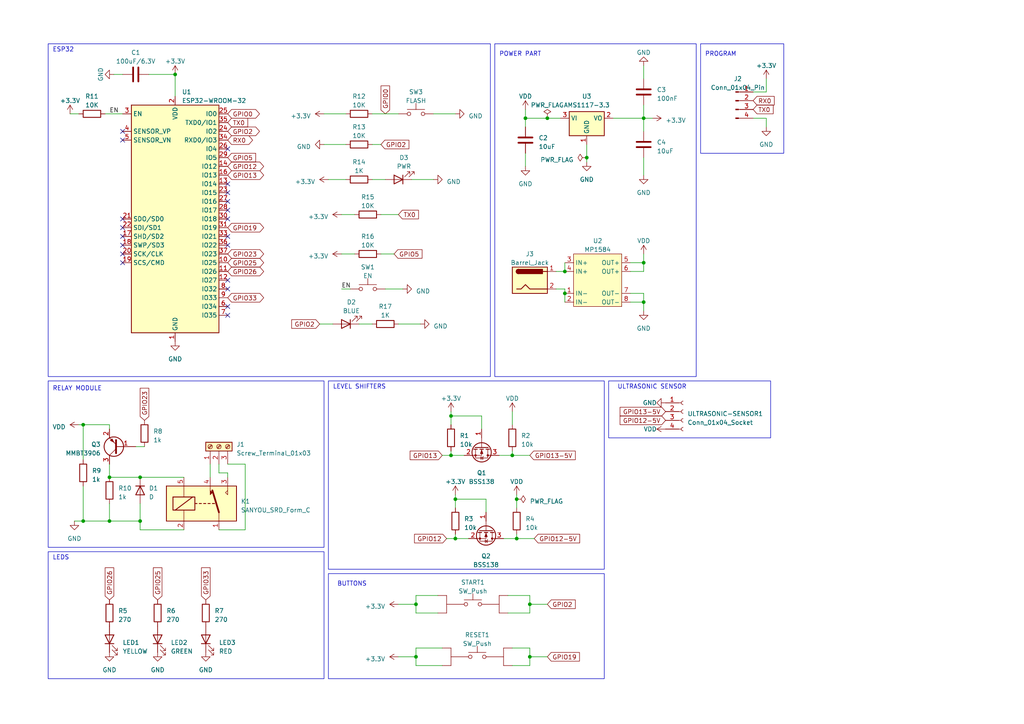
<source format=kicad_sch>
(kicad_sch (version 20230121) (generator eeschema)

  (uuid a7bc0285-62e4-4eee-a4a4-109b456cc260)

  (paper "A4")

  (lib_symbols
    (symbol "Connector:Barrel_Jack" (pin_names (offset 1.016)) (in_bom yes) (on_board yes)
      (property "Reference" "J" (at 0 5.334 0)
        (effects (font (size 1.27 1.27)))
      )
      (property "Value" "Barrel_Jack" (at 0 -5.08 0)
        (effects (font (size 1.27 1.27)))
      )
      (property "Footprint" "" (at 1.27 -1.016 0)
        (effects (font (size 1.27 1.27)) hide)
      )
      (property "Datasheet" "~" (at 1.27 -1.016 0)
        (effects (font (size 1.27 1.27)) hide)
      )
      (property "ki_keywords" "DC power barrel jack connector" (at 0 0 0)
        (effects (font (size 1.27 1.27)) hide)
      )
      (property "ki_description" "DC Barrel Jack" (at 0 0 0)
        (effects (font (size 1.27 1.27)) hide)
      )
      (property "ki_fp_filters" "BarrelJack*" (at 0 0 0)
        (effects (font (size 1.27 1.27)) hide)
      )
      (symbol "Barrel_Jack_0_1"
        (rectangle (start -5.08 3.81) (end 5.08 -3.81)
          (stroke (width 0.254) (type default))
          (fill (type background))
        )
        (arc (start -3.302 3.175) (mid -3.9343 2.54) (end -3.302 1.905)
          (stroke (width 0.254) (type default))
          (fill (type none))
        )
        (arc (start -3.302 3.175) (mid -3.9343 2.54) (end -3.302 1.905)
          (stroke (width 0.254) (type default))
          (fill (type outline))
        )
        (polyline
          (pts
            (xy 5.08 2.54)
            (xy 3.81 2.54)
          )
          (stroke (width 0.254) (type default))
          (fill (type none))
        )
        (polyline
          (pts
            (xy -3.81 -2.54)
            (xy -2.54 -2.54)
            (xy -1.27 -1.27)
            (xy 0 -2.54)
            (xy 2.54 -2.54)
            (xy 5.08 -2.54)
          )
          (stroke (width 0.254) (type default))
          (fill (type none))
        )
        (rectangle (start 3.683 3.175) (end -3.302 1.905)
          (stroke (width 0.254) (type default))
          (fill (type outline))
        )
      )
      (symbol "Barrel_Jack_1_1"
        (pin passive line (at 7.62 2.54 180) (length 2.54)
          (name "~" (effects (font (size 1.27 1.27))))
          (number "1" (effects (font (size 1.27 1.27))))
        )
        (pin passive line (at 7.62 -2.54 180) (length 2.54)
          (name "~" (effects (font (size 1.27 1.27))))
          (number "2" (effects (font (size 1.27 1.27))))
        )
      )
    )
    (symbol "Connector:Conn_01x04_Pin" (pin_names (offset 1.016) hide) (in_bom yes) (on_board yes)
      (property "Reference" "J" (at 0 5.08 0)
        (effects (font (size 1.27 1.27)))
      )
      (property "Value" "Conn_01x04_Pin" (at 0 -7.62 0)
        (effects (font (size 1.27 1.27)))
      )
      (property "Footprint" "" (at 0 0 0)
        (effects (font (size 1.27 1.27)) hide)
      )
      (property "Datasheet" "~" (at 0 0 0)
        (effects (font (size 1.27 1.27)) hide)
      )
      (property "ki_locked" "" (at 0 0 0)
        (effects (font (size 1.27 1.27)))
      )
      (property "ki_keywords" "connector" (at 0 0 0)
        (effects (font (size 1.27 1.27)) hide)
      )
      (property "ki_description" "Generic connector, single row, 01x04, script generated" (at 0 0 0)
        (effects (font (size 1.27 1.27)) hide)
      )
      (property "ki_fp_filters" "Connector*:*_1x??_*" (at 0 0 0)
        (effects (font (size 1.27 1.27)) hide)
      )
      (symbol "Conn_01x04_Pin_1_1"
        (polyline
          (pts
            (xy 1.27 -5.08)
            (xy 0.8636 -5.08)
          )
          (stroke (width 0.1524) (type default))
          (fill (type none))
        )
        (polyline
          (pts
            (xy 1.27 -2.54)
            (xy 0.8636 -2.54)
          )
          (stroke (width 0.1524) (type default))
          (fill (type none))
        )
        (polyline
          (pts
            (xy 1.27 0)
            (xy 0.8636 0)
          )
          (stroke (width 0.1524) (type default))
          (fill (type none))
        )
        (polyline
          (pts
            (xy 1.27 2.54)
            (xy 0.8636 2.54)
          )
          (stroke (width 0.1524) (type default))
          (fill (type none))
        )
        (rectangle (start 0.8636 -4.953) (end 0 -5.207)
          (stroke (width 0.1524) (type default))
          (fill (type outline))
        )
        (rectangle (start 0.8636 -2.413) (end 0 -2.667)
          (stroke (width 0.1524) (type default))
          (fill (type outline))
        )
        (rectangle (start 0.8636 0.127) (end 0 -0.127)
          (stroke (width 0.1524) (type default))
          (fill (type outline))
        )
        (rectangle (start 0.8636 2.667) (end 0 2.413)
          (stroke (width 0.1524) (type default))
          (fill (type outline))
        )
        (pin passive line (at 5.08 2.54 180) (length 3.81)
          (name "Pin_1" (effects (font (size 1.27 1.27))))
          (number "1" (effects (font (size 1.27 1.27))))
        )
        (pin passive line (at 5.08 0 180) (length 3.81)
          (name "Pin_2" (effects (font (size 1.27 1.27))))
          (number "2" (effects (font (size 1.27 1.27))))
        )
        (pin passive line (at 5.08 -2.54 180) (length 3.81)
          (name "Pin_3" (effects (font (size 1.27 1.27))))
          (number "3" (effects (font (size 1.27 1.27))))
        )
        (pin passive line (at 5.08 -5.08 180) (length 3.81)
          (name "Pin_4" (effects (font (size 1.27 1.27))))
          (number "4" (effects (font (size 1.27 1.27))))
        )
      )
    )
    (symbol "Connector:Conn_01x04_Socket" (pin_names (offset 1.016) hide) (in_bom yes) (on_board yes)
      (property "Reference" "J" (at 0 5.08 0)
        (effects (font (size 1.27 1.27)))
      )
      (property "Value" "Conn_01x04_Socket" (at 0 -7.62 0)
        (effects (font (size 1.27 1.27)))
      )
      (property "Footprint" "" (at 0 0 0)
        (effects (font (size 1.27 1.27)) hide)
      )
      (property "Datasheet" "~" (at 0 0 0)
        (effects (font (size 1.27 1.27)) hide)
      )
      (property "ki_locked" "" (at 0 0 0)
        (effects (font (size 1.27 1.27)))
      )
      (property "ki_keywords" "connector" (at 0 0 0)
        (effects (font (size 1.27 1.27)) hide)
      )
      (property "ki_description" "Generic connector, single row, 01x04, script generated" (at 0 0 0)
        (effects (font (size 1.27 1.27)) hide)
      )
      (property "ki_fp_filters" "Connector*:*_1x??_*" (at 0 0 0)
        (effects (font (size 1.27 1.27)) hide)
      )
      (symbol "Conn_01x04_Socket_1_1"
        (arc (start 0 -4.572) (mid -0.5058 -5.08) (end 0 -5.588)
          (stroke (width 0.1524) (type default))
          (fill (type none))
        )
        (arc (start 0 -2.032) (mid -0.5058 -2.54) (end 0 -3.048)
          (stroke (width 0.1524) (type default))
          (fill (type none))
        )
        (polyline
          (pts
            (xy -1.27 -5.08)
            (xy -0.508 -5.08)
          )
          (stroke (width 0.1524) (type default))
          (fill (type none))
        )
        (polyline
          (pts
            (xy -1.27 -2.54)
            (xy -0.508 -2.54)
          )
          (stroke (width 0.1524) (type default))
          (fill (type none))
        )
        (polyline
          (pts
            (xy -1.27 0)
            (xy -0.508 0)
          )
          (stroke (width 0.1524) (type default))
          (fill (type none))
        )
        (polyline
          (pts
            (xy -1.27 2.54)
            (xy -0.508 2.54)
          )
          (stroke (width 0.1524) (type default))
          (fill (type none))
        )
        (arc (start 0 0.508) (mid -0.5058 0) (end 0 -0.508)
          (stroke (width 0.1524) (type default))
          (fill (type none))
        )
        (arc (start 0 3.048) (mid -0.5058 2.54) (end 0 2.032)
          (stroke (width 0.1524) (type default))
          (fill (type none))
        )
        (pin passive line (at -5.08 2.54 0) (length 3.81)
          (name "Pin_1" (effects (font (size 1.27 1.27))))
          (number "1" (effects (font (size 1.27 1.27))))
        )
        (pin passive line (at -5.08 0 0) (length 3.81)
          (name "Pin_2" (effects (font (size 1.27 1.27))))
          (number "2" (effects (font (size 1.27 1.27))))
        )
        (pin passive line (at -5.08 -2.54 0) (length 3.81)
          (name "Pin_3" (effects (font (size 1.27 1.27))))
          (number "3" (effects (font (size 1.27 1.27))))
        )
        (pin passive line (at -5.08 -5.08 0) (length 3.81)
          (name "Pin_4" (effects (font (size 1.27 1.27))))
          (number "4" (effects (font (size 1.27 1.27))))
        )
      )
    )
    (symbol "Connector:Screw_Terminal_01x03" (pin_names (offset 1.016) hide) (in_bom yes) (on_board yes)
      (property "Reference" "J" (at 0 5.08 0)
        (effects (font (size 1.27 1.27)))
      )
      (property "Value" "Screw_Terminal_01x03" (at 0 -5.08 0)
        (effects (font (size 1.27 1.27)))
      )
      (property "Footprint" "" (at 0 0 0)
        (effects (font (size 1.27 1.27)) hide)
      )
      (property "Datasheet" "~" (at 0 0 0)
        (effects (font (size 1.27 1.27)) hide)
      )
      (property "ki_keywords" "screw terminal" (at 0 0 0)
        (effects (font (size 1.27 1.27)) hide)
      )
      (property "ki_description" "Generic screw terminal, single row, 01x03, script generated (kicad-library-utils/schlib/autogen/connector/)" (at 0 0 0)
        (effects (font (size 1.27 1.27)) hide)
      )
      (property "ki_fp_filters" "TerminalBlock*:*" (at 0 0 0)
        (effects (font (size 1.27 1.27)) hide)
      )
      (symbol "Screw_Terminal_01x03_1_1"
        (rectangle (start -1.27 3.81) (end 1.27 -3.81)
          (stroke (width 0.254) (type default))
          (fill (type background))
        )
        (circle (center 0 -2.54) (radius 0.635)
          (stroke (width 0.1524) (type default))
          (fill (type none))
        )
        (polyline
          (pts
            (xy -0.5334 -2.2098)
            (xy 0.3302 -3.048)
          )
          (stroke (width 0.1524) (type default))
          (fill (type none))
        )
        (polyline
          (pts
            (xy -0.5334 0.3302)
            (xy 0.3302 -0.508)
          )
          (stroke (width 0.1524) (type default))
          (fill (type none))
        )
        (polyline
          (pts
            (xy -0.5334 2.8702)
            (xy 0.3302 2.032)
          )
          (stroke (width 0.1524) (type default))
          (fill (type none))
        )
        (polyline
          (pts
            (xy -0.3556 -2.032)
            (xy 0.508 -2.8702)
          )
          (stroke (width 0.1524) (type default))
          (fill (type none))
        )
        (polyline
          (pts
            (xy -0.3556 0.508)
            (xy 0.508 -0.3302)
          )
          (stroke (width 0.1524) (type default))
          (fill (type none))
        )
        (polyline
          (pts
            (xy -0.3556 3.048)
            (xy 0.508 2.2098)
          )
          (stroke (width 0.1524) (type default))
          (fill (type none))
        )
        (circle (center 0 0) (radius 0.635)
          (stroke (width 0.1524) (type default))
          (fill (type none))
        )
        (circle (center 0 2.54) (radius 0.635)
          (stroke (width 0.1524) (type default))
          (fill (type none))
        )
        (pin passive line (at -5.08 2.54 0) (length 3.81)
          (name "Pin_1" (effects (font (size 1.27 1.27))))
          (number "1" (effects (font (size 1.27 1.27))))
        )
        (pin passive line (at -5.08 0 0) (length 3.81)
          (name "Pin_2" (effects (font (size 1.27 1.27))))
          (number "2" (effects (font (size 1.27 1.27))))
        )
        (pin passive line (at -5.08 -2.54 0) (length 3.81)
          (name "Pin_3" (effects (font (size 1.27 1.27))))
          (number "3" (effects (font (size 1.27 1.27))))
        )
      )
    )
    (symbol "Device:C" (pin_numbers hide) (pin_names (offset 0.254)) (in_bom yes) (on_board yes)
      (property "Reference" "C" (at 0.635 2.54 0)
        (effects (font (size 1.27 1.27)) (justify left))
      )
      (property "Value" "C" (at 0.635 -2.54 0)
        (effects (font (size 1.27 1.27)) (justify left))
      )
      (property "Footprint" "" (at 0.9652 -3.81 0)
        (effects (font (size 1.27 1.27)) hide)
      )
      (property "Datasheet" "~" (at 0 0 0)
        (effects (font (size 1.27 1.27)) hide)
      )
      (property "ki_keywords" "cap capacitor" (at 0 0 0)
        (effects (font (size 1.27 1.27)) hide)
      )
      (property "ki_description" "Unpolarized capacitor" (at 0 0 0)
        (effects (font (size 1.27 1.27)) hide)
      )
      (property "ki_fp_filters" "C_*" (at 0 0 0)
        (effects (font (size 1.27 1.27)) hide)
      )
      (symbol "C_0_1"
        (polyline
          (pts
            (xy -2.032 -0.762)
            (xy 2.032 -0.762)
          )
          (stroke (width 0.508) (type default))
          (fill (type none))
        )
        (polyline
          (pts
            (xy -2.032 0.762)
            (xy 2.032 0.762)
          )
          (stroke (width 0.508) (type default))
          (fill (type none))
        )
      )
      (symbol "C_1_1"
        (pin passive line (at 0 3.81 270) (length 2.794)
          (name "~" (effects (font (size 1.27 1.27))))
          (number "1" (effects (font (size 1.27 1.27))))
        )
        (pin passive line (at 0 -3.81 90) (length 2.794)
          (name "~" (effects (font (size 1.27 1.27))))
          (number "2" (effects (font (size 1.27 1.27))))
        )
      )
    )
    (symbol "Device:D" (pin_numbers hide) (pin_names (offset 1.016) hide) (in_bom yes) (on_board yes)
      (property "Reference" "D" (at 0 2.54 0)
        (effects (font (size 1.27 1.27)))
      )
      (property "Value" "D" (at 0 -2.54 0)
        (effects (font (size 1.27 1.27)))
      )
      (property "Footprint" "" (at 0 0 0)
        (effects (font (size 1.27 1.27)) hide)
      )
      (property "Datasheet" "~" (at 0 0 0)
        (effects (font (size 1.27 1.27)) hide)
      )
      (property "Sim.Device" "D" (at 0 0 0)
        (effects (font (size 1.27 1.27)) hide)
      )
      (property "Sim.Pins" "1=K 2=A" (at 0 0 0)
        (effects (font (size 1.27 1.27)) hide)
      )
      (property "ki_keywords" "diode" (at 0 0 0)
        (effects (font (size 1.27 1.27)) hide)
      )
      (property "ki_description" "Diode" (at 0 0 0)
        (effects (font (size 1.27 1.27)) hide)
      )
      (property "ki_fp_filters" "TO-???* *_Diode_* *SingleDiode* D_*" (at 0 0 0)
        (effects (font (size 1.27 1.27)) hide)
      )
      (symbol "D_0_1"
        (polyline
          (pts
            (xy -1.27 1.27)
            (xy -1.27 -1.27)
          )
          (stroke (width 0.254) (type default))
          (fill (type none))
        )
        (polyline
          (pts
            (xy 1.27 0)
            (xy -1.27 0)
          )
          (stroke (width 0) (type default))
          (fill (type none))
        )
        (polyline
          (pts
            (xy 1.27 1.27)
            (xy 1.27 -1.27)
            (xy -1.27 0)
            (xy 1.27 1.27)
          )
          (stroke (width 0.254) (type default))
          (fill (type none))
        )
      )
      (symbol "D_1_1"
        (pin passive line (at -3.81 0 0) (length 2.54)
          (name "K" (effects (font (size 1.27 1.27))))
          (number "1" (effects (font (size 1.27 1.27))))
        )
        (pin passive line (at 3.81 0 180) (length 2.54)
          (name "A" (effects (font (size 1.27 1.27))))
          (number "2" (effects (font (size 1.27 1.27))))
        )
      )
    )
    (symbol "Device:LED" (pin_numbers hide) (pin_names (offset 1.016) hide) (in_bom yes) (on_board yes)
      (property "Reference" "D" (at 0 2.54 0)
        (effects (font (size 1.27 1.27)))
      )
      (property "Value" "LED" (at 0 -2.54 0)
        (effects (font (size 1.27 1.27)))
      )
      (property "Footprint" "" (at 0 0 0)
        (effects (font (size 1.27 1.27)) hide)
      )
      (property "Datasheet" "~" (at 0 0 0)
        (effects (font (size 1.27 1.27)) hide)
      )
      (property "ki_keywords" "LED diode" (at 0 0 0)
        (effects (font (size 1.27 1.27)) hide)
      )
      (property "ki_description" "Light emitting diode" (at 0 0 0)
        (effects (font (size 1.27 1.27)) hide)
      )
      (property "ki_fp_filters" "LED* LED_SMD:* LED_THT:*" (at 0 0 0)
        (effects (font (size 1.27 1.27)) hide)
      )
      (symbol "LED_0_1"
        (polyline
          (pts
            (xy -1.27 -1.27)
            (xy -1.27 1.27)
          )
          (stroke (width 0.254) (type default))
          (fill (type none))
        )
        (polyline
          (pts
            (xy -1.27 0)
            (xy 1.27 0)
          )
          (stroke (width 0) (type default))
          (fill (type none))
        )
        (polyline
          (pts
            (xy 1.27 -1.27)
            (xy 1.27 1.27)
            (xy -1.27 0)
            (xy 1.27 -1.27)
          )
          (stroke (width 0.254) (type default))
          (fill (type none))
        )
        (polyline
          (pts
            (xy -3.048 -0.762)
            (xy -4.572 -2.286)
            (xy -3.81 -2.286)
            (xy -4.572 -2.286)
            (xy -4.572 -1.524)
          )
          (stroke (width 0) (type default))
          (fill (type none))
        )
        (polyline
          (pts
            (xy -1.778 -0.762)
            (xy -3.302 -2.286)
            (xy -2.54 -2.286)
            (xy -3.302 -2.286)
            (xy -3.302 -1.524)
          )
          (stroke (width 0) (type default))
          (fill (type none))
        )
      )
      (symbol "LED_1_1"
        (pin passive line (at -3.81 0 0) (length 2.54)
          (name "K" (effects (font (size 1.27 1.27))))
          (number "1" (effects (font (size 1.27 1.27))))
        )
        (pin passive line (at 3.81 0 180) (length 2.54)
          (name "A" (effects (font (size 1.27 1.27))))
          (number "2" (effects (font (size 1.27 1.27))))
        )
      )
    )
    (symbol "Device:R" (pin_numbers hide) (pin_names (offset 0)) (in_bom yes) (on_board yes)
      (property "Reference" "R" (at 2.032 0 90)
        (effects (font (size 1.27 1.27)))
      )
      (property "Value" "R" (at 0 0 90)
        (effects (font (size 1.27 1.27)))
      )
      (property "Footprint" "" (at -1.778 0 90)
        (effects (font (size 1.27 1.27)) hide)
      )
      (property "Datasheet" "~" (at 0 0 0)
        (effects (font (size 1.27 1.27)) hide)
      )
      (property "ki_keywords" "R res resistor" (at 0 0 0)
        (effects (font (size 1.27 1.27)) hide)
      )
      (property "ki_description" "Resistor" (at 0 0 0)
        (effects (font (size 1.27 1.27)) hide)
      )
      (property "ki_fp_filters" "R_*" (at 0 0 0)
        (effects (font (size 1.27 1.27)) hide)
      )
      (symbol "R_0_1"
        (rectangle (start -1.016 -2.54) (end 1.016 2.54)
          (stroke (width 0.254) (type default))
          (fill (type none))
        )
      )
      (symbol "R_1_1"
        (pin passive line (at 0 3.81 270) (length 1.27)
          (name "~" (effects (font (size 1.27 1.27))))
          (number "1" (effects (font (size 1.27 1.27))))
        )
        (pin passive line (at 0 -3.81 90) (length 1.27)
          (name "~" (effects (font (size 1.27 1.27))))
          (number "2" (effects (font (size 1.27 1.27))))
        )
      )
    )
    (symbol "Lib:MP1584" (in_bom yes) (on_board yes)
      (property "Reference" "U" (at 0 2.54 0)
        (effects (font (size 1.27 1.27)))
      )
      (property "Value" "MP1584" (at 2.54 5.08 0)
        (effects (font (size 1.27 1.27)))
      )
      (property "Footprint" "" (at 0 0 0)
        (effects (font (size 1.27 1.27)) hide)
      )
      (property "Datasheet" "" (at 0 0 0)
        (effects (font (size 1.27 1.27)) hide)
      )
      (symbol "MP1584_1_1"
        (rectangle (start -3.81 1.27) (end 10.16 -13.97)
          (stroke (width 0) (type default))
          (fill (type background))
        )
        (pin input line (at -6.35 -10.16 0) (length 2.54)
          (name "IN-" (effects (font (size 1.27 1.27))))
          (number "1" (effects (font (size 1.27 1.27))))
        )
        (pin input line (at -6.35 -12.7 0) (length 2.54)
          (name "IN-" (effects (font (size 1.27 1.27))))
          (number "2" (effects (font (size 1.27 1.27))))
        )
        (pin input line (at -6.35 -1.27 0) (length 2.54)
          (name "IN+" (effects (font (size 1.27 1.27))))
          (number "3" (effects (font (size 1.27 1.27))))
        )
        (pin input line (at -6.35 -3.81 0) (length 2.54)
          (name "IN+" (effects (font (size 1.27 1.27))))
          (number "4" (effects (font (size 1.27 1.27))))
        )
        (pin input line (at 12.7 -1.27 180) (length 2.54)
          (name "OUT+" (effects (font (size 1.27 1.27))))
          (number "5" (effects (font (size 1.27 1.27))))
        )
        (pin input line (at 12.7 -3.81 180) (length 2.54)
          (name "OUT+" (effects (font (size 1.27 1.27))))
          (number "6" (effects (font (size 1.27 1.27))))
        )
        (pin input line (at 12.7 -10.16 180) (length 2.54)
          (name "OUT-" (effects (font (size 1.27 1.27))))
          (number "7" (effects (font (size 1.27 1.27))))
        )
        (pin input line (at 12.7 -12.7 180) (length 2.54)
          (name "OUT-" (effects (font (size 1.27 1.27))))
          (number "8" (effects (font (size 1.27 1.27))))
        )
      )
    )
    (symbol "RF_Module:ESP32-WROOM-32" (in_bom yes) (on_board yes)
      (property "Reference" "U" (at -12.7 34.29 0)
        (effects (font (size 1.27 1.27)) (justify left))
      )
      (property "Value" "ESP32-WROOM-32" (at 1.27 34.29 0)
        (effects (font (size 1.27 1.27)) (justify left))
      )
      (property "Footprint" "RF_Module:ESP32-WROOM-32" (at 0 -38.1 0)
        (effects (font (size 1.27 1.27)) hide)
      )
      (property "Datasheet" "https://www.espressif.com/sites/default/files/documentation/esp32-wroom-32_datasheet_en.pdf" (at -7.62 1.27 0)
        (effects (font (size 1.27 1.27)) hide)
      )
      (property "ki_keywords" "RF Radio BT ESP ESP32 Espressif onboard PCB antenna" (at 0 0 0)
        (effects (font (size 1.27 1.27)) hide)
      )
      (property "ki_description" "RF Module, ESP32-D0WDQ6 SoC, Wi-Fi 802.11b/g/n, Bluetooth, BLE, 32-bit, 2.7-3.6V, onboard antenna, SMD" (at 0 0 0)
        (effects (font (size 1.27 1.27)) hide)
      )
      (property "ki_fp_filters" "ESP32?WROOM?32*" (at 0 0 0)
        (effects (font (size 1.27 1.27)) hide)
      )
      (symbol "ESP32-WROOM-32_0_1"
        (rectangle (start -12.7 33.02) (end 12.7 -33.02)
          (stroke (width 0.254) (type default))
          (fill (type background))
        )
      )
      (symbol "ESP32-WROOM-32_1_1"
        (pin power_in line (at 0 -35.56 90) (length 2.54)
          (name "GND" (effects (font (size 1.27 1.27))))
          (number "1" (effects (font (size 1.27 1.27))))
        )
        (pin bidirectional line (at 15.24 -12.7 180) (length 2.54)
          (name "IO25" (effects (font (size 1.27 1.27))))
          (number "10" (effects (font (size 1.27 1.27))))
        )
        (pin bidirectional line (at 15.24 -15.24 180) (length 2.54)
          (name "IO26" (effects (font (size 1.27 1.27))))
          (number "11" (effects (font (size 1.27 1.27))))
        )
        (pin bidirectional line (at 15.24 -17.78 180) (length 2.54)
          (name "IO27" (effects (font (size 1.27 1.27))))
          (number "12" (effects (font (size 1.27 1.27))))
        )
        (pin bidirectional line (at 15.24 10.16 180) (length 2.54)
          (name "IO14" (effects (font (size 1.27 1.27))))
          (number "13" (effects (font (size 1.27 1.27))))
        )
        (pin bidirectional line (at 15.24 15.24 180) (length 2.54)
          (name "IO12" (effects (font (size 1.27 1.27))))
          (number "14" (effects (font (size 1.27 1.27))))
        )
        (pin passive line (at 0 -35.56 90) (length 2.54) hide
          (name "GND" (effects (font (size 1.27 1.27))))
          (number "15" (effects (font (size 1.27 1.27))))
        )
        (pin bidirectional line (at 15.24 12.7 180) (length 2.54)
          (name "IO13" (effects (font (size 1.27 1.27))))
          (number "16" (effects (font (size 1.27 1.27))))
        )
        (pin bidirectional line (at -15.24 -5.08 0) (length 2.54)
          (name "SHD/SD2" (effects (font (size 1.27 1.27))))
          (number "17" (effects (font (size 1.27 1.27))))
        )
        (pin bidirectional line (at -15.24 -7.62 0) (length 2.54)
          (name "SWP/SD3" (effects (font (size 1.27 1.27))))
          (number "18" (effects (font (size 1.27 1.27))))
        )
        (pin bidirectional line (at -15.24 -12.7 0) (length 2.54)
          (name "SCS/CMD" (effects (font (size 1.27 1.27))))
          (number "19" (effects (font (size 1.27 1.27))))
        )
        (pin power_in line (at 0 35.56 270) (length 2.54)
          (name "VDD" (effects (font (size 1.27 1.27))))
          (number "2" (effects (font (size 1.27 1.27))))
        )
        (pin bidirectional line (at -15.24 -10.16 0) (length 2.54)
          (name "SCK/CLK" (effects (font (size 1.27 1.27))))
          (number "20" (effects (font (size 1.27 1.27))))
        )
        (pin bidirectional line (at -15.24 0 0) (length 2.54)
          (name "SDO/SD0" (effects (font (size 1.27 1.27))))
          (number "21" (effects (font (size 1.27 1.27))))
        )
        (pin bidirectional line (at -15.24 -2.54 0) (length 2.54)
          (name "SDI/SD1" (effects (font (size 1.27 1.27))))
          (number "22" (effects (font (size 1.27 1.27))))
        )
        (pin bidirectional line (at 15.24 7.62 180) (length 2.54)
          (name "IO15" (effects (font (size 1.27 1.27))))
          (number "23" (effects (font (size 1.27 1.27))))
        )
        (pin bidirectional line (at 15.24 25.4 180) (length 2.54)
          (name "IO2" (effects (font (size 1.27 1.27))))
          (number "24" (effects (font (size 1.27 1.27))))
        )
        (pin bidirectional line (at 15.24 30.48 180) (length 2.54)
          (name "IO0" (effects (font (size 1.27 1.27))))
          (number "25" (effects (font (size 1.27 1.27))))
        )
        (pin bidirectional line (at 15.24 20.32 180) (length 2.54)
          (name "IO4" (effects (font (size 1.27 1.27))))
          (number "26" (effects (font (size 1.27 1.27))))
        )
        (pin bidirectional line (at 15.24 5.08 180) (length 2.54)
          (name "IO16" (effects (font (size 1.27 1.27))))
          (number "27" (effects (font (size 1.27 1.27))))
        )
        (pin bidirectional line (at 15.24 2.54 180) (length 2.54)
          (name "IO17" (effects (font (size 1.27 1.27))))
          (number "28" (effects (font (size 1.27 1.27))))
        )
        (pin bidirectional line (at 15.24 17.78 180) (length 2.54)
          (name "IO5" (effects (font (size 1.27 1.27))))
          (number "29" (effects (font (size 1.27 1.27))))
        )
        (pin input line (at -15.24 30.48 0) (length 2.54)
          (name "EN" (effects (font (size 1.27 1.27))))
          (number "3" (effects (font (size 1.27 1.27))))
        )
        (pin bidirectional line (at 15.24 0 180) (length 2.54)
          (name "IO18" (effects (font (size 1.27 1.27))))
          (number "30" (effects (font (size 1.27 1.27))))
        )
        (pin bidirectional line (at 15.24 -2.54 180) (length 2.54)
          (name "IO19" (effects (font (size 1.27 1.27))))
          (number "31" (effects (font (size 1.27 1.27))))
        )
        (pin no_connect line (at -12.7 -27.94 0) (length 2.54) hide
          (name "NC" (effects (font (size 1.27 1.27))))
          (number "32" (effects (font (size 1.27 1.27))))
        )
        (pin bidirectional line (at 15.24 -5.08 180) (length 2.54)
          (name "IO21" (effects (font (size 1.27 1.27))))
          (number "33" (effects (font (size 1.27 1.27))))
        )
        (pin bidirectional line (at 15.24 22.86 180) (length 2.54)
          (name "RXD0/IO3" (effects (font (size 1.27 1.27))))
          (number "34" (effects (font (size 1.27 1.27))))
        )
        (pin bidirectional line (at 15.24 27.94 180) (length 2.54)
          (name "TXD0/IO1" (effects (font (size 1.27 1.27))))
          (number "35" (effects (font (size 1.27 1.27))))
        )
        (pin bidirectional line (at 15.24 -7.62 180) (length 2.54)
          (name "IO22" (effects (font (size 1.27 1.27))))
          (number "36" (effects (font (size 1.27 1.27))))
        )
        (pin bidirectional line (at 15.24 -10.16 180) (length 2.54)
          (name "IO23" (effects (font (size 1.27 1.27))))
          (number "37" (effects (font (size 1.27 1.27))))
        )
        (pin passive line (at 0 -35.56 90) (length 2.54) hide
          (name "GND" (effects (font (size 1.27 1.27))))
          (number "38" (effects (font (size 1.27 1.27))))
        )
        (pin passive line (at 0 -35.56 90) (length 2.54) hide
          (name "GND" (effects (font (size 1.27 1.27))))
          (number "39" (effects (font (size 1.27 1.27))))
        )
        (pin input line (at -15.24 25.4 0) (length 2.54)
          (name "SENSOR_VP" (effects (font (size 1.27 1.27))))
          (number "4" (effects (font (size 1.27 1.27))))
        )
        (pin input line (at -15.24 22.86 0) (length 2.54)
          (name "SENSOR_VN" (effects (font (size 1.27 1.27))))
          (number "5" (effects (font (size 1.27 1.27))))
        )
        (pin input line (at 15.24 -25.4 180) (length 2.54)
          (name "IO34" (effects (font (size 1.27 1.27))))
          (number "6" (effects (font (size 1.27 1.27))))
        )
        (pin input line (at 15.24 -27.94 180) (length 2.54)
          (name "IO35" (effects (font (size 1.27 1.27))))
          (number "7" (effects (font (size 1.27 1.27))))
        )
        (pin bidirectional line (at 15.24 -20.32 180) (length 2.54)
          (name "IO32" (effects (font (size 1.27 1.27))))
          (number "8" (effects (font (size 1.27 1.27))))
        )
        (pin bidirectional line (at 15.24 -22.86 180) (length 2.54)
          (name "IO33" (effects (font (size 1.27 1.27))))
          (number "9" (effects (font (size 1.27 1.27))))
        )
      )
    )
    (symbol "Regulator_Linear:AMS1117-3.3" (in_bom yes) (on_board yes)
      (property "Reference" "U" (at -3.81 3.175 0)
        (effects (font (size 1.27 1.27)))
      )
      (property "Value" "AMS1117-3.3" (at 0 3.175 0)
        (effects (font (size 1.27 1.27)) (justify left))
      )
      (property "Footprint" "Package_TO_SOT_SMD:SOT-223-3_TabPin2" (at 0 5.08 0)
        (effects (font (size 1.27 1.27)) hide)
      )
      (property "Datasheet" "http://www.advanced-monolithic.com/pdf/ds1117.pdf" (at 2.54 -6.35 0)
        (effects (font (size 1.27 1.27)) hide)
      )
      (property "ki_keywords" "linear regulator ldo fixed positive" (at 0 0 0)
        (effects (font (size 1.27 1.27)) hide)
      )
      (property "ki_description" "1A Low Dropout regulator, positive, 3.3V fixed output, SOT-223" (at 0 0 0)
        (effects (font (size 1.27 1.27)) hide)
      )
      (property "ki_fp_filters" "SOT?223*TabPin2*" (at 0 0 0)
        (effects (font (size 1.27 1.27)) hide)
      )
      (symbol "AMS1117-3.3_0_1"
        (rectangle (start -5.08 -5.08) (end 5.08 1.905)
          (stroke (width 0.254) (type default))
          (fill (type background))
        )
      )
      (symbol "AMS1117-3.3_1_1"
        (pin power_in line (at 0 -7.62 90) (length 2.54)
          (name "GND" (effects (font (size 1.27 1.27))))
          (number "1" (effects (font (size 1.27 1.27))))
        )
        (pin power_out line (at 7.62 0 180) (length 2.54)
          (name "VO" (effects (font (size 1.27 1.27))))
          (number "2" (effects (font (size 1.27 1.27))))
        )
        (pin power_in line (at -7.62 0 0) (length 2.54)
          (name "VI" (effects (font (size 1.27 1.27))))
          (number "3" (effects (font (size 1.27 1.27))))
        )
      )
    )
    (symbol "Relay:SANYOU_SRD_Form_C" (in_bom yes) (on_board yes)
      (property "Reference" "K" (at 11.43 3.81 0)
        (effects (font (size 1.27 1.27)) (justify left))
      )
      (property "Value" "SANYOU_SRD_Form_C" (at 11.43 1.27 0)
        (effects (font (size 1.27 1.27)) (justify left))
      )
      (property "Footprint" "Relay_THT:Relay_SPDT_SANYOU_SRD_Series_Form_C" (at 11.43 -1.27 0)
        (effects (font (size 1.27 1.27)) (justify left) hide)
      )
      (property "Datasheet" "http://www.sanyourelay.ca/public/products/pdf/SRD.pdf" (at 0 0 0)
        (effects (font (size 1.27 1.27)) hide)
      )
      (property "ki_keywords" "Single Pole Relay SPDT" (at 0 0 0)
        (effects (font (size 1.27 1.27)) hide)
      )
      (property "ki_description" "Sanyo SRD relay, Single Pole Miniature Power Relay," (at 0 0 0)
        (effects (font (size 1.27 1.27)) hide)
      )
      (property "ki_fp_filters" "Relay*SPDT*SANYOU*SRD*Series*Form*C*" (at 0 0 0)
        (effects (font (size 1.27 1.27)) hide)
      )
      (symbol "SANYOU_SRD_Form_C_0_0"
        (polyline
          (pts
            (xy 7.62 5.08)
            (xy 7.62 2.54)
            (xy 6.985 3.175)
            (xy 7.62 3.81)
          )
          (stroke (width 0) (type default))
          (fill (type none))
        )
      )
      (symbol "SANYOU_SRD_Form_C_0_1"
        (rectangle (start -10.16 5.08) (end 10.16 -5.08)
          (stroke (width 0.254) (type default))
          (fill (type background))
        )
        (rectangle (start -8.255 1.905) (end -1.905 -1.905)
          (stroke (width 0.254) (type default))
          (fill (type none))
        )
        (polyline
          (pts
            (xy -7.62 -1.905)
            (xy -2.54 1.905)
          )
          (stroke (width 0.254) (type default))
          (fill (type none))
        )
        (polyline
          (pts
            (xy -5.08 -5.08)
            (xy -5.08 -1.905)
          )
          (stroke (width 0) (type default))
          (fill (type none))
        )
        (polyline
          (pts
            (xy -5.08 5.08)
            (xy -5.08 1.905)
          )
          (stroke (width 0) (type default))
          (fill (type none))
        )
        (polyline
          (pts
            (xy -1.905 0)
            (xy -1.27 0)
          )
          (stroke (width 0.254) (type default))
          (fill (type none))
        )
        (polyline
          (pts
            (xy -0.635 0)
            (xy 0 0)
          )
          (stroke (width 0.254) (type default))
          (fill (type none))
        )
        (polyline
          (pts
            (xy 0.635 0)
            (xy 1.27 0)
          )
          (stroke (width 0.254) (type default))
          (fill (type none))
        )
        (polyline
          (pts
            (xy 1.905 0)
            (xy 2.54 0)
          )
          (stroke (width 0.254) (type default))
          (fill (type none))
        )
        (polyline
          (pts
            (xy 3.175 0)
            (xy 3.81 0)
          )
          (stroke (width 0.254) (type default))
          (fill (type none))
        )
        (polyline
          (pts
            (xy 5.08 -2.54)
            (xy 3.175 3.81)
          )
          (stroke (width 0.508) (type default))
          (fill (type none))
        )
        (polyline
          (pts
            (xy 5.08 -2.54)
            (xy 5.08 -5.08)
          )
          (stroke (width 0) (type default))
          (fill (type none))
        )
      )
      (symbol "SANYOU_SRD_Form_C_1_1"
        (polyline
          (pts
            (xy 2.54 3.81)
            (xy 3.175 3.175)
            (xy 2.54 2.54)
            (xy 2.54 5.08)
          )
          (stroke (width 0) (type default))
          (fill (type outline))
        )
        (pin passive line (at 5.08 -7.62 90) (length 2.54)
          (name "~" (effects (font (size 1.27 1.27))))
          (number "1" (effects (font (size 1.27 1.27))))
        )
        (pin passive line (at -5.08 -7.62 90) (length 2.54)
          (name "~" (effects (font (size 1.27 1.27))))
          (number "2" (effects (font (size 1.27 1.27))))
        )
        (pin passive line (at 7.62 7.62 270) (length 2.54)
          (name "~" (effects (font (size 1.27 1.27))))
          (number "3" (effects (font (size 1.27 1.27))))
        )
        (pin passive line (at 2.54 7.62 270) (length 2.54)
          (name "~" (effects (font (size 1.27 1.27))))
          (number "4" (effects (font (size 1.27 1.27))))
        )
        (pin passive line (at -5.08 7.62 270) (length 2.54)
          (name "~" (effects (font (size 1.27 1.27))))
          (number "5" (effects (font (size 1.27 1.27))))
        )
      )
    )
    (symbol "SW_Push_1" (pin_numbers hide) (pin_names (offset 1.016) hide) (in_bom yes) (on_board yes)
      (property "Reference" "SW3" (at 0 6.35 0)
        (effects (font (size 1.27 1.27)))
      )
      (property "Value" "FLASH" (at 0 3.81 0)
        (effects (font (size 1.27 1.27)))
      )
      (property "Footprint" "Button_Switch_SMD:SW_DIP_SPSTx01_Slide_Copal_CHS-01B_W7.62mm_P1.27mm" (at 0 5.08 0)
        (effects (font (size 1.27 1.27)) hide)
      )
      (property "Datasheet" "~" (at 0 5.08 0)
        (effects (font (size 1.27 1.27)) hide)
      )
      (property "ki_keywords" "switch normally-open pushbutton push-button" (at 0 0 0)
        (effects (font (size 1.27 1.27)) hide)
      )
      (property "ki_description" "Push button switch, generic, two pins" (at 0 0 0)
        (effects (font (size 1.27 1.27)) hide)
      )
      (symbol "SW_Push_1_0_1"
        (circle (center -2.032 0) (radius 0.508)
          (stroke (width 0) (type default))
          (fill (type none))
        )
        (polyline
          (pts
            (xy 0 1.27)
            (xy 0 3.048)
          )
          (stroke (width 0) (type default))
          (fill (type none))
        )
        (polyline
          (pts
            (xy 2.54 1.27)
            (xy -2.54 1.27)
          )
          (stroke (width 0) (type default))
          (fill (type none))
        )
        (circle (center 2.032 0) (radius 0.508)
          (stroke (width 0) (type default))
          (fill (type none))
        )
        (pin passive line (at -5.08 0 0) (length 2.54)
          (name "1" (effects (font (size 1.27 1.27))))
          (number "1" (effects (font (size 1.27 1.27))))
        )
        (pin passive line (at 5.08 0 180) (length 2.54)
          (name "2" (effects (font (size 1.27 1.27))))
          (number "1" (effects (font (size 1.27 1.27))))
        )
      )
    )
    (symbol "SW_Push_2" (pin_numbers hide) (pin_names (offset 1.016) hide) (in_bom yes) (on_board yes)
      (property "Reference" "SW1" (at 0 6.35 0)
        (effects (font (size 1.27 1.27)))
      )
      (property "Value" "EN" (at 0 3.81 0)
        (effects (font (size 1.27 1.27)))
      )
      (property "Footprint" "Button_Switch_SMD:SW_DIP_SPSTx01_Slide_Copal_CHS-01B_W7.62mm_P1.27mm" (at 0 5.08 0)
        (effects (font (size 1.27 1.27)) hide)
      )
      (property "Datasheet" "~" (at 0 5.08 0)
        (effects (font (size 1.27 1.27)) hide)
      )
      (property "ki_keywords" "switch normally-open pushbutton push-button" (at 0 0 0)
        (effects (font (size 1.27 1.27)) hide)
      )
      (property "ki_description" "Push button switch, generic, two pins" (at 0 0 0)
        (effects (font (size 1.27 1.27)) hide)
      )
      (symbol "SW_Push_2_0_1"
        (circle (center -2.032 0) (radius 0.508)
          (stroke (width 0) (type default))
          (fill (type none))
        )
        (polyline
          (pts
            (xy 0 1.27)
            (xy 0 3.048)
          )
          (stroke (width 0) (type default))
          (fill (type none))
        )
        (polyline
          (pts
            (xy 2.54 1.27)
            (xy -2.54 1.27)
          )
          (stroke (width 0) (type default))
          (fill (type none))
        )
        (circle (center 2.032 0) (radius 0.508)
          (stroke (width 0) (type default))
          (fill (type none))
        )
        (pin passive line (at -5.08 0 0) (length 2.54)
          (name "1" (effects (font (size 1.27 1.27))))
          (number "1" (effects (font (size 1.27 1.27))))
        )
        (pin passive line (at 5.08 0 180) (length 2.54)
          (name "2" (effects (font (size 1.27 1.27))))
          (number "2" (effects (font (size 1.27 1.27))))
        )
      )
    )
    (symbol "Switch:SW_Push" (pin_numbers hide) (pin_names (offset 1.016) hide) (in_bom yes) (on_board yes)
      (property "Reference" "SW1" (at 0 6.35 0)
        (effects (font (size 1.27 1.27)))
      )
      (property "Value" "SW_Push" (at 0 3.81 0)
        (effects (font (size 1.27 1.27)))
      )
      (property "Footprint" "" (at 0 5.08 0)
        (effects (font (size 1.27 1.27)) hide)
      )
      (property "Datasheet" "~" (at 0 5.08 0)
        (effects (font (size 1.27 1.27)) hide)
      )
      (property "ki_keywords" "switch normally-open pushbutton push-button" (at 0 0 0)
        (effects (font (size 1.27 1.27)) hide)
      )
      (property "ki_description" "Push button switch, generic, two pins" (at 0 0 0)
        (effects (font (size 1.27 1.27)) hide)
      )
      (symbol "SW_Push_0_1"
        (circle (center -2.032 0) (radius 0.508)
          (stroke (width 0) (type default))
          (fill (type none))
        )
        (polyline
          (pts
            (xy -7.62 2.54)
            (xy -7.62 0)
          )
          (stroke (width 0) (type default))
          (fill (type none))
        )
        (polyline
          (pts
            (xy 0 1.27)
            (xy 0 3.048)
          )
          (stroke (width 0) (type default))
          (fill (type none))
        )
        (polyline
          (pts
            (xy 2.54 1.27)
            (xy -2.54 1.27)
          )
          (stroke (width 0) (type default))
          (fill (type none))
        )
        (polyline
          (pts
            (xy 7.62 -2.54)
            (xy 7.62 0)
          )
          (stroke (width 0) (type default))
          (fill (type none))
        )
        (polyline
          (pts
            (xy -2.54 0)
            (xy -7.62 0)
            (xy -7.62 -2.54)
          )
          (stroke (width 0) (type default))
          (fill (type none))
        )
        (polyline
          (pts
            (xy 2.54 0)
            (xy 7.62 0)
            (xy 7.62 2.54)
          )
          (stroke (width 0) (type default))
          (fill (type none))
        )
        (circle (center 2.032 0) (radius 0.508)
          (stroke (width 0) (type default))
          (fill (type none))
        )
        (pin passive line (at -10.16 2.54 0) (length 2.54)
          (name "1A" (effects (font (size 1.27 1.27))))
          (number "1" (effects (font (size 1.27 1.27))))
        )
        (pin passive line (at -10.16 -2.54 0) (length 2.54)
          (name "1B" (effects (font (size 1.27 1.27))))
          (number "1" (effects (font (size 1.27 1.27))))
        )
        (pin passive line (at 10.16 2.54 180) (length 2.54)
          (name "2A" (effects (font (size 1.27 1.27))))
          (number "1" (effects (font (size 1.27 1.27))))
        )
        (pin passive line (at 10.16 -2.54 180) (length 2.54)
          (name "2B" (effects (font (size 1.27 1.27))))
          (number "2" (effects (font (size 1.27 1.27))))
        )
      )
    )
    (symbol "Transistor_BJT:MMBT3906" (pin_names (offset 0) hide) (in_bom yes) (on_board yes)
      (property "Reference" "Q3" (at 5.08 0.635 0)
        (effects (font (size 1.27 1.27)) (justify left))
      )
      (property "Value" "MMBT3906" (at 5.08 -1.905 0)
        (effects (font (size 1.27 1.27)) (justify left))
      )
      (property "Footprint" "Package_TO_SOT_SMD:SOT-23" (at 5.08 -1.905 0)
        (effects (font (size 1.27 1.27) italic) (justify left) hide)
      )
      (property "Datasheet" "https://www.onsemi.com/pub/Collateral/2N3906-D.PDF" (at 0 0 0)
        (effects (font (size 1.27 1.27)) (justify left) hide)
      )
      (property "ki_keywords" "PNP Transistor" (at 0 0 0)
        (effects (font (size 1.27 1.27)) hide)
      )
      (property "ki_description" "-0.2A Ic, -40V Vce, Small Signal PNP Transistor, SOT-23" (at 0 0 0)
        (effects (font (size 1.27 1.27)) hide)
      )
      (property "ki_fp_filters" "SOT?23*" (at 0 0 0)
        (effects (font (size 1.27 1.27)) hide)
      )
      (symbol "MMBT3906_0_1"
        (polyline
          (pts
            (xy 0.635 0.635)
            (xy 2.54 2.54)
          )
          (stroke (width 0) (type default))
          (fill (type none))
        )
        (polyline
          (pts
            (xy 0.635 -0.635)
            (xy 2.54 -2.54)
            (xy 2.54 -2.54)
          )
          (stroke (width 0) (type default))
          (fill (type none))
        )
        (polyline
          (pts
            (xy 0.635 1.905)
            (xy 0.635 -1.905)
            (xy 0.635 -1.905)
          )
          (stroke (width 0.508) (type default))
          (fill (type none))
        )
        (polyline
          (pts
            (xy 2.286 -1.778)
            (xy 1.778 -2.286)
            (xy 1.27 -1.27)
            (xy 2.286 -1.778)
            (xy 2.286 -1.778)
          )
          (stroke (width 0) (type default))
          (fill (type outline))
        )
        (circle (center 1.27 0) (radius 2.8194)
          (stroke (width 0.254) (type default))
          (fill (type none))
        )
      )
      (symbol "MMBT3906_1_1"
        (pin input line (at -5.08 0 0) (length 5.715)
          (name "B" (effects (font (size 1.27 1.27))))
          (number "1" (effects (font (size 1.27 1.27))))
        )
        (pin passive line (at 2.54 -5.08 90) (length 2.54)
          (name "E" (effects (font (size 1.27 1.27))))
          (number "2" (effects (font (size 1.27 1.27))))
        )
        (pin passive line (at 2.54 5.08 270) (length 2.54)
          (name "C" (effects (font (size 1.27 1.27))))
          (number "3" (effects (font (size 1.27 1.27))))
        )
      )
    )
    (symbol "Transistor_FET:BSS138" (pin_names hide) (in_bom yes) (on_board yes)
      (property "Reference" "Q" (at 5.08 1.905 0)
        (effects (font (size 1.27 1.27)) (justify left))
      )
      (property "Value" "BSS138" (at 5.08 0 0)
        (effects (font (size 1.27 1.27)) (justify left))
      )
      (property "Footprint" "Package_TO_SOT_SMD:SOT-23" (at 5.08 -1.905 0)
        (effects (font (size 1.27 1.27) italic) (justify left) hide)
      )
      (property "Datasheet" "https://www.onsemi.com/pub/Collateral/BSS138-D.PDF" (at 0 0 0)
        (effects (font (size 1.27 1.27)) (justify left) hide)
      )
      (property "ki_keywords" "N-Channel MOSFET" (at 0 0 0)
        (effects (font (size 1.27 1.27)) hide)
      )
      (property "ki_description" "50V Vds, 0.22A Id, N-Channel MOSFET, SOT-23" (at 0 0 0)
        (effects (font (size 1.27 1.27)) hide)
      )
      (property "ki_fp_filters" "SOT?23*" (at 0 0 0)
        (effects (font (size 1.27 1.27)) hide)
      )
      (symbol "BSS138_0_1"
        (polyline
          (pts
            (xy 0.254 0)
            (xy -2.54 0)
          )
          (stroke (width 0) (type default))
          (fill (type none))
        )
        (polyline
          (pts
            (xy 0.254 1.905)
            (xy 0.254 -1.905)
          )
          (stroke (width 0.254) (type default))
          (fill (type none))
        )
        (polyline
          (pts
            (xy 0.762 -1.27)
            (xy 0.762 -2.286)
          )
          (stroke (width 0.254) (type default))
          (fill (type none))
        )
        (polyline
          (pts
            (xy 0.762 0.508)
            (xy 0.762 -0.508)
          )
          (stroke (width 0.254) (type default))
          (fill (type none))
        )
        (polyline
          (pts
            (xy 0.762 2.286)
            (xy 0.762 1.27)
          )
          (stroke (width 0.254) (type default))
          (fill (type none))
        )
        (polyline
          (pts
            (xy 2.54 2.54)
            (xy 2.54 1.778)
          )
          (stroke (width 0) (type default))
          (fill (type none))
        )
        (polyline
          (pts
            (xy 2.54 -2.54)
            (xy 2.54 0)
            (xy 0.762 0)
          )
          (stroke (width 0) (type default))
          (fill (type none))
        )
        (polyline
          (pts
            (xy 0.762 -1.778)
            (xy 3.302 -1.778)
            (xy 3.302 1.778)
            (xy 0.762 1.778)
          )
          (stroke (width 0) (type default))
          (fill (type none))
        )
        (polyline
          (pts
            (xy 1.016 0)
            (xy 2.032 0.381)
            (xy 2.032 -0.381)
            (xy 1.016 0)
          )
          (stroke (width 0) (type default))
          (fill (type outline))
        )
        (polyline
          (pts
            (xy 2.794 0.508)
            (xy 2.921 0.381)
            (xy 3.683 0.381)
            (xy 3.81 0.254)
          )
          (stroke (width 0) (type default))
          (fill (type none))
        )
        (polyline
          (pts
            (xy 3.302 0.381)
            (xy 2.921 -0.254)
            (xy 3.683 -0.254)
            (xy 3.302 0.381)
          )
          (stroke (width 0) (type default))
          (fill (type none))
        )
        (circle (center 1.651 0) (radius 2.794)
          (stroke (width 0.254) (type default))
          (fill (type none))
        )
        (circle (center 2.54 -1.778) (radius 0.254)
          (stroke (width 0) (type default))
          (fill (type outline))
        )
        (circle (center 2.54 1.778) (radius 0.254)
          (stroke (width 0) (type default))
          (fill (type outline))
        )
      )
      (symbol "BSS138_1_1"
        (pin input line (at -5.08 0 0) (length 2.54)
          (name "G" (effects (font (size 1.27 1.27))))
          (number "1" (effects (font (size 1.27 1.27))))
        )
        (pin passive line (at 2.54 -5.08 90) (length 2.54)
          (name "S" (effects (font (size 1.27 1.27))))
          (number "2" (effects (font (size 1.27 1.27))))
        )
        (pin passive line (at 2.54 5.08 270) (length 2.54)
          (name "D" (effects (font (size 1.27 1.27))))
          (number "3" (effects (font (size 1.27 1.27))))
        )
      )
    )
    (symbol "power:+3.3V" (power) (pin_names (offset 0)) (in_bom yes) (on_board yes)
      (property "Reference" "#PWR" (at 0 -3.81 0)
        (effects (font (size 1.27 1.27)) hide)
      )
      (property "Value" "+3.3V" (at 0 3.556 0)
        (effects (font (size 1.27 1.27)))
      )
      (property "Footprint" "" (at 0 0 0)
        (effects (font (size 1.27 1.27)) hide)
      )
      (property "Datasheet" "" (at 0 0 0)
        (effects (font (size 1.27 1.27)) hide)
      )
      (property "ki_keywords" "global power" (at 0 0 0)
        (effects (font (size 1.27 1.27)) hide)
      )
      (property "ki_description" "Power symbol creates a global label with name \"+3.3V\"" (at 0 0 0)
        (effects (font (size 1.27 1.27)) hide)
      )
      (symbol "+3.3V_0_1"
        (polyline
          (pts
            (xy -0.762 1.27)
            (xy 0 2.54)
          )
          (stroke (width 0) (type default))
          (fill (type none))
        )
        (polyline
          (pts
            (xy 0 0)
            (xy 0 2.54)
          )
          (stroke (width 0) (type default))
          (fill (type none))
        )
        (polyline
          (pts
            (xy 0 2.54)
            (xy 0.762 1.27)
          )
          (stroke (width 0) (type default))
          (fill (type none))
        )
      )
      (symbol "+3.3V_1_1"
        (pin power_in line (at 0 0 90) (length 0) hide
          (name "+3.3V" (effects (font (size 1.27 1.27))))
          (number "1" (effects (font (size 1.27 1.27))))
        )
      )
    )
    (symbol "power:GND" (power) (pin_names (offset 0)) (in_bom yes) (on_board yes)
      (property "Reference" "#PWR" (at 0 -6.35 0)
        (effects (font (size 1.27 1.27)) hide)
      )
      (property "Value" "GND" (at 0 -3.81 0)
        (effects (font (size 1.27 1.27)))
      )
      (property "Footprint" "" (at 0 0 0)
        (effects (font (size 1.27 1.27)) hide)
      )
      (property "Datasheet" "" (at 0 0 0)
        (effects (font (size 1.27 1.27)) hide)
      )
      (property "ki_keywords" "global power" (at 0 0 0)
        (effects (font (size 1.27 1.27)) hide)
      )
      (property "ki_description" "Power symbol creates a global label with name \"GND\" , ground" (at 0 0 0)
        (effects (font (size 1.27 1.27)) hide)
      )
      (symbol "GND_0_1"
        (polyline
          (pts
            (xy 0 0)
            (xy 0 -1.27)
            (xy 1.27 -1.27)
            (xy 0 -2.54)
            (xy -1.27 -1.27)
            (xy 0 -1.27)
          )
          (stroke (width 0) (type default))
          (fill (type none))
        )
      )
      (symbol "GND_1_1"
        (pin power_in line (at 0 0 270) (length 0) hide
          (name "GND" (effects (font (size 1.27 1.27))))
          (number "1" (effects (font (size 1.27 1.27))))
        )
      )
    )
    (symbol "power:PWR_FLAG" (power) (pin_numbers hide) (pin_names (offset 0) hide) (in_bom yes) (on_board yes)
      (property "Reference" "#FLG" (at 0 1.905 0)
        (effects (font (size 1.27 1.27)) hide)
      )
      (property "Value" "PWR_FLAG" (at 0 3.81 0)
        (effects (font (size 1.27 1.27)))
      )
      (property "Footprint" "" (at 0 0 0)
        (effects (font (size 1.27 1.27)) hide)
      )
      (property "Datasheet" "~" (at 0 0 0)
        (effects (font (size 1.27 1.27)) hide)
      )
      (property "ki_keywords" "flag power" (at 0 0 0)
        (effects (font (size 1.27 1.27)) hide)
      )
      (property "ki_description" "Special symbol for telling ERC where power comes from" (at 0 0 0)
        (effects (font (size 1.27 1.27)) hide)
      )
      (symbol "PWR_FLAG_0_0"
        (pin power_out line (at 0 0 90) (length 0)
          (name "pwr" (effects (font (size 1.27 1.27))))
          (number "1" (effects (font (size 1.27 1.27))))
        )
      )
      (symbol "PWR_FLAG_0_1"
        (polyline
          (pts
            (xy 0 0)
            (xy 0 1.27)
            (xy -1.016 1.905)
            (xy 0 2.54)
            (xy 1.016 1.905)
            (xy 0 1.27)
          )
          (stroke (width 0) (type default))
          (fill (type none))
        )
      )
    )
    (symbol "power:VDD" (power) (pin_names (offset 0)) (in_bom yes) (on_board yes)
      (property "Reference" "#PWR" (at 0 -3.81 0)
        (effects (font (size 1.27 1.27)) hide)
      )
      (property "Value" "VDD" (at 0 3.81 0)
        (effects (font (size 1.27 1.27)))
      )
      (property "Footprint" "" (at 0 0 0)
        (effects (font (size 1.27 1.27)) hide)
      )
      (property "Datasheet" "" (at 0 0 0)
        (effects (font (size 1.27 1.27)) hide)
      )
      (property "ki_keywords" "global power" (at 0 0 0)
        (effects (font (size 1.27 1.27)) hide)
      )
      (property "ki_description" "Power symbol creates a global label with name \"VDD\"" (at 0 0 0)
        (effects (font (size 1.27 1.27)) hide)
      )
      (symbol "VDD_0_1"
        (polyline
          (pts
            (xy -0.762 1.27)
            (xy 0 2.54)
          )
          (stroke (width 0) (type default))
          (fill (type none))
        )
        (polyline
          (pts
            (xy 0 0)
            (xy 0 2.54)
          )
          (stroke (width 0) (type default))
          (fill (type none))
        )
        (polyline
          (pts
            (xy 0 2.54)
            (xy 0.762 1.27)
          )
          (stroke (width 0) (type default))
          (fill (type none))
        )
      )
      (symbol "VDD_1_1"
        (pin power_in line (at 0 0 90) (length 0) hide
          (name "VDD" (effects (font (size 1.27 1.27))))
          (number "1" (effects (font (size 1.27 1.27))))
        )
      )
    )
  )

  (junction (at 186.69 34.29) (diameter 0) (color 0 0 0 0)
    (uuid 08cce3eb-f004-4ca2-861b-3dcf1f8a6907)
  )
  (junction (at 132.08 144.78) (diameter 0) (color 0 0 0 0)
    (uuid 0a31c697-0443-411d-b2a8-7017955be0ac)
  )
  (junction (at 24.13 151.13) (diameter 0) (color 0 0 0 0)
    (uuid 0b5a5ccb-fe50-4fdb-b6de-5a443d0d6e4d)
  )
  (junction (at 132.08 156.21) (diameter 0) (color 0 0 0 0)
    (uuid 210d3d77-34b2-4fd6-9989-648828143a89)
  )
  (junction (at 149.86 144.78) (diameter 0) (color 0 0 0 0)
    (uuid 2dfb17c0-1eee-4d07-858d-8cc9c8b897d8)
  )
  (junction (at 152.4 34.29) (diameter 0) (color 0 0 0 0)
    (uuid 3d7f3af6-4ac8-4be2-8d16-307b2f89ad84)
  )
  (junction (at 170.18 45.72) (diameter 0) (color 0 0 0 0)
    (uuid 3eb14a8d-e056-4ee4-b856-73f30d84ecd7)
  )
  (junction (at 158.75 34.29) (diameter 0) (color 0 0 0 0)
    (uuid 4461a1be-cb2e-4802-b0da-d9e06a8a4dc8)
  )
  (junction (at 149.86 156.21) (diameter 0) (color 0 0 0 0)
    (uuid 54fb7f33-e33f-48cc-b299-02717179b188)
  )
  (junction (at 24.13 123.19) (diameter 0) (color 0 0 0 0)
    (uuid 6a04108a-541b-4bbe-a1a9-493052b35bcd)
  )
  (junction (at 153.67 175.26) (diameter 0) (color 0 0 0 0)
    (uuid 72373a81-850f-4332-856c-a67faf02609b)
  )
  (junction (at 130.81 120.65) (diameter 0) (color 0 0 0 0)
    (uuid 8bdba525-4961-4b06-a5a4-3aabb5743ef6)
  )
  (junction (at 50.8 21.59) (diameter 0) (color 0 0 0 0)
    (uuid 9297ed4b-76d9-4322-a1ae-c1bea7700715)
  )
  (junction (at 148.59 132.08) (diameter 0) (color 0 0 0 0)
    (uuid 96ffa642-3f47-4a43-98b8-89ee7f189f8e)
  )
  (junction (at 120.65 190.5) (diameter 0) (color 0 0 0 0)
    (uuid 9992647e-b1fb-4fa7-beb1-5235cf43336b)
  )
  (junction (at 186.69 76.2) (diameter 0) (color 0 0 0 0)
    (uuid 9a45455f-b321-479a-8774-2548bbdd850b)
  )
  (junction (at 31.75 151.13) (diameter 0) (color 0 0 0 0)
    (uuid 9b5cc272-24ee-40a0-9d28-28f124f49285)
  )
  (junction (at 31.75 138.43) (diameter 0) (color 0 0 0 0)
    (uuid 9bc1f978-6366-4dee-b032-8ec6a67de0f5)
  )
  (junction (at 130.81 132.08) (diameter 0) (color 0 0 0 0)
    (uuid b1050f2f-a928-49d0-8fda-66c5716de59d)
  )
  (junction (at 163.83 78.74) (diameter 0) (color 0 0 0 0)
    (uuid bc11b3ff-1410-491a-8e44-4b787d46f094)
  )
  (junction (at 120.65 175.26) (diameter 0) (color 0 0 0 0)
    (uuid c22dfffe-8a5c-4d55-8187-dc9346d0b469)
  )
  (junction (at 186.69 87.63) (diameter 0) (color 0 0 0 0)
    (uuid cba8e3e4-c834-452a-bdb7-1c66c7afda97)
  )
  (junction (at 40.64 151.13) (diameter 0) (color 0 0 0 0)
    (uuid d6f46767-a0b2-4673-8199-fcaace264bcc)
  )
  (junction (at 153.67 190.5) (diameter 0) (color 0 0 0 0)
    (uuid d76b87f5-210d-4300-b021-1b9dd42d5059)
  )
  (junction (at 40.64 138.43) (diameter 0) (color 0 0 0 0)
    (uuid e79607de-ba50-401f-a6ee-632b427c2325)
  )
  (junction (at 163.83 85.09) (diameter 0) (color 0 0 0 0)
    (uuid fc29ce3f-6de4-4515-86fb-b3fe27f5f6d2)
  )

  (no_connect (at 66.04 83.82) (uuid 10302015-2b62-4794-88ff-47ecc83f7fe5))
  (no_connect (at 35.56 38.1) (uuid 12966680-b3f2-49a8-a83a-5e0a5954c980))
  (no_connect (at 66.04 43.18) (uuid 15569282-7915-4fda-a055-de9dd7d4f91d))
  (no_connect (at 66.04 81.28) (uuid 1ac9d5f5-4353-48b9-8442-ab92dafc4ba2))
  (no_connect (at 35.56 73.66) (uuid 2fea2f64-7bea-4de7-9f8d-c9905cf9cdf5))
  (no_connect (at 35.56 71.12) (uuid 3205b08d-ea57-49ce-aa60-858fccbd9f37))
  (no_connect (at 66.04 88.9) (uuid 360032fb-8766-4d14-a6b1-435c9f02cd7c))
  (no_connect (at 35.56 40.64) (uuid 55be416d-6dcc-4ed4-98ee-e46eb3e85f81))
  (no_connect (at 66.04 71.12) (uuid 63c8b144-0591-4f80-bd5c-272ae617323a))
  (no_connect (at 66.04 63.5) (uuid 64708719-5627-4cf8-b370-056b41780b4c))
  (no_connect (at 35.56 66.04) (uuid 68a27851-9d8b-4926-9a3e-ed8934df5fa3))
  (no_connect (at 35.56 76.2) (uuid 843c1a11-b4cb-45f8-8fdb-c1c8ab1a416f))
  (no_connect (at 35.56 68.58) (uuid 9cd3999c-5367-4caf-ba16-c0196d20ba4d))
  (no_connect (at 66.04 68.58) (uuid a1710588-4314-4adb-9564-1976fa05f2a2))
  (no_connect (at 35.56 63.5) (uuid a6ea4a78-0cc1-486b-800d-d9e9458102c1))
  (no_connect (at 66.04 55.88) (uuid ad8477ab-ba8b-40cb-ac58-28b6e6eb7a74))
  (no_connect (at 66.04 91.44) (uuid b0634c48-0ea1-4aa0-9b4a-35f64fafda47))
  (no_connect (at 66.04 53.34) (uuid b75c9169-f0ab-4312-88b0-6300bc3b5fa5))
  (no_connect (at 66.04 58.42) (uuid d451944a-f0c1-4a18-950e-615a30b40e04))
  (no_connect (at 66.04 60.96) (uuid fea07960-d5d1-4725-a856-48efa5e0f218))

  (wire (pts (xy 66.04 134.62) (xy 71.12 134.62))
    (stroke (width 0) (type default))
    (uuid 07b6857a-145c-4bdb-8d96-d17dfb04f7ef)
  )
  (wire (pts (xy 146.05 156.21) (xy 149.86 156.21))
    (stroke (width 0) (type default))
    (uuid 0b8f4d6b-9672-4473-927a-fe8bf9572af2)
  )
  (wire (pts (xy 115.57 190.5) (xy 120.65 190.5))
    (stroke (width 0) (type default))
    (uuid 0ba6025c-c3c3-4e0e-aeee-64e1fd6e1e90)
  )
  (wire (pts (xy 153.67 175.26) (xy 158.75 175.26))
    (stroke (width 0) (type default))
    (uuid 0cb4110e-92b0-4674-a27e-2f9ec4ffad10)
  )
  (wire (pts (xy 153.67 177.8) (xy 147.32 177.8))
    (stroke (width 0) (type default))
    (uuid 142bfffa-85b1-4928-89b3-2273903f27c1)
  )
  (wire (pts (xy 186.69 19.05) (xy 186.69 22.86))
    (stroke (width 0) (type default))
    (uuid 17774d5c-7cf6-47dc-9ebd-18260081f71f)
  )
  (wire (pts (xy 31.75 146.05) (xy 31.75 151.13))
    (stroke (width 0) (type default))
    (uuid 182fb513-711b-4a76-b18a-d036ee6c9e74)
  )
  (wire (pts (xy 148.59 132.08) (xy 153.67 132.08))
    (stroke (width 0) (type default))
    (uuid 20a90a4a-e036-429a-8ec4-9a93f2f6d4d8)
  )
  (wire (pts (xy 144.78 132.08) (xy 148.59 132.08))
    (stroke (width 0) (type default))
    (uuid 2402a48a-6434-4a53-b834-9b49f0cc324e)
  )
  (wire (pts (xy 129.54 156.21) (xy 132.08 156.21))
    (stroke (width 0) (type default))
    (uuid 24a07a9b-b819-46d0-bb1e-23619a760b8a)
  )
  (wire (pts (xy 147.32 172.72) (xy 153.67 172.72))
    (stroke (width 0) (type default))
    (uuid 26ae11be-0dc8-49f4-a2b7-ed191f49d28a)
  )
  (wire (pts (xy 170.18 45.72) (xy 170.18 46.99))
    (stroke (width 0) (type default))
    (uuid 2f7feed4-0bc5-42be-8a19-11e877dba7e5)
  )
  (wire (pts (xy 186.69 45.72) (xy 186.69 50.8))
    (stroke (width 0) (type default))
    (uuid 32689d7b-29eb-4939-b497-5a938f11ff07)
  )
  (wire (pts (xy 148.59 132.08) (xy 148.59 130.81))
    (stroke (width 0) (type default))
    (uuid 336b2df1-a1cf-4855-95b4-c5cf400f3f10)
  )
  (wire (pts (xy 40.64 146.05) (xy 40.64 151.13))
    (stroke (width 0) (type default))
    (uuid 39c2b5ac-7291-4444-bbf9-f6c233459a6e)
  )
  (wire (pts (xy 222.25 22.86) (xy 222.25 26.67))
    (stroke (width 0) (type default))
    (uuid 39cfbddb-8fdc-45a5-af99-7225a5339d8b)
  )
  (wire (pts (xy 148.59 119.38) (xy 148.59 123.19))
    (stroke (width 0) (type default))
    (uuid 3a2ecf14-1adf-4f0c-805a-7dc41ffe7b83)
  )
  (wire (pts (xy 120.65 177.8) (xy 127 177.8))
    (stroke (width 0) (type default))
    (uuid 3bf9d9bd-aec4-400b-b8c5-059006229c90)
  )
  (wire (pts (xy 132.08 144.78) (xy 140.97 144.78))
    (stroke (width 0) (type default))
    (uuid 3d4c32eb-a549-41e9-af79-d00b7c1e93a8)
  )
  (wire (pts (xy 161.29 78.74) (xy 163.83 78.74))
    (stroke (width 0) (type default))
    (uuid 3f2210c4-63ce-49c1-947a-403e4f6f796c)
  )
  (wire (pts (xy 186.69 85.09) (xy 182.88 85.09))
    (stroke (width 0) (type default))
    (uuid 422e5c1b-6f1a-48cc-bf81-27803796a48f)
  )
  (wire (pts (xy 170.18 41.91) (xy 170.18 45.72))
    (stroke (width 0) (type default))
    (uuid 444b6aee-4bf0-4043-8018-e4f9d1f4c201)
  )
  (wire (pts (xy 66.04 138.43) (xy 66.04 137.16))
    (stroke (width 0) (type default))
    (uuid 452c002d-7877-4ea8-857a-25184317b655)
  )
  (wire (pts (xy 132.08 156.21) (xy 135.89 156.21))
    (stroke (width 0) (type default))
    (uuid 4709c934-db1c-4201-ada5-f41512dc3c1c)
  )
  (wire (pts (xy 39.37 129.54) (xy 41.91 129.54))
    (stroke (width 0) (type default))
    (uuid 48243dd7-788e-45ab-9226-4efa25fbd0af)
  )
  (wire (pts (xy 120.65 193.04) (xy 128.27 193.04))
    (stroke (width 0) (type default))
    (uuid 4b484c19-bc03-439d-917b-66877f370a57)
  )
  (wire (pts (xy 92.71 93.98) (xy 96.52 93.98))
    (stroke (width 0) (type default))
    (uuid 4c1d9b6e-f4b3-4330-aaeb-996d1ee26678)
  )
  (wire (pts (xy 132.08 143.51) (xy 132.08 144.78))
    (stroke (width 0) (type default))
    (uuid 4f01b9ee-9046-4055-9b66-2c292dc48676)
  )
  (wire (pts (xy 40.64 151.13) (xy 40.64 153.67))
    (stroke (width 0) (type default))
    (uuid 50603cbe-d591-478e-94c7-9d2285edc7b6)
  )
  (wire (pts (xy 161.29 83.82) (xy 163.83 83.82))
    (stroke (width 0) (type default))
    (uuid 52148266-26e5-44b8-9e8c-247963b1b824)
  )
  (wire (pts (xy 120.65 175.26) (xy 115.57 175.26))
    (stroke (width 0) (type default))
    (uuid 57340f59-5863-4c57-8f59-3437ecd94eff)
  )
  (wire (pts (xy 132.08 154.94) (xy 132.08 156.21))
    (stroke (width 0) (type default))
    (uuid 588f4a6d-1853-4034-a87c-b3a756e2a36a)
  )
  (wire (pts (xy 140.97 144.78) (xy 140.97 148.59))
    (stroke (width 0) (type default))
    (uuid 5a2083f6-1c61-4ca4-abd4-e56229e3c559)
  )
  (wire (pts (xy 22.86 123.19) (xy 24.13 123.19))
    (stroke (width 0) (type default))
    (uuid 5a2a1a9c-a511-4052-8a94-a5780a8a1a7d)
  )
  (wire (pts (xy 21.59 151.13) (xy 24.13 151.13))
    (stroke (width 0) (type default))
    (uuid 5b70befc-f6ae-4c34-9b4f-ee78ae929fe6)
  )
  (wire (pts (xy 63.5 137.16) (xy 63.5 134.62))
    (stroke (width 0) (type default))
    (uuid 5c7a0889-ba92-470b-9a4b-d185bb0780e9)
  )
  (wire (pts (xy 186.69 87.63) (xy 186.69 85.09))
    (stroke (width 0) (type default))
    (uuid 5d6a8d88-8dc0-4812-9bfb-ab907db3c4e3)
  )
  (wire (pts (xy 99.06 83.82) (xy 101.6 83.82))
    (stroke (width 0) (type default))
    (uuid 5d859a45-41c6-4f87-bd50-6a02b2e178c6)
  )
  (wire (pts (xy 153.67 193.04) (xy 148.59 193.04))
    (stroke (width 0) (type default))
    (uuid 5e9711f5-39df-4892-af68-687c293b3245)
  )
  (wire (pts (xy 93.98 41.91) (xy 100.33 41.91))
    (stroke (width 0) (type default))
    (uuid 5f8308bf-6e60-4b9a-9dda-f014aa634eff)
  )
  (wire (pts (xy 127 172.72) (xy 120.65 172.72))
    (stroke (width 0) (type default))
    (uuid 64511113-afd9-4895-ab47-073340879eed)
  )
  (wire (pts (xy 132.08 144.78) (xy 132.08 147.32))
    (stroke (width 0) (type default))
    (uuid 645d15a9-4287-4604-a11d-9cf29a86eac7)
  )
  (wire (pts (xy 24.13 123.19) (xy 31.75 123.19))
    (stroke (width 0) (type default))
    (uuid 6502f03a-6f3f-4df9-a51c-ecf91806ec69)
  )
  (wire (pts (xy 20.32 33.02) (xy 22.86 33.02))
    (stroke (width 0) (type default))
    (uuid 6513d52a-c665-4fb8-8928-dc5820aca136)
  )
  (wire (pts (xy 130.81 132.08) (xy 134.62 132.08))
    (stroke (width 0) (type default))
    (uuid 66b9a694-0d73-423c-a89f-67fde092ccaa)
  )
  (wire (pts (xy 153.67 187.96) (xy 153.67 190.5))
    (stroke (width 0) (type default))
    (uuid 6a01db25-c6b4-4144-b6ed-b905fb7ddff6)
  )
  (wire (pts (xy 24.13 123.19) (xy 24.13 133.35))
    (stroke (width 0) (type default))
    (uuid 6db255cf-eed4-4bda-b3a0-5e42924babe2)
  )
  (wire (pts (xy 148.59 187.96) (xy 153.67 187.96))
    (stroke (width 0) (type default))
    (uuid 6e0e3663-c80e-4037-90eb-de2d15287f04)
  )
  (wire (pts (xy 31.75 134.62) (xy 31.75 138.43))
    (stroke (width 0) (type default))
    (uuid 6e8466c3-27c2-489e-9083-fa246a8d2a2d)
  )
  (wire (pts (xy 130.81 130.81) (xy 130.81 132.08))
    (stroke (width 0) (type default))
    (uuid 6ebebdfa-ae9f-4254-b71c-cf11a16ff853)
  )
  (wire (pts (xy 128.27 187.96) (xy 120.65 187.96))
    (stroke (width 0) (type default))
    (uuid 752342c9-208d-44e5-a69f-b123f8f23852)
  )
  (wire (pts (xy 139.7 120.65) (xy 139.7 124.46))
    (stroke (width 0) (type default))
    (uuid 7848cc0b-5d50-491d-ae0a-faae9105e778)
  )
  (wire (pts (xy 107.95 52.07) (xy 111.76 52.07))
    (stroke (width 0) (type default))
    (uuid 7a3baf2e-4428-4176-b6e6-f9f5d7961995)
  )
  (wire (pts (xy 50.8 21.59) (xy 50.8 27.94))
    (stroke (width 0) (type default))
    (uuid 7cb615a5-6368-4531-b12a-1860de8cb8de)
  )
  (wire (pts (xy 107.95 33.02) (xy 115.57 33.02))
    (stroke (width 0) (type default))
    (uuid 7f732280-0367-4e3c-8a0b-3356b5097bb6)
  )
  (wire (pts (xy 43.18 21.59) (xy 50.8 21.59))
    (stroke (width 0) (type default))
    (uuid 8008481c-3d3d-41ce-a307-fec00e17a1ca)
  )
  (wire (pts (xy 222.25 26.67) (xy 218.44 26.67))
    (stroke (width 0) (type default))
    (uuid 858523c3-25e0-4843-a8aa-fe8129bec8ba)
  )
  (wire (pts (xy 66.04 137.16) (xy 63.5 137.16))
    (stroke (width 0) (type default))
    (uuid 87e0abec-bac8-4413-9bdc-e8c642291b2b)
  )
  (wire (pts (xy 128.27 132.08) (xy 130.81 132.08))
    (stroke (width 0) (type default))
    (uuid 8998b510-8792-470e-bfa8-f4136362a08d)
  )
  (wire (pts (xy 31.75 123.19) (xy 31.75 124.46))
    (stroke (width 0) (type default))
    (uuid 8cc84dc1-51dd-47ad-88e2-fbe4bc2fd891)
  )
  (wire (pts (xy 71.12 134.62) (xy 71.12 153.67))
    (stroke (width 0) (type default))
    (uuid 8e450f30-ae10-436b-ad05-ffb566e7cb0f)
  )
  (wire (pts (xy 186.69 76.2) (xy 186.69 73.66))
    (stroke (width 0) (type default))
    (uuid 91e0ddd2-0379-412e-b35d-150e22e2ea4a)
  )
  (wire (pts (xy 163.83 85.09) (xy 163.83 87.63))
    (stroke (width 0) (type default))
    (uuid 9389d89f-7bb6-44ed-9733-9fb75ca26586)
  )
  (wire (pts (xy 222.25 34.29) (xy 218.44 34.29))
    (stroke (width 0) (type default))
    (uuid 95bd642b-9bfe-437f-a371-2f91779529e7)
  )
  (wire (pts (xy 158.75 34.29) (xy 162.56 34.29))
    (stroke (width 0) (type default))
    (uuid 972c8590-ef0e-4308-9159-e48b85b5db01)
  )
  (wire (pts (xy 149.86 156.21) (xy 154.94 156.21))
    (stroke (width 0) (type default))
    (uuid 9b46cde9-7d45-425c-b5c4-f303449ef68c)
  )
  (wire (pts (xy 120.65 190.5) (xy 120.65 193.04))
    (stroke (width 0) (type default))
    (uuid 9bc5f0cb-fb64-4c03-ab52-f756c88f9251)
  )
  (wire (pts (xy 120.65 175.26) (xy 120.65 177.8))
    (stroke (width 0) (type default))
    (uuid 9d475885-05b5-4d32-92de-1ef1907262a9)
  )
  (wire (pts (xy 152.4 44.45) (xy 152.4 48.26))
    (stroke (width 0) (type default))
    (uuid a0ed12e5-c0d2-4453-a0a2-7b91435456e8)
  )
  (wire (pts (xy 222.25 36.83) (xy 222.25 34.29))
    (stroke (width 0) (type default))
    (uuid a185cf49-b792-4d1c-b793-a5e0c326ece6)
  )
  (wire (pts (xy 153.67 172.72) (xy 153.67 175.26))
    (stroke (width 0) (type default))
    (uuid a4b7a6f0-54d0-4b5c-8670-afc04610df13)
  )
  (wire (pts (xy 120.65 187.96) (xy 120.65 190.5))
    (stroke (width 0) (type default))
    (uuid aa674fc8-be5a-41b5-8b79-c780c83a93e8)
  )
  (wire (pts (xy 31.75 138.43) (xy 40.64 138.43))
    (stroke (width 0) (type default))
    (uuid add949fb-4ac0-4a3a-b552-4a6b40405edb)
  )
  (wire (pts (xy 153.67 175.26) (xy 153.67 177.8))
    (stroke (width 0) (type default))
    (uuid ae387b8b-ec42-4e73-a454-4ab7364754cd)
  )
  (wire (pts (xy 93.98 33.02) (xy 100.33 33.02))
    (stroke (width 0) (type default))
    (uuid b0151644-7e3d-4509-af48-b55288976c86)
  )
  (wire (pts (xy 40.64 138.43) (xy 53.34 138.43))
    (stroke (width 0) (type default))
    (uuid b02472ca-d1dd-4769-8412-4e0709443dbf)
  )
  (wire (pts (xy 177.8 34.29) (xy 186.69 34.29))
    (stroke (width 0) (type default))
    (uuid b1390686-5e32-4af4-966e-39d912afa958)
  )
  (wire (pts (xy 30.48 33.02) (xy 35.56 33.02))
    (stroke (width 0) (type default))
    (uuid b304ad6c-4d4a-4ec6-91f8-91c537e2a6ae)
  )
  (wire (pts (xy 186.69 30.48) (xy 186.69 34.29))
    (stroke (width 0) (type default))
    (uuid b315fc4f-3e25-4314-9df3-59e296ebc881)
  )
  (wire (pts (xy 149.86 144.78) (xy 149.86 147.32))
    (stroke (width 0) (type default))
    (uuid b4d9734e-bd82-46aa-98e1-f7b2460236a5)
  )
  (wire (pts (xy 186.69 78.74) (xy 186.69 76.2))
    (stroke (width 0) (type default))
    (uuid b7d80a83-ddcc-42b1-9e0d-bf3849526432)
  )
  (wire (pts (xy 186.69 34.29) (xy 189.23 34.29))
    (stroke (width 0) (type default))
    (uuid b98f62f7-73eb-4354-be8a-46b96abd796f)
  )
  (wire (pts (xy 130.81 120.65) (xy 130.81 123.19))
    (stroke (width 0) (type default))
    (uuid ba6094d1-f209-4dad-892e-31279fa3aa99)
  )
  (wire (pts (xy 182.88 87.63) (xy 186.69 87.63))
    (stroke (width 0) (type default))
    (uuid ba6f6320-dac4-445d-ba99-247328e521b9)
  )
  (wire (pts (xy 95.25 52.07) (xy 100.33 52.07))
    (stroke (width 0) (type default))
    (uuid bad41d55-17e3-4ddc-8d23-e51cbb965f2a)
  )
  (wire (pts (xy 24.13 140.97) (xy 24.13 151.13))
    (stroke (width 0) (type default))
    (uuid bd4b20b6-6801-47e5-b331-191f4f832227)
  )
  (wire (pts (xy 119.38 52.07) (xy 125.73 52.07))
    (stroke (width 0) (type default))
    (uuid bdc0702e-56a5-4126-8185-07bbf4a74ba8)
  )
  (wire (pts (xy 149.86 143.51) (xy 149.86 144.78))
    (stroke (width 0) (type default))
    (uuid be11e971-1113-4ab5-9c7d-05e5612668a5)
  )
  (wire (pts (xy 104.14 93.98) (xy 107.95 93.98))
    (stroke (width 0) (type default))
    (uuid c20deff2-5bc8-4069-811b-24d730063f23)
  )
  (wire (pts (xy 182.88 76.2) (xy 186.69 76.2))
    (stroke (width 0) (type default))
    (uuid c81ab1de-3e2c-447d-8201-d40528d97f4b)
  )
  (wire (pts (xy 152.4 34.29) (xy 152.4 36.83))
    (stroke (width 0) (type default))
    (uuid c917bded-a255-47f5-818d-aa39bb12afd9)
  )
  (wire (pts (xy 60.96 134.62) (xy 60.96 138.43))
    (stroke (width 0) (type default))
    (uuid ca12609a-1075-4b2b-898a-17898b4f8e5b)
  )
  (wire (pts (xy 110.49 62.23) (xy 115.57 62.23))
    (stroke (width 0) (type default))
    (uuid ce0a8b44-c6e5-4921-91c5-35eeafe633a3)
  )
  (wire (pts (xy 182.88 78.74) (xy 186.69 78.74))
    (stroke (width 0) (type default))
    (uuid ce6dc1a1-92fd-41d3-87c8-190db3c2b7fa)
  )
  (wire (pts (xy 186.69 90.17) (xy 186.69 87.63))
    (stroke (width 0) (type default))
    (uuid d1e38a7a-c1c6-45c7-aff6-91211fa4c032)
  )
  (wire (pts (xy 33.02 21.59) (xy 35.56 21.59))
    (stroke (width 0) (type default))
    (uuid d6d1aff4-85ad-4d8f-b4df-643e52a6be5c)
  )
  (wire (pts (xy 152.4 31.75) (xy 152.4 34.29))
    (stroke (width 0) (type default))
    (uuid d6d40b12-83e6-4ab5-a15c-f8b73dfb7a54)
  )
  (wire (pts (xy 107.95 41.91) (xy 110.49 41.91))
    (stroke (width 0) (type default))
    (uuid d6fca339-70c1-4ee6-8521-7a23246f1e0a)
  )
  (wire (pts (xy 40.64 153.67) (xy 53.34 153.67))
    (stroke (width 0) (type default))
    (uuid d8cec9f2-b6ed-4546-9e83-a25b84d2c097)
  )
  (wire (pts (xy 110.49 73.66) (xy 114.3 73.66))
    (stroke (width 0) (type default))
    (uuid d9097ed9-c9b7-409f-8883-95979ba3eb2a)
  )
  (wire (pts (xy 31.75 151.13) (xy 40.64 151.13))
    (stroke (width 0) (type default))
    (uuid dee946b6-be3c-405e-9df5-bad2671892e2)
  )
  (wire (pts (xy 71.12 153.67) (xy 63.5 153.67))
    (stroke (width 0) (type default))
    (uuid e36b4353-eaa4-422d-a15b-138d38d4f7bf)
  )
  (wire (pts (xy 120.65 172.72) (xy 120.65 175.26))
    (stroke (width 0) (type default))
    (uuid e4d0a332-5c13-41a4-adae-0d1f91d71ffa)
  )
  (wire (pts (xy 99.06 62.23) (xy 102.87 62.23))
    (stroke (width 0) (type default))
    (uuid e58ce5d3-4db7-4cd9-8a20-097752bcb152)
  )
  (wire (pts (xy 99.06 73.66) (xy 102.87 73.66))
    (stroke (width 0) (type default))
    (uuid e606d2e1-34db-437a-8d30-2cb6b660ff5c)
  )
  (wire (pts (xy 130.81 119.38) (xy 130.81 120.65))
    (stroke (width 0) (type default))
    (uuid e80aeb02-595f-4fc3-9351-e14cf6ffa44f)
  )
  (wire (pts (xy 111.76 83.82) (xy 116.84 83.82))
    (stroke (width 0) (type default))
    (uuid ec662f81-f3e1-4269-a059-6e4e1094d9c1)
  )
  (wire (pts (xy 149.86 156.21) (xy 149.86 154.94))
    (stroke (width 0) (type default))
    (uuid ef7054b3-f6d7-4df7-be31-c3989a159fbd)
  )
  (wire (pts (xy 163.83 83.82) (xy 163.83 85.09))
    (stroke (width 0) (type default))
    (uuid f08e2681-cf68-478e-b2d0-993ed8b397e9)
  )
  (wire (pts (xy 152.4 34.29) (xy 158.75 34.29))
    (stroke (width 0) (type default))
    (uuid f114dc0b-93f5-4fce-8c03-b4138cd5424b)
  )
  (wire (pts (xy 125.73 33.02) (xy 132.08 33.02))
    (stroke (width 0) (type default))
    (uuid f14e2ce7-fc5e-418b-b1ba-ec1bab659b0e)
  )
  (wire (pts (xy 130.81 120.65) (xy 139.7 120.65))
    (stroke (width 0) (type default))
    (uuid f182de9d-629c-44b2-a257-9b06a3b176a6)
  )
  (wire (pts (xy 24.13 151.13) (xy 31.75 151.13))
    (stroke (width 0) (type default))
    (uuid f2116fce-b613-4fb2-8386-a923a19baf1a)
  )
  (wire (pts (xy 186.69 34.29) (xy 186.69 38.1))
    (stroke (width 0) (type default))
    (uuid f2eeec58-39ea-4d36-9765-297ace5340b2)
  )
  (wire (pts (xy 153.67 190.5) (xy 158.75 190.5))
    (stroke (width 0) (type default))
    (uuid f86105c5-50cb-40e4-8816-537b8d3a5088)
  )
  (wire (pts (xy 163.83 78.74) (xy 163.83 76.2))
    (stroke (width 0) (type default))
    (uuid fa922bb0-972e-4964-8c81-bab047d8901b)
  )
  (wire (pts (xy 153.67 190.5) (xy 153.67 193.04))
    (stroke (width 0) (type default))
    (uuid fad2344e-f414-4776-83fe-b7408f0a013e)
  )
  (wire (pts (xy 115.57 93.98) (xy 121.92 93.98))
    (stroke (width 0) (type default))
    (uuid fce4af2a-81a2-473f-a57b-3cd893ae136d)
  )

  (rectangle (start 203.2 12.7) (end 227.33 44.45)
    (stroke (width 0) (type default))
    (fill (type none))
    (uuid 4feae1b9-f1f3-4e38-8e9d-d79ee1d024b2)
  )
  (rectangle (start 13.97 110.49) (end 93.98 158.75)
    (stroke (width 0) (type default))
    (fill (type none))
    (uuid 8acecd03-9483-4f0d-8719-42a5e7577e09)
  )
  (rectangle (start 95.25 166.37) (end 175.26 196.85)
    (stroke (width 0) (type default))
    (fill (type none))
    (uuid ad3d6825-da15-4ea5-bdcc-6b4ce111cfbe)
  )
  (rectangle (start 13.97 160.02) (end 93.98 196.85)
    (stroke (width 0) (type default))
    (fill (type none))
    (uuid ce219dcd-0a8c-44c5-a661-51aac3de3ed5)
  )
  (rectangle (start 95.25 110.49) (end 175.26 165.1)
    (stroke (width 0) (type default))
    (fill (type none))
    (uuid d4c515cc-549d-446f-954d-09b268ec63ba)
  )
  (rectangle (start 143.51 12.7) (end 201.93 109.22)
    (stroke (width 0) (type default))
    (fill (type none))
    (uuid d8546239-b104-46c2-aeca-9b10e16c1511)
  )
  (rectangle (start 13.97 12.7) (end 142.24 109.22)
    (stroke (width 0) (type default))
    (fill (type none))
    (uuid df53e4a0-6d7b-46be-bf1f-45ba24779fe0)
  )
  (rectangle (start 176.53 110.49) (end 223.52 127)
    (stroke (width 0) (type default))
    (fill (type none))
    (uuid f75b7d6a-98a2-4da2-bae4-35f9ecc12863)
  )

  (text "ESP32\n" (at 15.24 15.24 0)
    (effects (font (size 1.27 1.27)) (justify left bottom))
    (uuid 048a9962-28a3-4742-bdd6-f13e73329290)
  )
  (text "ULTRASONIC SENSOR" (at 179.07 113.03 0)
    (effects (font (size 1.27 1.27)) (justify left bottom))
    (uuid 605ae32b-09ba-4fe2-8958-9b9405226f1b)
  )
  (text "RELAY MODULE\n\n" (at 15.24 115.57 0)
    (effects (font (size 1.27 1.27)) (justify left bottom))
    (uuid 6af7abde-325e-41f1-a6aa-cc04775b5ed9)
  )
  (text "PROGRAM\n" (at 204.47 16.51 0)
    (effects (font (size 1.27 1.27)) (justify left bottom))
    (uuid 8b6012b9-779b-4743-b24d-093f41543f99)
  )
  (text "BUTTONS" (at 97.79 170.18 0)
    (effects (font (size 1.27 1.27)) (justify left bottom))
    (uuid bd7689f1-9762-40af-a80e-4df4dca50277)
  )
  (text "LEDS" (at 15.24 162.56 0)
    (effects (font (size 1.27 1.27)) (justify left bottom))
    (uuid c6e7c70c-356d-4712-8bba-9fd964377b5b)
  )
  (text "POWER PART" (at 144.78 16.51 0)
    (effects (font (size 1.27 1.27)) (justify left bottom))
    (uuid c6f41329-55a2-4409-808e-68e1e20d4d76)
  )
  (text "LEVEL SHIFTERS" (at 96.52 113.03 0)
    (effects (font (size 1.27 1.27)) (justify left bottom))
    (uuid f3133c54-78c8-4340-897d-7a4ad6d0a5ff)
  )

  (label "EN" (at 99.06 83.82 0) (fields_autoplaced)
    (effects (font (size 1.27 1.27)) (justify left bottom))
    (uuid 1781bcd1-4fbe-479e-b0e5-86fcb3c96250)
  )
  (label "EN" (at 31.75 33.02 0) (fields_autoplaced)
    (effects (font (size 1.27 1.27)) (justify left bottom))
    (uuid 46271ed3-52d6-4af7-92a3-fb533f0c7a83)
  )

  (global_label "TX0" (shape input) (at 218.44 31.75 0) (fields_autoplaced)
    (effects (font (size 1.27 1.27)) (justify left))
    (uuid 0cf78df6-f845-4f9d-9fec-4a791eeacfff)
    (property "Intersheetrefs" "${INTERSHEET_REFS}" (at 224.7324 31.75 0)
      (effects (font (size 1.27 1.27)) (justify left) hide)
    )
  )
  (global_label "GPIO23" (shape bidirectional) (at 66.04 73.66 0) (fields_autoplaced)
    (effects (font (size 1.27 1.27)) (justify left))
    (uuid 14e1b2db-f77b-4a09-aad6-36fc9c14adbd)
    (property "Intersheetrefs" "${INTERSHEET_REFS}" (at 76.9514 73.66 0)
      (effects (font (size 1.27 1.27)) (justify left) hide)
    )
  )
  (global_label "GPIO12" (shape bidirectional) (at 66.04 48.26 0) (fields_autoplaced)
    (effects (font (size 1.27 1.27)) (justify left))
    (uuid 1edb9bc8-1d4d-4940-87c0-44ee8d6b9915)
    (property "Intersheetrefs" "${INTERSHEET_REFS}" (at 76.9514 48.26 0)
      (effects (font (size 1.27 1.27)) (justify left) hide)
    )
  )
  (global_label "GPIO26" (shape bidirectional) (at 66.04 78.74 0) (fields_autoplaced)
    (effects (font (size 1.27 1.27)) (justify left))
    (uuid 22a7e2a6-53b8-4ee3-817f-e00eea816272)
    (property "Intersheetrefs" "${INTERSHEET_REFS}" (at 76.9514 78.74 0)
      (effects (font (size 1.27 1.27)) (justify left) hide)
    )
  )
  (global_label "GPIO33" (shape input) (at 59.69 173.99 90) (fields_autoplaced)
    (effects (font (size 1.27 1.27)) (justify left))
    (uuid 29e23ac6-9fc6-4770-83c2-fcdc54b79daa)
    (property "Intersheetrefs" "${INTERSHEET_REFS}" (at 59.69 164.1899 90)
      (effects (font (size 1.27 1.27)) (justify left) hide)
    )
  )
  (global_label "GPIO5" (shape input) (at 114.3 73.66 0) (fields_autoplaced)
    (effects (font (size 1.27 1.27)) (justify left))
    (uuid 2f2b75fe-2c11-4eed-9d51-716ba35f6bbd)
    (property "Intersheetrefs" "${INTERSHEET_REFS}" (at 122.8906 73.66 0)
      (effects (font (size 1.27 1.27)) (justify left) hide)
    )
  )
  (global_label "GPIO13" (shape input) (at 128.27 132.08 180) (fields_autoplaced)
    (effects (font (size 1.27 1.27)) (justify right))
    (uuid 36785d2b-b3c6-4ec7-9687-2dced27e2cc1)
    (property "Intersheetrefs" "${INTERSHEET_REFS}" (at 118.4699 132.08 0)
      (effects (font (size 1.27 1.27)) (justify right) hide)
    )
  )
  (global_label "GPIO13-5V" (shape input) (at 193.04 119.38 180) (fields_autoplaced)
    (effects (font (size 1.27 1.27)) (justify right))
    (uuid 53445cb2-10b7-4591-9007-42a559d56d38)
    (property "Intersheetrefs" "${INTERSHEET_REFS}" (at 179.3694 119.38 0)
      (effects (font (size 1.27 1.27)) (justify right) hide)
    )
  )
  (global_label "GPIO5" (shape input) (at 66.04 45.72 0) (fields_autoplaced)
    (effects (font (size 1.27 1.27)) (justify left))
    (uuid 56c3fa6f-014d-4346-a865-94424ad375c6)
    (property "Intersheetrefs" "${INTERSHEET_REFS}" (at 74.6306 45.72 0)
      (effects (font (size 1.27 1.27)) (justify left) hide)
    )
  )
  (global_label "GPIO0" (shape input) (at 111.76 33.02 90) (fields_autoplaced)
    (effects (font (size 1.27 1.27)) (justify left))
    (uuid 586e6257-7a2b-496b-a6f8-3bdd1b44e175)
    (property "Intersheetrefs" "${INTERSHEET_REFS}" (at 111.76 24.4294 90)
      (effects (font (size 1.27 1.27)) (justify left) hide)
    )
  )
  (global_label "RX0" (shape bidirectional) (at 66.04 40.64 0) (fields_autoplaced)
    (effects (font (size 1.27 1.27)) (justify left))
    (uuid 61949973-141a-4c93-adaa-6e889381372b)
    (property "Intersheetrefs" "${INTERSHEET_REFS}" (at 73.7461 40.64 0)
      (effects (font (size 1.27 1.27)) (justify left) hide)
    )
  )
  (global_label "GPIO0" (shape bidirectional) (at 66.04 33.02 0) (fields_autoplaced)
    (effects (font (size 1.27 1.27)) (justify left))
    (uuid 62d001f8-cf66-47b6-9117-ac63150e1cc4)
    (property "Intersheetrefs" "${INTERSHEET_REFS}" (at 75.7419 33.02 0)
      (effects (font (size 1.27 1.27)) (justify left) hide)
    )
  )
  (global_label "GPIO2" (shape input) (at 110.49 41.91 0) (fields_autoplaced)
    (effects (font (size 1.27 1.27)) (justify left))
    (uuid 6c40746d-322b-4354-a996-9bc9c246d7fb)
    (property "Intersheetrefs" "${INTERSHEET_REFS}" (at 119.0806 41.91 0)
      (effects (font (size 1.27 1.27)) (justify left) hide)
    )
  )
  (global_label "GPIO2" (shape bidirectional) (at 66.04 38.1 0) (fields_autoplaced)
    (effects (font (size 1.27 1.27)) (justify left))
    (uuid 6eb00415-7a42-439a-a43f-04fe9fee51c6)
    (property "Intersheetrefs" "${INTERSHEET_REFS}" (at 75.7419 38.1 0)
      (effects (font (size 1.27 1.27)) (justify left) hide)
    )
  )
  (global_label "GPIO2" (shape input) (at 158.75 175.26 0) (fields_autoplaced)
    (effects (font (size 1.27 1.27)) (justify left))
    (uuid 792c7ecb-b72d-4ef5-9e9b-850b729be32d)
    (property "Intersheetrefs" "${INTERSHEET_REFS}" (at 167.3406 175.26 0)
      (effects (font (size 1.27 1.27)) (justify left) hide)
    )
  )
  (global_label "GPIO25" (shape input) (at 45.72 173.99 90) (fields_autoplaced)
    (effects (font (size 1.27 1.27)) (justify left))
    (uuid 7a152db2-a590-4e19-8c6a-6203ebb6bce1)
    (property "Intersheetrefs" "${INTERSHEET_REFS}" (at 45.72 164.1899 90)
      (effects (font (size 1.27 1.27)) (justify left) hide)
    )
  )
  (global_label "GPIO13" (shape bidirectional) (at 66.04 50.8 0) (fields_autoplaced)
    (effects (font (size 1.27 1.27)) (justify left))
    (uuid 81b85b93-2373-4c79-a006-07a7a1f5e9b6)
    (property "Intersheetrefs" "${INTERSHEET_REFS}" (at 76.9514 50.8 0)
      (effects (font (size 1.27 1.27)) (justify left) hide)
    )
  )
  (global_label "GPIO13-5V" (shape input) (at 153.67 132.08 0) (fields_autoplaced)
    (effects (font (size 1.27 1.27)) (justify left))
    (uuid 85a4e5f1-5976-4475-b8a8-3f74541e38f4)
    (property "Intersheetrefs" "${INTERSHEET_REFS}" (at 167.3406 132.08 0)
      (effects (font (size 1.27 1.27)) (justify left) hide)
    )
  )
  (global_label "GPIO19" (shape input) (at 158.75 190.5 0) (fields_autoplaced)
    (effects (font (size 1.27 1.27)) (justify left))
    (uuid 8daa6ea7-a640-4d08-b180-91767335bd69)
    (property "Intersheetrefs" "${INTERSHEET_REFS}" (at 168.5501 190.5 0)
      (effects (font (size 1.27 1.27)) (justify left) hide)
    )
  )
  (global_label "GPIO2" (shape input) (at 92.71 93.98 180) (fields_autoplaced)
    (effects (font (size 1.27 1.27)) (justify right))
    (uuid 9536e181-5f86-4d17-9d9c-d6940c267ffd)
    (property "Intersheetrefs" "${INTERSHEET_REFS}" (at 84.1194 93.98 0)
      (effects (font (size 1.27 1.27)) (justify right) hide)
    )
  )
  (global_label "GPIO12" (shape input) (at 129.54 156.21 180) (fields_autoplaced)
    (effects (font (size 1.27 1.27)) (justify right))
    (uuid 9b60a397-1169-40b8-9d32-1f5db6ebcd5c)
    (property "Intersheetrefs" "${INTERSHEET_REFS}" (at 119.7399 156.21 0)
      (effects (font (size 1.27 1.27)) (justify right) hide)
    )
  )
  (global_label "TX0" (shape input) (at 115.57 62.23 0) (fields_autoplaced)
    (effects (font (size 1.27 1.27)) (justify left))
    (uuid a236d482-3081-41ed-bfa1-ba7f8a678d75)
    (property "Intersheetrefs" "${INTERSHEET_REFS}" (at 121.8624 62.23 0)
      (effects (font (size 1.27 1.27)) (justify left) hide)
    )
  )
  (global_label "GPIO25" (shape bidirectional) (at 66.04 76.2 0) (fields_autoplaced)
    (effects (font (size 1.27 1.27)) (justify left))
    (uuid a8a82f17-7809-445c-b8d3-17eeabe51d7a)
    (property "Intersheetrefs" "${INTERSHEET_REFS}" (at 76.9514 76.2 0)
      (effects (font (size 1.27 1.27)) (justify left) hide)
    )
  )
  (global_label "GPIO23" (shape input) (at 41.91 121.92 90) (fields_autoplaced)
    (effects (font (size 1.27 1.27)) (justify left))
    (uuid ac287820-33bb-4fe7-8ef5-e0f0bf5ce86a)
    (property "Intersheetrefs" "${INTERSHEET_REFS}" (at 41.91 112.1199 90)
      (effects (font (size 1.27 1.27)) (justify left) hide)
    )
  )
  (global_label "GPIO26" (shape input) (at 31.75 173.99 90) (fields_autoplaced)
    (effects (font (size 1.27 1.27)) (justify left))
    (uuid b23bc779-393d-43a1-a8d1-e545c93cc034)
    (property "Intersheetrefs" "${INTERSHEET_REFS}" (at 31.75 164.1899 90)
      (effects (font (size 1.27 1.27)) (justify left) hide)
    )
  )
  (global_label "TX0" (shape input) (at 66.04 35.56 0) (fields_autoplaced)
    (effects (font (size 1.27 1.27)) (justify left))
    (uuid b5db5860-f31b-4370-98df-d2c271349bc6)
    (property "Intersheetrefs" "${INTERSHEET_REFS}" (at 72.3324 35.56 0)
      (effects (font (size 1.27 1.27)) (justify left) hide)
    )
  )
  (global_label "GPIO33" (shape bidirectional) (at 66.04 86.36 0) (fields_autoplaced)
    (effects (font (size 1.27 1.27)) (justify left))
    (uuid bd48234e-88d6-4dd8-ac14-cd61d5538710)
    (property "Intersheetrefs" "${INTERSHEET_REFS}" (at 76.9514 86.36 0)
      (effects (font (size 1.27 1.27)) (justify left) hide)
    )
  )
  (global_label "GPIO12-5V" (shape input) (at 193.04 121.92 180) (fields_autoplaced)
    (effects (font (size 1.27 1.27)) (justify right))
    (uuid d20191a4-3ae7-4969-b6fa-c37239eac0c0)
    (property "Intersheetrefs" "${INTERSHEET_REFS}" (at 179.3694 121.92 0)
      (effects (font (size 1.27 1.27)) (justify right) hide)
    )
  )
  (global_label "GPIO12-5V" (shape input) (at 154.94 156.21 0) (fields_autoplaced)
    (effects (font (size 1.27 1.27)) (justify left))
    (uuid ef364681-85d8-411b-b050-73a81abf25ea)
    (property "Intersheetrefs" "${INTERSHEET_REFS}" (at 168.6106 156.21 0)
      (effects (font (size 1.27 1.27)) (justify left) hide)
    )
  )
  (global_label "GPIO19" (shape bidirectional) (at 66.04 66.04 0) (fields_autoplaced)
    (effects (font (size 1.27 1.27)) (justify left))
    (uuid f78fc470-3d60-4c5e-8f8c-8eea214df054)
    (property "Intersheetrefs" "${INTERSHEET_REFS}" (at 76.9514 66.04 0)
      (effects (font (size 1.27 1.27)) (justify left) hide)
    )
  )
  (global_label "RX0" (shape input) (at 218.44 29.21 0) (fields_autoplaced)
    (effects (font (size 1.27 1.27)) (justify left))
    (uuid fdbfdd1d-d115-49bc-a459-74e70db94bf1)
    (property "Intersheetrefs" "${INTERSHEET_REFS}" (at 225.0348 29.21 0)
      (effects (font (size 1.27 1.27)) (justify left) hide)
    )
  )

  (symbol (lib_id "power:GND") (at 21.59 151.13 0) (unit 1)
    (in_bom yes) (on_board yes) (dnp no) (fields_autoplaced)
    (uuid 000c0002-ed18-4700-ae9c-b90c5c434303)
    (property "Reference" "#PWR031" (at 21.59 157.48 0)
      (effects (font (size 1.27 1.27)) hide)
    )
    (property "Value" "GND" (at 21.59 156.21 0)
      (effects (font (size 1.27 1.27)))
    )
    (property "Footprint" "" (at 21.59 151.13 0)
      (effects (font (size 1.27 1.27)) hide)
    )
    (property "Datasheet" "" (at 21.59 151.13 0)
      (effects (font (size 1.27 1.27)) hide)
    )
    (pin "1" (uuid da08f198-dd77-4662-a5cb-7a1b595154ad))
    (instances
      (project "pcb_morse_test2"
        (path "/a7bc0285-62e4-4eee-a4a4-109b456cc260"
          (reference "#PWR031") (unit 1)
        )
      )
    )
  )

  (symbol (lib_id "power:+3.3V") (at 93.98 33.02 90) (unit 1)
    (in_bom yes) (on_board yes) (dnp no) (fields_autoplaced)
    (uuid 01b3b55d-b2bc-447c-a7b2-5dfcdc868c43)
    (property "Reference" "#PWR02" (at 97.79 33.02 0)
      (effects (font (size 1.27 1.27)) hide)
    )
    (property "Value" "+3.3V" (at 90.17 33.655 90)
      (effects (font (size 1.27 1.27)) (justify left))
    )
    (property "Footprint" "" (at 93.98 33.02 0)
      (effects (font (size 1.27 1.27)) hide)
    )
    (property "Datasheet" "" (at 93.98 33.02 0)
      (effects (font (size 1.27 1.27)) hide)
    )
    (pin "1" (uuid 4a71f9ad-7b2e-4f7b-a9bf-e861936db570))
    (instances
      (project "esp32_pcb"
        (path "/1568d5f0-bcdb-494d-bbf5-b93d65138b4f"
          (reference "#PWR02") (unit 1)
        )
      )
      (project "pcb_morse_test2"
        (path "/a7bc0285-62e4-4eee-a4a4-109b456cc260"
          (reference "#PWR06") (unit 1)
        )
      )
    )
  )

  (symbol (lib_id "Device:LED") (at 45.72 185.42 90) (unit 1)
    (in_bom yes) (on_board yes) (dnp no) (fields_autoplaced)
    (uuid 0aef3d3a-e77b-4e00-ae5f-72bc2fa7f6c9)
    (property "Reference" "LED2" (at 49.53 186.3725 90)
      (effects (font (size 1.27 1.27)) (justify right))
    )
    (property "Value" "GREEN" (at 49.53 188.9125 90)
      (effects (font (size 1.27 1.27)) (justify right))
    )
    (property "Footprint" "LED_THT:LED_D3.0mm" (at 45.72 185.42 0)
      (effects (font (size 1.27 1.27)) hide)
    )
    (property "Datasheet" "~" (at 45.72 185.42 0)
      (effects (font (size 1.27 1.27)) hide)
    )
    (pin "1" (uuid 557adfb6-59be-4553-8814-fde24f1f4e30))
    (pin "2" (uuid 9864e690-8590-478f-8648-723b174a3e38))
    (instances
      (project "pcb_morse_test2"
        (path "/a7bc0285-62e4-4eee-a4a4-109b456cc260"
          (reference "LED2") (unit 1)
        )
      )
    )
  )

  (symbol (lib_id "power:+3.3V") (at 130.81 119.38 0) (unit 1)
    (in_bom yes) (on_board yes) (dnp no) (fields_autoplaced)
    (uuid 12dad40b-6b67-44fa-afae-bb916ad42d44)
    (property "Reference" "#PWR01" (at 130.81 123.19 0)
      (effects (font (size 1.27 1.27)) hide)
    )
    (property "Value" "+3.3V" (at 130.81 115.57 0)
      (effects (font (size 1.27 1.27)))
    )
    (property "Footprint" "" (at 130.81 119.38 0)
      (effects (font (size 1.27 1.27)) hide)
    )
    (property "Datasheet" "" (at 130.81 119.38 0)
      (effects (font (size 1.27 1.27)) hide)
    )
    (pin "1" (uuid 34b7a995-b2fe-4e79-a82a-735bb6b70a56))
    (instances
      (project "pcb_morse_test2"
        (path "/a7bc0285-62e4-4eee-a4a4-109b456cc260"
          (reference "#PWR01") (unit 1)
        )
      )
    )
  )

  (symbol (lib_id "Device:R") (at 31.75 142.24 0) (unit 1)
    (in_bom yes) (on_board yes) (dnp no) (fields_autoplaced)
    (uuid 171ae655-8dc8-4560-9d01-578c85400fa8)
    (property "Reference" "R10" (at 34.29 141.605 0)
      (effects (font (size 1.27 1.27)) (justify left))
    )
    (property "Value" "1k" (at 34.29 144.145 0)
      (effects (font (size 1.27 1.27)) (justify left))
    )
    (property "Footprint" "Resistor_SMD:R_0805_2012Metric" (at 29.972 142.24 90)
      (effects (font (size 1.27 1.27)) hide)
    )
    (property "Datasheet" "~" (at 31.75 142.24 0)
      (effects (font (size 1.27 1.27)) hide)
    )
    (pin "1" (uuid 214f6652-c369-437d-b8b3-6c8783eefe1e))
    (pin "2" (uuid e684627f-4c8d-4fa1-9724-b0a83cf14f39))
    (instances
      (project "pcb_morse_test2"
        (path "/a7bc0285-62e4-4eee-a4a4-109b456cc260"
          (reference "R10") (unit 1)
        )
      )
    )
  )

  (symbol (lib_id "power:GND") (at 121.92 93.98 90) (unit 1)
    (in_bom yes) (on_board yes) (dnp no) (fields_autoplaced)
    (uuid 17da83a4-bf99-4c77-ba71-48375e08700f)
    (property "Reference" "#PWR011" (at 128.27 93.98 0)
      (effects (font (size 1.27 1.27)) hide)
    )
    (property "Value" "GND" (at 125.73 94.615 90)
      (effects (font (size 1.27 1.27)) (justify right))
    )
    (property "Footprint" "" (at 121.92 93.98 0)
      (effects (font (size 1.27 1.27)) hide)
    )
    (property "Datasheet" "" (at 121.92 93.98 0)
      (effects (font (size 1.27 1.27)) hide)
    )
    (pin "1" (uuid cc48a340-b6d1-4428-b026-746b2dbf2c9b))
    (instances
      (project "esp32_pcb"
        (path "/1568d5f0-bcdb-494d-bbf5-b93d65138b4f"
          (reference "#PWR011") (unit 1)
        )
      )
      (project "pcb_morse_test2"
        (path "/a7bc0285-62e4-4eee-a4a4-109b456cc260"
          (reference "#PWR015") (unit 1)
        )
      )
    )
  )

  (symbol (lib_id "power:GND") (at 170.18 46.99 0) (unit 1)
    (in_bom yes) (on_board yes) (dnp no) (fields_autoplaced)
    (uuid 18e860ce-a8fb-4b4d-83ce-ec1fe1b0474c)
    (property "Reference" "#PWR018" (at 170.18 53.34 0)
      (effects (font (size 1.27 1.27)) hide)
    )
    (property "Value" "GND" (at 170.18 52.07 0)
      (effects (font (size 1.27 1.27)))
    )
    (property "Footprint" "" (at 170.18 46.99 0)
      (effects (font (size 1.27 1.27)) hide)
    )
    (property "Datasheet" "" (at 170.18 46.99 0)
      (effects (font (size 1.27 1.27)) hide)
    )
    (pin "1" (uuid 6a9956fc-f3ac-43fc-98dc-abf360dc7117))
    (instances
      (project "esp32_pcb"
        (path "/1568d5f0-bcdb-494d-bbf5-b93d65138b4f"
          (reference "#PWR018") (unit 1)
        )
      )
      (project "pcb_morse_test2"
        (path "/a7bc0285-62e4-4eee-a4a4-109b456cc260"
          (reference "#PWR022") (unit 1)
        )
      )
    )
  )

  (symbol (lib_id "Device:R") (at 41.91 125.73 180) (unit 1)
    (in_bom yes) (on_board yes) (dnp no) (fields_autoplaced)
    (uuid 2503b637-0f0f-4377-8e33-aab5ec35898e)
    (property "Reference" "R8" (at 44.45 125.095 0)
      (effects (font (size 1.27 1.27)) (justify right))
    )
    (property "Value" "1k" (at 44.45 127.635 0)
      (effects (font (size 1.27 1.27)) (justify right))
    )
    (property "Footprint" "Resistor_SMD:R_0805_2012Metric" (at 43.688 125.73 90)
      (effects (font (size 1.27 1.27)) hide)
    )
    (property "Datasheet" "~" (at 41.91 125.73 0)
      (effects (font (size 1.27 1.27)) hide)
    )
    (pin "1" (uuid 8a833cb1-121a-4dfc-9be9-d1412ff41625))
    (pin "2" (uuid fb83265c-82f9-4c44-a889-72e21cbf45e5))
    (instances
      (project "pcb_morse_test2"
        (path "/a7bc0285-62e4-4eee-a4a4-109b456cc260"
          (reference "R8") (unit 1)
        )
      )
    )
  )

  (symbol (lib_id "Regulator_Linear:AMS1117-3.3") (at 170.18 34.29 0) (unit 1)
    (in_bom yes) (on_board yes) (dnp no) (fields_autoplaced)
    (uuid 2d0891ec-c662-4130-800e-de566af0f2b0)
    (property "Reference" "U3" (at 170.18 27.94 0)
      (effects (font (size 1.27 1.27)))
    )
    (property "Value" "AMS1117-3.3" (at 170.18 30.48 0)
      (effects (font (size 1.27 1.27)))
    )
    (property "Footprint" "Package_TO_SOT_SMD:SOT-223-3_TabPin2" (at 170.18 29.21 0)
      (effects (font (size 1.27 1.27)) hide)
    )
    (property "Datasheet" "http://www.advanced-monolithic.com/pdf/ds1117.pdf" (at 172.72 40.64 0)
      (effects (font (size 1.27 1.27)) hide)
    )
    (pin "1" (uuid 9ebf5eb7-6482-4f92-a6f2-bce50a722366))
    (pin "2" (uuid 2591137c-08ee-4973-992c-35746b6ee2bb))
    (pin "3" (uuid 9b966623-16f7-425d-a6c1-1cc412d6eeef))
    (instances
      (project "esp32_pcb"
        (path "/1568d5f0-bcdb-494d-bbf5-b93d65138b4f"
          (reference "U3") (unit 1)
        )
      )
      (project "pcb_morse_test2"
        (path "/a7bc0285-62e4-4eee-a4a4-109b456cc260"
          (reference "U3") (unit 1)
        )
      )
    )
  )

  (symbol (lib_id "power:VDD") (at 193.04 124.46 90) (unit 1)
    (in_bom yes) (on_board yes) (dnp no)
    (uuid 2f64ef3c-87f5-4680-a658-88a5ac40e2d8)
    (property "Reference" "#PWR035" (at 196.85 124.46 0)
      (effects (font (size 1.27 1.27)) hide)
    )
    (property "Value" "VDD" (at 190.5 124.46 90)
      (effects (font (size 1.27 1.27)) (justify left))
    )
    (property "Footprint" "" (at 193.04 124.46 0)
      (effects (font (size 1.27 1.27)) hide)
    )
    (property "Datasheet" "" (at 193.04 124.46 0)
      (effects (font (size 1.27 1.27)) hide)
    )
    (pin "1" (uuid 02c503e1-eb36-4842-ac2b-5f3f0ed50d98))
    (instances
      (project "pcb_morse_test2"
        (path "/a7bc0285-62e4-4eee-a4a4-109b456cc260"
          (reference "#PWR035") (unit 1)
        )
      )
    )
  )

  (symbol (lib_id "power:GND") (at 193.04 116.84 270) (unit 1)
    (in_bom yes) (on_board yes) (dnp no)
    (uuid 30cc0dac-c632-4eb7-aa92-383ad6b29e04)
    (property "Reference" "#PWR030" (at 186.69 116.84 0)
      (effects (font (size 1.27 1.27)) hide)
    )
    (property "Value" "GND" (at 190.5 116.84 90)
      (effects (font (size 1.27 1.27)) (justify right))
    )
    (property "Footprint" "" (at 193.04 116.84 0)
      (effects (font (size 1.27 1.27)) hide)
    )
    (property "Datasheet" "" (at 193.04 116.84 0)
      (effects (font (size 1.27 1.27)) hide)
    )
    (pin "1" (uuid 792f6986-1110-4db4-a9a5-2d7d87c70b09))
    (instances
      (project "pcb_morse_test2"
        (path "/a7bc0285-62e4-4eee-a4a4-109b456cc260"
          (reference "#PWR030") (unit 1)
        )
      )
    )
  )

  (symbol (lib_id "power:VDD") (at 22.86 123.19 90) (unit 1)
    (in_bom yes) (on_board yes) (dnp no) (fields_autoplaced)
    (uuid 33526507-18b8-4792-92ca-433e2202ab74)
    (property "Reference" "#PWR036" (at 26.67 123.19 0)
      (effects (font (size 1.27 1.27)) hide)
    )
    (property "Value" "VDD" (at 19.05 123.825 90)
      (effects (font (size 1.27 1.27)) (justify left))
    )
    (property "Footprint" "" (at 22.86 123.19 0)
      (effects (font (size 1.27 1.27)) hide)
    )
    (property "Datasheet" "" (at 22.86 123.19 0)
      (effects (font (size 1.27 1.27)) hide)
    )
    (pin "1" (uuid fea7f7a0-96f7-4f14-8594-d13e6b78a21a))
    (instances
      (project "pcb_morse_test2"
        (path "/a7bc0285-62e4-4eee-a4a4-109b456cc260"
          (reference "#PWR036") (unit 1)
        )
      )
    )
  )

  (symbol (lib_id "Device:C") (at 186.69 26.67 0) (unit 1)
    (in_bom yes) (on_board yes) (dnp no) (fields_autoplaced)
    (uuid 3b6cc59b-eab5-42fc-9c69-39c1f7a4c085)
    (property "Reference" "C3" (at 190.5 26.035 0)
      (effects (font (size 1.27 1.27)) (justify left))
    )
    (property "Value" "100nF" (at 190.5 28.575 0)
      (effects (font (size 1.27 1.27)) (justify left))
    )
    (property "Footprint" "Capacitor_SMD:C_0805_2012Metric_Pad1.18x1.45mm_HandSolder" (at 187.6552 30.48 0)
      (effects (font (size 1.27 1.27)) hide)
    )
    (property "Datasheet" "~" (at 186.69 26.67 0)
      (effects (font (size 1.27 1.27)) hide)
    )
    (pin "1" (uuid 567b9090-de5f-456c-ad96-e7952f2e4a3f))
    (pin "2" (uuid 2f7f060b-0165-420c-87f2-1e6e964b444e))
    (instances
      (project "esp32_pcb"
        (path "/1568d5f0-bcdb-494d-bbf5-b93d65138b4f"
          (reference "C3") (unit 1)
        )
      )
      (project "pcb_morse_test2"
        (path "/a7bc0285-62e4-4eee-a4a4-109b456cc260"
          (reference "C3") (unit 1)
        )
      )
    )
  )

  (symbol (lib_id "power:VDD") (at 148.59 119.38 0) (unit 1)
    (in_bom yes) (on_board yes) (dnp no) (fields_autoplaced)
    (uuid 3baa89d3-1f6d-490d-9dff-12833091c99b)
    (property "Reference" "#PWR02" (at 148.59 123.19 0)
      (effects (font (size 1.27 1.27)) hide)
    )
    (property "Value" "VDD" (at 148.59 115.57 0)
      (effects (font (size 1.27 1.27)))
    )
    (property "Footprint" "" (at 148.59 119.38 0)
      (effects (font (size 1.27 1.27)) hide)
    )
    (property "Datasheet" "" (at 148.59 119.38 0)
      (effects (font (size 1.27 1.27)) hide)
    )
    (pin "1" (uuid 897a7c77-a0cc-4d97-a3b7-060924f1a95a))
    (instances
      (project "pcb_morse_test2"
        (path "/a7bc0285-62e4-4eee-a4a4-109b456cc260"
          (reference "#PWR02") (unit 1)
        )
      )
    )
  )

  (symbol (lib_id "power:GND") (at 116.84 83.82 90) (unit 1)
    (in_bom yes) (on_board yes) (dnp no) (fields_autoplaced)
    (uuid 3fcf4ad0-9288-4e78-8615-2992ee3dbdb9)
    (property "Reference" "#PWR010" (at 123.19 83.82 0)
      (effects (font (size 1.27 1.27)) hide)
    )
    (property "Value" "GND" (at 120.65 84.455 90)
      (effects (font (size 1.27 1.27)) (justify right))
    )
    (property "Footprint" "" (at 116.84 83.82 0)
      (effects (font (size 1.27 1.27)) hide)
    )
    (property "Datasheet" "" (at 116.84 83.82 0)
      (effects (font (size 1.27 1.27)) hide)
    )
    (pin "1" (uuid 1c12f9fd-3a24-4e13-91a1-9c1cf764a06f))
    (instances
      (project "esp32_pcb"
        (path "/1568d5f0-bcdb-494d-bbf5-b93d65138b4f"
          (reference "#PWR010") (unit 1)
        )
      )
      (project "pcb_morse_test2"
        (path "/a7bc0285-62e4-4eee-a4a4-109b456cc260"
          (reference "#PWR014") (unit 1)
        )
      )
    )
  )

  (symbol (lib_id "power:GND") (at 222.25 36.83 0) (unit 1)
    (in_bom yes) (on_board yes) (dnp no) (fields_autoplaced)
    (uuid 401e06b3-9955-4565-b117-b0e54197c2a6)
    (property "Reference" "#PWR017" (at 222.25 43.18 0)
      (effects (font (size 1.27 1.27)) hide)
    )
    (property "Value" "GND" (at 222.25 41.91 0)
      (effects (font (size 1.27 1.27)))
    )
    (property "Footprint" "" (at 222.25 36.83 0)
      (effects (font (size 1.27 1.27)) hide)
    )
    (property "Datasheet" "" (at 222.25 36.83 0)
      (effects (font (size 1.27 1.27)) hide)
    )
    (pin "1" (uuid 7b88391f-75ed-4396-b019-24cde3d13640))
    (instances
      (project "esp32_pcb"
        (path "/1568d5f0-bcdb-494d-bbf5-b93d65138b4f"
          (reference "#PWR017") (unit 1)
        )
      )
      (project "pcb_morse_test2"
        (path "/a7bc0285-62e4-4eee-a4a4-109b456cc260"
          (reference "#PWR021") (unit 1)
        )
      )
    )
  )

  (symbol (lib_id "Switch:SW_Push") (at 137.16 175.26 0) (unit 1)
    (in_bom yes) (on_board yes) (dnp no) (fields_autoplaced)
    (uuid 4058f5ad-6e48-42e5-9e8f-0b2adb7751c4)
    (property "Reference" "START1" (at 137.16 168.91 0)
      (effects (font (size 1.27 1.27)))
    )
    (property "Value" "SW_Push" (at 137.16 171.45 0)
      (effects (font (size 1.27 1.27)))
    )
    (property "Footprint" "Button_Switch_THT:SW_PUSH_6mm" (at 137.16 170.18 0)
      (effects (font (size 1.27 1.27)) hide)
    )
    (property "Datasheet" "~" (at 137.16 170.18 0)
      (effects (font (size 1.27 1.27)) hide)
    )
    (pin "1" (uuid 6b8a9b47-8805-4ed2-8f0f-fd4903eb237a))
    (pin "1" (uuid 6b8a9b47-8805-4ed2-8f0f-fd4903eb237a))
    (pin "1" (uuid 6b8a9b47-8805-4ed2-8f0f-fd4903eb237a))
    (pin "2" (uuid 141f8db9-0c6d-4dbd-a7ad-3224e73a75e7))
    (instances
      (project "pcb_morse_test2"
        (path "/a7bc0285-62e4-4eee-a4a4-109b456cc260"
          (reference "START1") (unit 1)
        )
      )
    )
  )

  (symbol (lib_id "Transistor_BJT:MMBT3906") (at 34.29 129.54 180) (unit 1)
    (in_bom yes) (on_board yes) (dnp no) (fields_autoplaced)
    (uuid 41159dea-ea8c-453e-95bb-ddc33f07ab3f)
    (property "Reference" "Q3" (at 29.21 128.905 0)
      (effects (font (size 1.27 1.27)) (justify left))
    )
    (property "Value" "MMBT3906" (at 29.21 131.445 0)
      (effects (font (size 1.27 1.27)) (justify left))
    )
    (property "Footprint" "Package_TO_SOT_SMD:SOT-23" (at 29.21 127.635 0)
      (effects (font (size 1.27 1.27) italic) (justify left) hide)
    )
    (property "Datasheet" "https://www.onsemi.com/pub/Collateral/2N3906-D.PDF" (at 34.29 129.54 0)
      (effects (font (size 1.27 1.27)) (justify left) hide)
    )
    (pin "1" (uuid 47806e4d-45c9-455b-8583-3c4ccc49ab60))
    (pin "2" (uuid aa2e5620-3464-4fb6-a5b2-aa9052cad8ca))
    (pin "3" (uuid b5c3957e-242e-4c48-9e09-79ad93d21d53))
    (instances
      (project "pcb_morse_test2"
        (path "/a7bc0285-62e4-4eee-a4a4-109b456cc260"
          (reference "Q3") (unit 1)
        )
      )
    )
  )

  (symbol (lib_id "Device:C") (at 39.37 21.59 270) (unit 1)
    (in_bom yes) (on_board yes) (dnp no)
    (uuid 428c0823-b44d-4baf-9c35-155f35781d23)
    (property "Reference" "C1" (at 39.37 15.24 90)
      (effects (font (size 1.27 1.27)))
    )
    (property "Value" "100uF/6.3V" (at 39.37 17.78 90)
      (effects (font (size 1.27 1.27)))
    )
    (property "Footprint" "Capacitor_SMD:C_0805_2012Metric_Pad1.18x1.45mm_HandSolder" (at 35.56 22.5552 0)
      (effects (font (size 1.27 1.27)) hide)
    )
    (property "Datasheet" "~" (at 39.37 21.59 0)
      (effects (font (size 1.27 1.27)) hide)
    )
    (pin "1" (uuid 08b0ef43-0503-404f-92f0-eb7d43cff68b))
    (pin "2" (uuid 99abeaa1-f3bc-4781-a85d-defcf65c2b6d))
    (instances
      (project "esp32_pcb"
        (path "/1568d5f0-bcdb-494d-bbf5-b93d65138b4f"
          (reference "C1") (unit 1)
        )
      )
      (project "pcb_morse_test2"
        (path "/a7bc0285-62e4-4eee-a4a4-109b456cc260"
          (reference "C1") (unit 1)
        )
      )
    )
  )

  (symbol (lib_id "power:VDD") (at 149.86 143.51 0) (unit 1)
    (in_bom yes) (on_board yes) (dnp no) (fields_autoplaced)
    (uuid 491120ea-6ed9-4458-b0d1-ce80e7d8998e)
    (property "Reference" "#PWR04" (at 149.86 147.32 0)
      (effects (font (size 1.27 1.27)) hide)
    )
    (property "Value" "VDD" (at 149.86 139.7 0)
      (effects (font (size 1.27 1.27)))
    )
    (property "Footprint" "" (at 149.86 143.51 0)
      (effects (font (size 1.27 1.27)) hide)
    )
    (property "Datasheet" "" (at 149.86 143.51 0)
      (effects (font (size 1.27 1.27)) hide)
    )
    (pin "1" (uuid ab0ebe9a-8c97-4b26-a527-4f1a455e08d2))
    (instances
      (project "pcb_morse_test2"
        (path "/a7bc0285-62e4-4eee-a4a4-109b456cc260"
          (reference "#PWR04") (unit 1)
        )
      )
    )
  )

  (symbol (lib_id "Device:R") (at 104.14 33.02 90) (unit 1)
    (in_bom yes) (on_board yes) (dnp no) (fields_autoplaced)
    (uuid 4a62360a-7e41-4043-9ed7-191c6a224815)
    (property "Reference" "R2" (at 104.14 27.94 90)
      (effects (font (size 1.27 1.27)))
    )
    (property "Value" "10K" (at 104.14 30.48 90)
      (effects (font (size 1.27 1.27)))
    )
    (property "Footprint" "Resistor_SMD:R_0805_2012Metric_Pad1.20x1.40mm_HandSolder" (at 104.14 34.798 90)
      (effects (font (size 1.27 1.27)) hide)
    )
    (property "Datasheet" "~" (at 104.14 33.02 0)
      (effects (font (size 1.27 1.27)) hide)
    )
    (pin "1" (uuid 9a2409b1-47f2-40ad-aa42-a7d04aeb0b93))
    (pin "2" (uuid 57d8331d-ed29-4ee4-bbe1-acc6d3a7d614))
    (instances
      (project "esp32_pcb"
        (path "/1568d5f0-bcdb-494d-bbf5-b93d65138b4f"
          (reference "R2") (unit 1)
        )
      )
      (project "pcb_morse_test2"
        (path "/a7bc0285-62e4-4eee-a4a4-109b456cc260"
          (reference "R12") (unit 1)
        )
      )
    )
  )

  (symbol (lib_id "power:GND") (at 186.69 50.8 0) (unit 1)
    (in_bom yes) (on_board yes) (dnp no) (fields_autoplaced)
    (uuid 4a741655-7efa-4ede-a3b0-9835abd52b3b)
    (property "Reference" "#PWR022" (at 186.69 57.15 0)
      (effects (font (size 1.27 1.27)) hide)
    )
    (property "Value" "GND" (at 186.69 55.88 0)
      (effects (font (size 1.27 1.27)))
    )
    (property "Footprint" "" (at 186.69 50.8 0)
      (effects (font (size 1.27 1.27)) hide)
    )
    (property "Datasheet" "" (at 186.69 50.8 0)
      (effects (font (size 1.27 1.27)) hide)
    )
    (pin "1" (uuid 1efca3b1-6ec1-40c0-98cf-a68a4525a70c))
    (instances
      (project "esp32_pcb"
        (path "/1568d5f0-bcdb-494d-bbf5-b93d65138b4f"
          (reference "#PWR022") (unit 1)
        )
      )
      (project "pcb_morse_test2"
        (path "/a7bc0285-62e4-4eee-a4a4-109b456cc260"
          (reference "#PWR026") (unit 1)
        )
      )
    )
  )

  (symbol (lib_id "power:PWR_FLAG") (at 158.75 34.29 0) (unit 1)
    (in_bom yes) (on_board yes) (dnp no) (fields_autoplaced)
    (uuid 4af39ab9-9056-4f43-875e-5d0b097198d0)
    (property "Reference" "#FLG01" (at 158.75 32.385 0)
      (effects (font (size 1.27 1.27)) hide)
    )
    (property "Value" "PWR_FLAG" (at 158.75 30.48 0)
      (effects (font (size 1.27 1.27)))
    )
    (property "Footprint" "" (at 158.75 34.29 0)
      (effects (font (size 1.27 1.27)) hide)
    )
    (property "Datasheet" "~" (at 158.75 34.29 0)
      (effects (font (size 1.27 1.27)) hide)
    )
    (pin "1" (uuid 1243ae63-4f68-44b4-9c0d-e7d94b428c3a))
    (instances
      (project "esp32_pcb"
        (path "/1568d5f0-bcdb-494d-bbf5-b93d65138b4f"
          (reference "#FLG01") (unit 1)
        )
      )
      (project "pcb_morse_test2"
        (path "/a7bc0285-62e4-4eee-a4a4-109b456cc260"
          (reference "#FLG01") (unit 1)
        )
      )
    )
  )

  (symbol (lib_id "RF_Module:ESP32-WROOM-32") (at 50.8 63.5 0) (unit 1)
    (in_bom yes) (on_board yes) (dnp no) (fields_autoplaced)
    (uuid 4f64316a-9be3-4576-8888-14ed86ebe745)
    (property "Reference" "U1" (at 52.7559 26.67 0)
      (effects (font (size 1.27 1.27)) (justify left))
    )
    (property "Value" "ESP32-WROOM-32" (at 52.7559 29.21 0)
      (effects (font (size 1.27 1.27)) (justify left))
    )
    (property "Footprint" "RF_Module:ESP32-WROOM-32" (at 50.8 101.6 0)
      (effects (font (size 1.27 1.27)) hide)
    )
    (property "Datasheet" "https://www.espressif.com/sites/default/files/documentation/esp32-wroom-32_datasheet_en.pdf" (at 43.18 62.23 0)
      (effects (font (size 1.27 1.27)) hide)
    )
    (pin "1" (uuid d8d3d1fe-9155-49c0-a485-2be7e233ea2c))
    (pin "10" (uuid ecc4bd09-0ea6-4724-9f88-cca4d2484b32))
    (pin "11" (uuid 5dacae1c-9602-49e0-ab93-d7a6a4df25bc))
    (pin "12" (uuid f0cc6f7f-fc1b-432e-bf6e-00229625c7e9))
    (pin "13" (uuid cf302ee4-5d35-4b04-8b76-01d291546c91))
    (pin "14" (uuid 08f3b01f-f381-48cd-8ad9-e68a0db0284e))
    (pin "15" (uuid 06c8779a-bb57-43a7-bcfb-6542eb856796))
    (pin "16" (uuid ed470aa3-9e59-499e-aef6-08c104265adc))
    (pin "17" (uuid 77a64097-257a-425a-9cb9-3db37ee78aae))
    (pin "18" (uuid 91135af5-795d-4d11-a279-244ce8d69df6))
    (pin "19" (uuid 8d38ae4a-ec72-46d0-8e0d-3fac8877baf8))
    (pin "2" (uuid 130c29f2-5b1c-4409-841c-061792692e95))
    (pin "20" (uuid 16318f63-e3b7-4e5d-96bc-4df3a5f7ccad))
    (pin "21" (uuid 4a0dbef1-5762-4a6f-8bb2-7a483c30cbc8))
    (pin "22" (uuid 87c83b01-5da8-4807-a70b-94cc50174810))
    (pin "23" (uuid 56100618-9dbc-4233-a57f-cb6c1a169ebe))
    (pin "24" (uuid 61d08573-51eb-4bd5-9c45-3ad948506b49))
    (pin "25" (uuid 52be04b1-c1d4-472a-aeaa-f504377ed1bc))
    (pin "26" (uuid 3cbd7ade-d0f5-4c14-b105-6ead29afa639))
    (pin "27" (uuid aa582ecb-0437-425b-8946-0eb9e27eafc9))
    (pin "28" (uuid a66915ba-1f92-4aa8-a2dc-47d5fed695a8))
    (pin "29" (uuid 01b5608a-19e7-417d-a058-d046858cd11e))
    (pin "3" (uuid f29b5d41-0cd7-4d91-a8bb-bd471f566993))
    (pin "30" (uuid 36db1ea8-1c21-4252-a855-709ad923b084))
    (pin "31" (uuid 086aa9c9-9053-4208-99ab-09c278d36fe9))
    (pin "32" (uuid a7a109fa-afd5-4a3e-b1e8-9dbcc025a543))
    (pin "33" (uuid ac752a86-ad99-49ea-abf6-035e5db84704))
    (pin "34" (uuid 9b16c4b2-7bca-4033-a0c9-d0bb456d84a5))
    (pin "35" (uuid eb7654f1-c4cb-45fa-a7e3-ae021821da71))
    (pin "36" (uuid 256de280-8de9-48e1-aa1b-df35da471015))
    (pin "37" (uuid 3fdf665d-d199-4fcc-a816-bf9a5a13c1f3))
    (pin "38" (uuid edcbed82-f2e0-49ee-8316-57a9f0836610))
    (pin "39" (uuid fb2cbe6a-bc8e-457d-a67e-82e0b0a54c24))
    (pin "4" (uuid d413397a-de0f-4ff8-ba73-9fcf7825cd7f))
    (pin "5" (uuid cda5e48f-7df7-4a53-a31f-0228bf36be41))
    (pin "6" (uuid 6f1d2e1a-d7ad-4926-a1be-7ae6e1cccbb9))
    (pin "7" (uuid 1478d34a-e01e-4bd9-b0b3-b3a891354f5b))
    (pin "8" (uuid 09db1a0a-a950-4ba2-8333-a41f4a90e75b))
    (pin "9" (uuid 4a02fe3c-f661-49d3-80b2-4eed59c336ed))
    (instances
      (project "esp32_pcb"
        (path "/1568d5f0-bcdb-494d-bbf5-b93d65138b4f"
          (reference "U1") (unit 1)
        )
      )
      (project "pcb_morse_test2"
        (path "/a7bc0285-62e4-4eee-a4a4-109b456cc260"
          (reference "U1") (unit 1)
        )
      )
    )
  )

  (symbol (lib_id "Device:R") (at 148.59 127 0) (unit 1)
    (in_bom yes) (on_board yes) (dnp no) (fields_autoplaced)
    (uuid 52fc1738-658f-4943-acab-50a651acd65d)
    (property "Reference" "R2" (at 151.13 126.365 0)
      (effects (font (size 1.27 1.27)) (justify left))
    )
    (property "Value" "10k" (at 151.13 128.905 0)
      (effects (font (size 1.27 1.27)) (justify left))
    )
    (property "Footprint" "Resistor_SMD:R_0805_2012Metric" (at 146.812 127 90)
      (effects (font (size 1.27 1.27)) hide)
    )
    (property "Datasheet" "~" (at 148.59 127 0)
      (effects (font (size 1.27 1.27)) hide)
    )
    (pin "1" (uuid 23c773ce-b0a4-47be-b27d-8d307688de81))
    (pin "2" (uuid 17b6c489-52a5-4c8e-921f-abe181306a18))
    (instances
      (project "pcb_morse_test2"
        (path "/a7bc0285-62e4-4eee-a4a4-109b456cc260"
          (reference "R2") (unit 1)
        )
      )
    )
  )

  (symbol (lib_id "power:+3.3V") (at 95.25 52.07 90) (unit 1)
    (in_bom yes) (on_board yes) (dnp no) (fields_autoplaced)
    (uuid 545f22e9-85be-40a4-afc6-b5a7b70ccaea)
    (property "Reference" "#PWR04" (at 99.06 52.07 0)
      (effects (font (size 1.27 1.27)) hide)
    )
    (property "Value" "+3.3V" (at 91.44 52.705 90)
      (effects (font (size 1.27 1.27)) (justify left))
    )
    (property "Footprint" "" (at 95.25 52.07 0)
      (effects (font (size 1.27 1.27)) hide)
    )
    (property "Datasheet" "" (at 95.25 52.07 0)
      (effects (font (size 1.27 1.27)) hide)
    )
    (pin "1" (uuid 3aa0019b-f95f-4ee9-b4d4-716ae92c2f4d))
    (instances
      (project "esp32_pcb"
        (path "/1568d5f0-bcdb-494d-bbf5-b93d65138b4f"
          (reference "#PWR04") (unit 1)
        )
      )
      (project "pcb_morse_test2"
        (path "/a7bc0285-62e4-4eee-a4a4-109b456cc260"
          (reference "#PWR08") (unit 1)
        )
      )
    )
  )

  (symbol (lib_id "Connector:Conn_01x04_Socket") (at 198.12 119.38 0) (unit 1)
    (in_bom yes) (on_board yes) (dnp no) (fields_autoplaced)
    (uuid 5488396e-fa10-4492-8420-88bd21e4037c)
    (property "Reference" "ULTRASONIC-SENSOR1" (at 199.39 120.015 0)
      (effects (font (size 1.27 1.27)) (justify left))
    )
    (property "Value" "Conn_01x04_Socket" (at 199.39 122.555 0)
      (effects (font (size 1.27 1.27)) (justify left))
    )
    (property "Footprint" "Connector_PinHeader_2.00mm:PinHeader_1x04_P2.00mm_Vertical" (at 198.12 119.38 0)
      (effects (font (size 1.27 1.27)) hide)
    )
    (property "Datasheet" "~" (at 198.12 119.38 0)
      (effects (font (size 1.27 1.27)) hide)
    )
    (pin "1" (uuid adfd2cc0-06c4-4e90-bc54-eea5c1a813f7))
    (pin "2" (uuid 1fe4fee0-49ce-4ce3-9e46-c6cb77bd9416))
    (pin "3" (uuid 720130bc-40a9-411d-82f3-34494284653b))
    (pin "4" (uuid 14d295a8-7ab7-4916-b4fe-229594caca65))
    (instances
      (project "pcb_morse_test2"
        (path "/a7bc0285-62e4-4eee-a4a4-109b456cc260"
          (reference "ULTRASONIC-SENSOR1") (unit 1)
        )
      )
    )
  )

  (symbol (lib_id "Device:R") (at 149.86 151.13 0) (unit 1)
    (in_bom yes) (on_board yes) (dnp no) (fields_autoplaced)
    (uuid 5510577e-f228-4c46-a176-a82e226bd08e)
    (property "Reference" "R4" (at 152.4 150.495 0)
      (effects (font (size 1.27 1.27)) (justify left))
    )
    (property "Value" "10k" (at 152.4 153.035 0)
      (effects (font (size 1.27 1.27)) (justify left))
    )
    (property "Footprint" "Resistor_SMD:R_0805_2012Metric" (at 148.082 151.13 90)
      (effects (font (size 1.27 1.27)) hide)
    )
    (property "Datasheet" "~" (at 149.86 151.13 0)
      (effects (font (size 1.27 1.27)) hide)
    )
    (pin "1" (uuid c255a90f-3037-4a5e-92b6-9ba84cce370a))
    (pin "2" (uuid 5c41164e-94c4-4d15-a3f1-9b0ff5a5673d))
    (instances
      (project "pcb_morse_test2"
        (path "/a7bc0285-62e4-4eee-a4a4-109b456cc260"
          (reference "R4") (unit 1)
        )
      )
    )
  )

  (symbol (lib_id "power:+3.3V") (at 50.8 21.59 0) (unit 1)
    (in_bom yes) (on_board yes) (dnp no) (fields_autoplaced)
    (uuid 580fd020-ee5f-42f0-a480-eb26d84b8904)
    (property "Reference" "#PWR08" (at 50.8 25.4 0)
      (effects (font (size 1.27 1.27)) hide)
    )
    (property "Value" "+3.3V" (at 50.8 17.78 0)
      (effects (font (size 1.27 1.27)))
    )
    (property "Footprint" "" (at 50.8 21.59 0)
      (effects (font (size 1.27 1.27)) hide)
    )
    (property "Datasheet" "" (at 50.8 21.59 0)
      (effects (font (size 1.27 1.27)) hide)
    )
    (pin "1" (uuid 031c4908-e3ed-41fa-b954-5cb22c5cb055))
    (instances
      (project "esp32_pcb"
        (path "/1568d5f0-bcdb-494d-bbf5-b93d65138b4f"
          (reference "#PWR08") (unit 1)
        )
      )
      (project "pcb_morse_test2"
        (path "/a7bc0285-62e4-4eee-a4a4-109b456cc260"
          (reference "#PWR012") (unit 1)
        )
      )
    )
  )

  (symbol (lib_id "Lib:MP1584") (at 170.18 74.93 0) (unit 1)
    (in_bom yes) (on_board yes) (dnp no) (fields_autoplaced)
    (uuid 5ad3b9e5-9648-41ef-bdfe-f29a72d47135)
    (property "Reference" "U2" (at 173.355 69.85 0)
      (effects (font (size 1.27 1.27)))
    )
    (property "Value" "MP1584" (at 173.355 72.39 0)
      (effects (font (size 1.27 1.27)))
    )
    (property "Footprint" "Library:U1584" (at 170.18 74.93 0)
      (effects (font (size 1.27 1.27)) hide)
    )
    (property "Datasheet" "" (at 170.18 74.93 0)
      (effects (font (size 1.27 1.27)) hide)
    )
    (pin "1" (uuid 542d326f-585a-4551-8964-9f9c4a0ff31e))
    (pin "2" (uuid 838b028b-800e-4eeb-9947-d148c8b7dc48))
    (pin "3" (uuid e6df00c5-1b22-4c54-9644-e051dd220226))
    (pin "4" (uuid f2ba4222-94c3-49f8-b648-b191544bfb32))
    (pin "5" (uuid e3e923be-58ad-41dd-9aef-efa6f5651a81))
    (pin "6" (uuid b50bcc5c-70e8-46c3-b516-37b0a3e8f34d))
    (pin "7" (uuid 15dbf7f6-83b3-42ec-b5a9-7031e4996bc0))
    (pin "8" (uuid 27a6c143-4766-44d9-a7f7-22c4524b287f))
    (instances
      (project "esp32_pcb"
        (path "/1568d5f0-bcdb-494d-bbf5-b93d65138b4f"
          (reference "U2") (unit 1)
        )
      )
      (project "pcb_morse_test2"
        (path "/a7bc0285-62e4-4eee-a4a4-109b456cc260"
          (reference "U2") (unit 1)
        )
      )
    )
  )

  (symbol (lib_id "Device:R") (at 24.13 137.16 0) (unit 1)
    (in_bom yes) (on_board yes) (dnp no) (fields_autoplaced)
    (uuid 61fe9fc5-e608-4483-9731-70dec251caa9)
    (property "Reference" "R9" (at 26.67 136.525 0)
      (effects (font (size 1.27 1.27)) (justify left))
    )
    (property "Value" "1k" (at 26.67 139.065 0)
      (effects (font (size 1.27 1.27)) (justify left))
    )
    (property "Footprint" "Resistor_SMD:R_0805_2012Metric" (at 22.352 137.16 90)
      (effects (font (size 1.27 1.27)) hide)
    )
    (property "Datasheet" "~" (at 24.13 137.16 0)
      (effects (font (size 1.27 1.27)) hide)
    )
    (pin "1" (uuid 060d68a2-5dc3-430d-aa77-0d8c8e4b3195))
    (pin "2" (uuid 510c3f9b-aabc-4848-b696-4888d33ab423))
    (instances
      (project "pcb_morse_test2"
        (path "/a7bc0285-62e4-4eee-a4a4-109b456cc260"
          (reference "R9") (unit 1)
        )
      )
    )
  )

  (symbol (lib_id "Device:R") (at 45.72 177.8 0) (unit 1)
    (in_bom yes) (on_board yes) (dnp no) (fields_autoplaced)
    (uuid 6245b7ce-cf92-44ad-b34e-b6fa10258061)
    (property "Reference" "R6" (at 48.26 177.165 0)
      (effects (font (size 1.27 1.27)) (justify left))
    )
    (property "Value" "270" (at 48.26 179.705 0)
      (effects (font (size 1.27 1.27)) (justify left))
    )
    (property "Footprint" "Resistor_SMD:R_0805_2012Metric" (at 43.942 177.8 90)
      (effects (font (size 1.27 1.27)) hide)
    )
    (property "Datasheet" "~" (at 45.72 177.8 0)
      (effects (font (size 1.27 1.27)) hide)
    )
    (pin "1" (uuid 9d9d5ea0-61b8-4ce9-ba26-ca5afead7e81))
    (pin "2" (uuid 30abddbf-c595-49a0-8973-3042b7f1e2f8))
    (instances
      (project "pcb_morse_test2"
        (path "/a7bc0285-62e4-4eee-a4a4-109b456cc260"
          (reference "R6") (unit 1)
        )
      )
    )
  )

  (symbol (lib_id "Device:R") (at 111.76 93.98 90) (unit 1)
    (in_bom yes) (on_board yes) (dnp no) (fields_autoplaced)
    (uuid 6613f467-a421-4168-b523-e6a7976f0ba4)
    (property "Reference" "R7" (at 111.76 88.9 90)
      (effects (font (size 1.27 1.27)))
    )
    (property "Value" "1K" (at 111.76 91.44 90)
      (effects (font (size 1.27 1.27)))
    )
    (property "Footprint" "Resistor_SMD:R_0805_2012Metric_Pad1.20x1.40mm_HandSolder" (at 111.76 95.758 90)
      (effects (font (size 1.27 1.27)) hide)
    )
    (property "Datasheet" "~" (at 111.76 93.98 0)
      (effects (font (size 1.27 1.27)) hide)
    )
    (pin "1" (uuid a6c57992-00c5-48bc-88e1-a84f6bb03e2f))
    (pin "2" (uuid 30574d2c-6085-417d-807a-54fc5b0afc47))
    (instances
      (project "esp32_pcb"
        (path "/1568d5f0-bcdb-494d-bbf5-b93d65138b4f"
          (reference "R7") (unit 1)
        )
      )
      (project "pcb_morse_test2"
        (path "/a7bc0285-62e4-4eee-a4a4-109b456cc260"
          (reference "R17") (unit 1)
        )
      )
    )
  )

  (symbol (lib_id "power:GND") (at 59.69 189.23 0) (unit 1)
    (in_bom yes) (on_board yes) (dnp no) (fields_autoplaced)
    (uuid 67cb1865-f2e5-4a38-85d9-adcdd75a85ab)
    (property "Reference" "#PWR034" (at 59.69 195.58 0)
      (effects (font (size 1.27 1.27)) hide)
    )
    (property "Value" "GND" (at 59.69 194.31 0)
      (effects (font (size 1.27 1.27)))
    )
    (property "Footprint" "" (at 59.69 189.23 0)
      (effects (font (size 1.27 1.27)) hide)
    )
    (property "Datasheet" "" (at 59.69 189.23 0)
      (effects (font (size 1.27 1.27)) hide)
    )
    (pin "1" (uuid ab74715b-17aa-4201-89fe-a71f6caeb5fc))
    (instances
      (project "pcb_morse_test2"
        (path "/a7bc0285-62e4-4eee-a4a4-109b456cc260"
          (reference "#PWR034") (unit 1)
        )
      )
    )
  )

  (symbol (lib_id "power:GND") (at 31.75 189.23 0) (unit 1)
    (in_bom yes) (on_board yes) (dnp no) (fields_autoplaced)
    (uuid 69047eae-be07-4b84-9aa8-5e8fdbfea884)
    (property "Reference" "#PWR032" (at 31.75 195.58 0)
      (effects (font (size 1.27 1.27)) hide)
    )
    (property "Value" "GND" (at 31.75 194.31 0)
      (effects (font (size 1.27 1.27)))
    )
    (property "Footprint" "" (at 31.75 189.23 0)
      (effects (font (size 1.27 1.27)) hide)
    )
    (property "Datasheet" "" (at 31.75 189.23 0)
      (effects (font (size 1.27 1.27)) hide)
    )
    (pin "1" (uuid 794b8722-f49f-4c38-abfa-42bc057a4e5a))
    (instances
      (project "pcb_morse_test2"
        (path "/a7bc0285-62e4-4eee-a4a4-109b456cc260"
          (reference "#PWR032") (unit 1)
        )
      )
    )
  )

  (symbol (lib_id "power:GND") (at 186.69 90.17 0) (unit 1)
    (in_bom yes) (on_board yes) (dnp no) (fields_autoplaced)
    (uuid 6c79a55f-688f-4fac-87ff-4ffdce871160)
    (property "Reference" "#PWR020" (at 186.69 96.52 0)
      (effects (font (size 1.27 1.27)) hide)
    )
    (property "Value" "GND" (at 186.69 95.25 0)
      (effects (font (size 1.27 1.27)))
    )
    (property "Footprint" "" (at 186.69 90.17 0)
      (effects (font (size 1.27 1.27)) hide)
    )
    (property "Datasheet" "" (at 186.69 90.17 0)
      (effects (font (size 1.27 1.27)) hide)
    )
    (pin "1" (uuid ecdb392b-f34a-4d46-b4d9-3ddecb4184fd))
    (instances
      (project "esp32_pcb"
        (path "/1568d5f0-bcdb-494d-bbf5-b93d65138b4f"
          (reference "#PWR020") (unit 1)
        )
      )
      (project "pcb_morse_test2"
        (path "/a7bc0285-62e4-4eee-a4a4-109b456cc260"
          (reference "#PWR024") (unit 1)
        )
      )
    )
  )

  (symbol (lib_id "Device:C") (at 152.4 40.64 0) (unit 1)
    (in_bom yes) (on_board yes) (dnp no) (fields_autoplaced)
    (uuid 72743e23-9c17-47a7-8648-57f4ff06ee1b)
    (property "Reference" "C2" (at 156.21 40.005 0)
      (effects (font (size 1.27 1.27)) (justify left))
    )
    (property "Value" "10uF" (at 156.21 42.545 0)
      (effects (font (size 1.27 1.27)) (justify left))
    )
    (property "Footprint" "Capacitor_SMD:C_0805_2012Metric_Pad1.18x1.45mm_HandSolder" (at 153.3652 44.45 0)
      (effects (font (size 1.27 1.27)) hide)
    )
    (property "Datasheet" "~" (at 152.4 40.64 0)
      (effects (font (size 1.27 1.27)) hide)
    )
    (pin "1" (uuid 7155773f-9ec3-4b24-9d7d-b8ad074ec5c3))
    (pin "2" (uuid 04d76eab-556a-4cb0-b5d9-6dd7d4fbd525))
    (instances
      (project "esp32_pcb"
        (path "/1568d5f0-bcdb-494d-bbf5-b93d65138b4f"
          (reference "C2") (unit 1)
        )
      )
      (project "pcb_morse_test2"
        (path "/a7bc0285-62e4-4eee-a4a4-109b456cc260"
          (reference "C2") (unit 1)
        )
      )
    )
  )

  (symbol (lib_id "Transistor_FET:BSS138") (at 140.97 153.67 270) (unit 1)
    (in_bom yes) (on_board yes) (dnp no) (fields_autoplaced)
    (uuid 7281fca2-c91e-4613-abdf-397d78b9cc80)
    (property "Reference" "Q2" (at 140.97 161.29 90)
      (effects (font (size 1.27 1.27)))
    )
    (property "Value" "BSS138" (at 140.97 163.83 90)
      (effects (font (size 1.27 1.27)))
    )
    (property "Footprint" "Package_TO_SOT_SMD:SOT-23" (at 139.065 158.75 0)
      (effects (font (size 1.27 1.27) italic) (justify left) hide)
    )
    (property "Datasheet" "https://www.onsemi.com/pub/Collateral/BSS138-D.PDF" (at 140.97 153.67 0)
      (effects (font (size 1.27 1.27)) (justify left) hide)
    )
    (pin "1" (uuid f11991cc-2c9a-4423-b76e-12dde2f6be91))
    (pin "2" (uuid 2ba79223-2061-42cf-bdcf-66a3589c6b8f))
    (pin "3" (uuid 2f8795f0-51bc-47a9-beed-ea824db3062c))
    (instances
      (project "pcb_morse_test2"
        (path "/a7bc0285-62e4-4eee-a4a4-109b456cc260"
          (reference "Q2") (unit 1)
        )
      )
    )
  )

  (symbol (lib_id "power:VDD") (at 186.69 73.66 0) (unit 1)
    (in_bom yes) (on_board yes) (dnp no) (fields_autoplaced)
    (uuid 75eb8f98-57af-4df7-978d-aa3719754eff)
    (property "Reference" "#PWR019" (at 186.69 77.47 0)
      (effects (font (size 1.27 1.27)) hide)
    )
    (property "Value" "VDD" (at 186.69 69.85 0)
      (effects (font (size 1.27 1.27)))
    )
    (property "Footprint" "" (at 186.69 73.66 0)
      (effects (font (size 1.27 1.27)) hide)
    )
    (property "Datasheet" "" (at 186.69 73.66 0)
      (effects (font (size 1.27 1.27)) hide)
    )
    (pin "1" (uuid 0430e5ff-81ef-40c6-ad3f-58af831a6040))
    (instances
      (project "esp32_pcb"
        (path "/1568d5f0-bcdb-494d-bbf5-b93d65138b4f"
          (reference "#PWR019") (unit 1)
        )
      )
      (project "pcb_morse_test2"
        (path "/a7bc0285-62e4-4eee-a4a4-109b456cc260"
          (reference "#PWR023") (unit 1)
        )
      )
    )
  )

  (symbol (lib_id "power:+3.3V") (at 99.06 62.23 90) (unit 1)
    (in_bom yes) (on_board yes) (dnp no) (fields_autoplaced)
    (uuid 77a549ad-7f59-4cac-961a-89d57d402790)
    (property "Reference" "#PWR06" (at 102.87 62.23 0)
      (effects (font (size 1.27 1.27)) hide)
    )
    (property "Value" "+3.3V" (at 95.25 62.865 90)
      (effects (font (size 1.27 1.27)) (justify left))
    )
    (property "Footprint" "" (at 99.06 62.23 0)
      (effects (font (size 1.27 1.27)) hide)
    )
    (property "Datasheet" "" (at 99.06 62.23 0)
      (effects (font (size 1.27 1.27)) hide)
    )
    (pin "1" (uuid a55588c7-1456-4e03-b6f0-f8ee78e675ac))
    (instances
      (project "esp32_pcb"
        (path "/1568d5f0-bcdb-494d-bbf5-b93d65138b4f"
          (reference "#PWR06") (unit 1)
        )
      )
      (project "pcb_morse_test2"
        (path "/a7bc0285-62e4-4eee-a4a4-109b456cc260"
          (reference "#PWR010") (unit 1)
        )
      )
    )
  )

  (symbol (lib_id "power:+3.3V") (at 115.57 175.26 90) (unit 1)
    (in_bom yes) (on_board yes) (dnp no) (fields_autoplaced)
    (uuid 77be113d-7933-4868-8686-75a579fb6762)
    (property "Reference" "#PWR028" (at 119.38 175.26 0)
      (effects (font (size 1.27 1.27)) hide)
    )
    (property "Value" "+3.3V" (at 111.76 175.895 90)
      (effects (font (size 1.27 1.27)) (justify left))
    )
    (property "Footprint" "" (at 115.57 175.26 0)
      (effects (font (size 1.27 1.27)) hide)
    )
    (property "Datasheet" "" (at 115.57 175.26 0)
      (effects (font (size 1.27 1.27)) hide)
    )
    (pin "1" (uuid f0b6684e-2b49-48e0-ac51-5c8f0270efff))
    (instances
      (project "pcb_morse_test2"
        (path "/a7bc0285-62e4-4eee-a4a4-109b456cc260"
          (reference "#PWR028") (unit 1)
        )
      )
    )
  )

  (symbol (lib_id "power:GND") (at 45.72 189.23 0) (unit 1)
    (in_bom yes) (on_board yes) (dnp no) (fields_autoplaced)
    (uuid 83cecac4-007f-43e1-b805-161c164fc97e)
    (property "Reference" "#PWR033" (at 45.72 195.58 0)
      (effects (font (size 1.27 1.27)) hide)
    )
    (property "Value" "GND" (at 45.72 194.31 0)
      (effects (font (size 1.27 1.27)))
    )
    (property "Footprint" "" (at 45.72 189.23 0)
      (effects (font (size 1.27 1.27)) hide)
    )
    (property "Datasheet" "" (at 45.72 189.23 0)
      (effects (font (size 1.27 1.27)) hide)
    )
    (pin "1" (uuid ca98cf06-f277-4d69-8f46-61267cef8617))
    (instances
      (project "pcb_morse_test2"
        (path "/a7bc0285-62e4-4eee-a4a4-109b456cc260"
          (reference "#PWR033") (unit 1)
        )
      )
    )
  )

  (symbol (lib_id "power:GND") (at 50.8 99.06 0) (unit 1)
    (in_bom yes) (on_board yes) (dnp no) (fields_autoplaced)
    (uuid 85d5b2ba-5d4a-4a12-8e1e-019c7f8b6a9a)
    (property "Reference" "#PWR09" (at 50.8 105.41 0)
      (effects (font (size 1.27 1.27)) hide)
    )
    (property "Value" "GND" (at 50.8 104.14 0)
      (effects (font (size 1.27 1.27)))
    )
    (property "Footprint" "" (at 50.8 99.06 0)
      (effects (font (size 1.27 1.27)) hide)
    )
    (property "Datasheet" "" (at 50.8 99.06 0)
      (effects (font (size 1.27 1.27)) hide)
    )
    (pin "1" (uuid fe8a4734-5e62-45be-a878-9ef6c9241fd7))
    (instances
      (project "esp32_pcb"
        (path "/1568d5f0-bcdb-494d-bbf5-b93d65138b4f"
          (reference "#PWR09") (unit 1)
        )
      )
      (project "pcb_morse_test2"
        (path "/a7bc0285-62e4-4eee-a4a4-109b456cc260"
          (reference "#PWR013") (unit 1)
        )
      )
    )
  )

  (symbol (lib_id "Device:R") (at 26.67 33.02 90) (unit 1)
    (in_bom yes) (on_board yes) (dnp no) (fields_autoplaced)
    (uuid 88544081-f0d9-4dcb-8d7f-075bcec1be90)
    (property "Reference" "R1" (at 26.67 27.94 90)
      (effects (font (size 1.27 1.27)))
    )
    (property "Value" "10K" (at 26.67 30.48 90)
      (effects (font (size 1.27 1.27)))
    )
    (property "Footprint" "Resistor_SMD:R_0805_2012Metric_Pad1.20x1.40mm_HandSolder" (at 26.67 34.798 90)
      (effects (font (size 1.27 1.27)) hide)
    )
    (property "Datasheet" "~" (at 26.67 33.02 0)
      (effects (font (size 1.27 1.27)) hide)
    )
    (pin "1" (uuid 8f5b237a-90e9-439a-b5ad-80ef30796a3d))
    (pin "2" (uuid 933d6630-b959-4608-8416-cb63ae6fa930))
    (instances
      (project "esp32_pcb"
        (path "/1568d5f0-bcdb-494d-bbf5-b93d65138b4f"
          (reference "R1") (unit 1)
        )
      )
      (project "pcb_morse_test2"
        (path "/a7bc0285-62e4-4eee-a4a4-109b456cc260"
          (reference "R11") (unit 1)
        )
      )
    )
  )

  (symbol (lib_id "power:GND") (at 186.69 19.05 180) (unit 1)
    (in_bom yes) (on_board yes) (dnp no) (fields_autoplaced)
    (uuid 89f3a626-7c5f-4710-a88a-20b4d7613dad)
    (property "Reference" "#PWR021" (at 186.69 12.7 0)
      (effects (font (size 1.27 1.27)) hide)
    )
    (property "Value" "GND" (at 186.69 15.24 0)
      (effects (font (size 1.27 1.27)))
    )
    (property "Footprint" "" (at 186.69 19.05 0)
      (effects (font (size 1.27 1.27)) hide)
    )
    (property "Datasheet" "" (at 186.69 19.05 0)
      (effects (font (size 1.27 1.27)) hide)
    )
    (pin "1" (uuid ee9417ae-9408-4ef3-a724-68b9d67a36b0))
    (instances
      (project "esp32_pcb"
        (path "/1568d5f0-bcdb-494d-bbf5-b93d65138b4f"
          (reference "#PWR021") (unit 1)
        )
      )
      (project "pcb_morse_test2"
        (path "/a7bc0285-62e4-4eee-a4a4-109b456cc260"
          (reference "#PWR025") (unit 1)
        )
      )
    )
  )

  (symbol (lib_id "Connector:Conn_01x04_Pin") (at 213.36 29.21 0) (unit 1)
    (in_bom yes) (on_board yes) (dnp no) (fields_autoplaced)
    (uuid 8ac87929-549e-43d6-ae8f-c4f27f9dcf3f)
    (property "Reference" "J1" (at 213.995 22.86 0)
      (effects (font (size 1.27 1.27)))
    )
    (property "Value" "Conn_01x04_Pin" (at 213.995 25.4 0)
      (effects (font (size 1.27 1.27)))
    )
    (property "Footprint" "Connector_PinHeader_2.00mm:PinHeader_1x04_P2.00mm_Vertical" (at 213.36 29.21 0)
      (effects (font (size 1.27 1.27)) hide)
    )
    (property "Datasheet" "~" (at 213.36 29.21 0)
      (effects (font (size 1.27 1.27)) hide)
    )
    (pin "1" (uuid 0498ff01-1e51-41b6-8566-38ac04ad5aff))
    (pin "2" (uuid 611074a7-67e4-4a20-870d-4ed3436405ed))
    (pin "3" (uuid 28ecc57a-936e-4c4e-b7af-ce24747f20bb))
    (pin "4" (uuid d64366c7-2dce-46b4-93af-e8a2f889bc11))
    (instances
      (project "esp32_pcb"
        (path "/1568d5f0-bcdb-494d-bbf5-b93d65138b4f"
          (reference "J1") (unit 1)
        )
      )
      (project "pcb_morse_test2"
        (path "/a7bc0285-62e4-4eee-a4a4-109b456cc260"
          (reference "J2") (unit 1)
        )
      )
    )
  )

  (symbol (lib_id "power:GND") (at 125.73 52.07 90) (unit 1)
    (in_bom yes) (on_board yes) (dnp no) (fields_autoplaced)
    (uuid 8c72e9c7-5936-42f0-8532-ae022e57f657)
    (property "Reference" "#PWR012" (at 132.08 52.07 0)
      (effects (font (size 1.27 1.27)) hide)
    )
    (property "Value" "GND" (at 129.54 52.705 90)
      (effects (font (size 1.27 1.27)) (justify right))
    )
    (property "Footprint" "" (at 125.73 52.07 0)
      (effects (font (size 1.27 1.27)) hide)
    )
    (property "Datasheet" "" (at 125.73 52.07 0)
      (effects (font (size 1.27 1.27)) hide)
    )
    (pin "1" (uuid f5b0d131-661b-41a0-a5a0-ddddfb1e6606))
    (instances
      (project "esp32_pcb"
        (path "/1568d5f0-bcdb-494d-bbf5-b93d65138b4f"
          (reference "#PWR012") (unit 1)
        )
      )
      (project "pcb_morse_test2"
        (path "/a7bc0285-62e4-4eee-a4a4-109b456cc260"
          (reference "#PWR016") (unit 1)
        )
      )
    )
  )

  (symbol (lib_id "Device:C") (at 186.69 41.91 0) (unit 1)
    (in_bom yes) (on_board yes) (dnp no) (fields_autoplaced)
    (uuid 8e4ccdd5-958c-490c-a3c0-04a3abcfa484)
    (property "Reference" "C4" (at 190.5 41.275 0)
      (effects (font (size 1.27 1.27)) (justify left))
    )
    (property "Value" "10uF" (at 190.5 43.815 0)
      (effects (font (size 1.27 1.27)) (justify left))
    )
    (property "Footprint" "Capacitor_SMD:C_0805_2012Metric_Pad1.18x1.45mm_HandSolder" (at 187.6552 45.72 0)
      (effects (font (size 1.27 1.27)) hide)
    )
    (property "Datasheet" "~" (at 186.69 41.91 0)
      (effects (font (size 1.27 1.27)) hide)
    )
    (pin "1" (uuid 9970667e-e213-44a1-aa25-f3b1d94c81e7))
    (pin "2" (uuid c318ffe1-48d7-44ee-9983-5f51bf0de21f))
    (instances
      (project "esp32_pcb"
        (path "/1568d5f0-bcdb-494d-bbf5-b93d65138b4f"
          (reference "C4") (unit 1)
        )
      )
      (project "pcb_morse_test2"
        (path "/a7bc0285-62e4-4eee-a4a4-109b456cc260"
          (reference "C4") (unit 1)
        )
      )
    )
  )

  (symbol (lib_id "Device:LED") (at 100.33 93.98 180) (unit 1)
    (in_bom yes) (on_board yes) (dnp no) (fields_autoplaced)
    (uuid 91a8b623-118d-4027-8f1b-b6d70d836c9d)
    (property "Reference" "D1" (at 101.9175 87.63 0)
      (effects (font (size 1.27 1.27)))
    )
    (property "Value" "BLUE" (at 101.9175 90.17 0)
      (effects (font (size 1.27 1.27)))
    )
    (property "Footprint" "LED_SMD:LED_0805_2012Metric_Pad1.15x1.40mm_HandSolder" (at 100.33 93.98 0)
      (effects (font (size 1.27 1.27)) hide)
    )
    (property "Datasheet" "~" (at 100.33 93.98 0)
      (effects (font (size 1.27 1.27)) hide)
    )
    (pin "1" (uuid 22955ffc-0fa8-4f4c-8254-87ca2d562ba4))
    (pin "2" (uuid e4d00a78-afca-483e-ac23-169a0192b9be))
    (instances
      (project "esp32_pcb"
        (path "/1568d5f0-bcdb-494d-bbf5-b93d65138b4f"
          (reference "D1") (unit 1)
        )
      )
      (project "pcb_morse_test2"
        (path "/a7bc0285-62e4-4eee-a4a4-109b456cc260"
          (reference "D2") (unit 1)
        )
      )
    )
  )

  (symbol (lib_id "Switch:SW_Push") (at 138.43 190.5 0) (unit 1)
    (in_bom yes) (on_board yes) (dnp no) (fields_autoplaced)
    (uuid 95c9e3ff-9144-4b8d-ba95-73f96a8a773a)
    (property "Reference" "RESET1" (at 138.43 184.15 0)
      (effects (font (size 1.27 1.27)))
    )
    (property "Value" "SW_Push" (at 138.43 186.69 0)
      (effects (font (size 1.27 1.27)))
    )
    (property "Footprint" "Button_Switch_THT:SW_PUSH_6mm" (at 138.43 185.42 0)
      (effects (font (size 1.27 1.27)) hide)
    )
    (property "Datasheet" "~" (at 138.43 185.42 0)
      (effects (font (size 1.27 1.27)) hide)
    )
    (pin "1" (uuid 30681be6-fe0c-4a57-8666-c323e65f0749))
    (pin "1" (uuid 30681be6-fe0c-4a57-8666-c323e65f0749))
    (pin "1" (uuid 30681be6-fe0c-4a57-8666-c323e65f0749))
    (pin "2" (uuid b7cc18e6-2598-4d7a-9821-eb5f2623d16d))
    (instances
      (project "pcb_morse_test2"
        (path "/a7bc0285-62e4-4eee-a4a4-109b456cc260"
          (reference "RESET1") (unit 1)
        )
      )
    )
  )

  (symbol (lib_id "Device:R") (at 104.14 41.91 90) (unit 1)
    (in_bom yes) (on_board yes) (dnp no) (fields_autoplaced)
    (uuid 98f41331-a782-4080-86b0-098825951acf)
    (property "Reference" "R3" (at 104.14 36.83 90)
      (effects (font (size 1.27 1.27)))
    )
    (property "Value" "10K" (at 104.14 39.37 90)
      (effects (font (size 1.27 1.27)))
    )
    (property "Footprint" "Resistor_SMD:R_0805_2012Metric_Pad1.20x1.40mm_HandSolder" (at 104.14 43.688 90)
      (effects (font (size 1.27 1.27)) hide)
    )
    (property "Datasheet" "~" (at 104.14 41.91 0)
      (effects (font (size 1.27 1.27)) hide)
    )
    (pin "1" (uuid f54b6e6f-a34a-441a-a1dd-cdafef4fe43f))
    (pin "2" (uuid b38d6d20-3074-4622-8b60-cb10e8a7b7ea))
    (instances
      (project "esp32_pcb"
        (path "/1568d5f0-bcdb-494d-bbf5-b93d65138b4f"
          (reference "R3") (unit 1)
        )
      )
      (project "pcb_morse_test2"
        (path "/a7bc0285-62e4-4eee-a4a4-109b456cc260"
          (reference "R13") (unit 1)
        )
      )
    )
  )

  (symbol (lib_name "SW_Push_1") (lib_id "Switch:SW_Push") (at 120.65 33.02 0) (unit 1)
    (in_bom yes) (on_board yes) (dnp no) (fields_autoplaced)
    (uuid 99f82f20-a1be-493b-8119-6776f7502d98)
    (property "Reference" "SW2" (at 120.65 26.67 0)
      (effects (font (size 1.27 1.27)))
    )
    (property "Value" "FLASH" (at 120.65 29.21 0)
      (effects (font (size 1.27 1.27)))
    )
    (property "Footprint" "Button_Switch_SMD:SW_DIP_SPSTx01_Slide_Copal_CHS-01B_W7.62mm_P1.27mm" (at 120.65 27.94 0)
      (effects (font (size 1.27 1.27)) hide)
    )
    (property "Datasheet" "~" (at 120.65 27.94 0)
      (effects (font (size 1.27 1.27)) hide)
    )
    (pin "1" (uuid c2e006f8-9e1d-4866-a00a-f35f372106a6))
    (pin "1" (uuid c2e006f8-9e1d-4866-a00a-f35f372106a6))
    (instances
      (project "esp32_pcb"
        (path "/1568d5f0-bcdb-494d-bbf5-b93d65138b4f"
          (reference "SW2") (unit 1)
        )
      )
      (project "pcb_morse_test2"
        (path "/a7bc0285-62e4-4eee-a4a4-109b456cc260"
          (reference "SW3") (unit 1)
        )
      )
    )
  )

  (symbol (lib_id "Device:R") (at 106.68 73.66 90) (unit 1)
    (in_bom yes) (on_board yes) (dnp no) (fields_autoplaced)
    (uuid 9d8f24e5-ec57-47c3-bda1-e33f4e244792)
    (property "Reference" "R6" (at 106.68 68.58 90)
      (effects (font (size 1.27 1.27)))
    )
    (property "Value" "10K" (at 106.68 71.12 90)
      (effects (font (size 1.27 1.27)))
    )
    (property "Footprint" "Resistor_SMD:R_0805_2012Metric_Pad1.20x1.40mm_HandSolder" (at 106.68 75.438 90)
      (effects (font (size 1.27 1.27)) hide)
    )
    (property "Datasheet" "~" (at 106.68 73.66 0)
      (effects (font (size 1.27 1.27)) hide)
    )
    (pin "1" (uuid 2fab96d3-3ba4-44c3-a4a6-461c7b3c6a70))
    (pin "2" (uuid 01bfbe5f-b347-49dd-a0a7-476fd5186720))
    (instances
      (project "esp32_pcb"
        (path "/1568d5f0-bcdb-494d-bbf5-b93d65138b4f"
          (reference "R6") (unit 1)
        )
      )
      (project "pcb_morse_test2"
        (path "/a7bc0285-62e4-4eee-a4a4-109b456cc260"
          (reference "R16") (unit 1)
        )
      )
    )
  )

  (symbol (lib_name "SW_Push_2") (lib_id "Switch:SW_Push") (at 106.68 83.82 0) (unit 1)
    (in_bom yes) (on_board yes) (dnp no) (fields_autoplaced)
    (uuid 9e002a8c-8c4a-461d-bc54-73b18691516d)
    (property "Reference" "SW1" (at 106.68 77.47 0)
      (effects (font (size 1.27 1.27)))
    )
    (property "Value" "EN" (at 106.68 80.01 0)
      (effects (font (size 1.27 1.27)))
    )
    (property "Footprint" "Button_Switch_SMD:SW_DIP_SPSTx01_Slide_Copal_CHS-01B_W7.62mm_P1.27mm" (at 106.68 78.74 0)
      (effects (font (size 1.27 1.27)) hide)
    )
    (property "Datasheet" "~" (at 106.68 78.74 0)
      (effects (font (size 1.27 1.27)) hide)
    )
    (pin "1" (uuid 198468fb-31ba-41f1-843d-b5ccbe681286))
    (pin "2" (uuid cad6c2c9-7996-4557-8db1-55e43670bcb0))
    (instances
      (project "esp32_pcb"
        (path "/1568d5f0-bcdb-494d-bbf5-b93d65138b4f"
          (reference "SW1") (unit 1)
        )
      )
      (project "pcb_morse_test2"
        (path "/a7bc0285-62e4-4eee-a4a4-109b456cc260"
          (reference "SW1") (unit 1)
        )
      )
    )
  )

  (symbol (lib_id "Device:R") (at 31.75 177.8 0) (unit 1)
    (in_bom yes) (on_board yes) (dnp no) (fields_autoplaced)
    (uuid 9f9c5163-0a95-4186-b446-155e51763fa5)
    (property "Reference" "R5" (at 34.29 177.165 0)
      (effects (font (size 1.27 1.27)) (justify left))
    )
    (property "Value" "270" (at 34.29 179.705 0)
      (effects (font (size 1.27 1.27)) (justify left))
    )
    (property "Footprint" "Resistor_SMD:R_0805_2012Metric" (at 29.972 177.8 90)
      (effects (font (size 1.27 1.27)) hide)
    )
    (property "Datasheet" "~" (at 31.75 177.8 0)
      (effects (font (size 1.27 1.27)) hide)
    )
    (pin "1" (uuid 7752efb4-348f-4640-8845-47274130158f))
    (pin "2" (uuid 6a241b9b-93f7-4790-a3e9-1ad5e97dadaa))
    (instances
      (project "pcb_morse_test2"
        (path "/a7bc0285-62e4-4eee-a4a4-109b456cc260"
          (reference "R5") (unit 1)
        )
      )
    )
  )

  (symbol (lib_id "Device:LED") (at 115.57 52.07 180) (unit 1)
    (in_bom yes) (on_board yes) (dnp no) (fields_autoplaced)
    (uuid a064eff3-af40-4117-af32-521cf933cc3d)
    (property "Reference" "D2" (at 117.1575 45.72 0)
      (effects (font (size 1.27 1.27)))
    )
    (property "Value" "PWR" (at 117.1575 48.26 0)
      (effects (font (size 1.27 1.27)))
    )
    (property "Footprint" "LED_SMD:LED_0805_2012Metric_Pad1.15x1.40mm_HandSolder" (at 115.57 52.07 0)
      (effects (font (size 1.27 1.27)) hide)
    )
    (property "Datasheet" "~" (at 115.57 52.07 0)
      (effects (font (size 1.27 1.27)) hide)
    )
    (pin "1" (uuid c7e7bee3-bc56-49ac-967d-8cfd000a60ab))
    (pin "2" (uuid 71df8baa-2465-4c6e-9bc5-9af64e66d59f))
    (instances
      (project "esp32_pcb"
        (path "/1568d5f0-bcdb-494d-bbf5-b93d65138b4f"
          (reference "D2") (unit 1)
        )
      )
      (project "pcb_morse_test2"
        (path "/a7bc0285-62e4-4eee-a4a4-109b456cc260"
          (reference "D3") (unit 1)
        )
      )
    )
  )

  (symbol (lib_id "power:+3.3V") (at 99.06 73.66 90) (unit 1)
    (in_bom yes) (on_board yes) (dnp no) (fields_autoplaced)
    (uuid a1854335-696b-45bf-bba8-a4796ef5c6ec)
    (property "Reference" "#PWR07" (at 102.87 73.66 0)
      (effects (font (size 1.27 1.27)) hide)
    )
    (property "Value" "+3.3V" (at 95.25 74.295 90)
      (effects (font (size 1.27 1.27)) (justify left))
    )
    (property "Footprint" "" (at 99.06 73.66 0)
      (effects (font (size 1.27 1.27)) hide)
    )
    (property "Datasheet" "" (at 99.06 73.66 0)
      (effects (font (size 1.27 1.27)) hide)
    )
    (pin "1" (uuid ca5ab353-a07d-4cf1-8169-ed67b11ce5a2))
    (instances
      (project "esp32_pcb"
        (path "/1568d5f0-bcdb-494d-bbf5-b93d65138b4f"
          (reference "#PWR07") (unit 1)
        )
      )
      (project "pcb_morse_test2"
        (path "/a7bc0285-62e4-4eee-a4a4-109b456cc260"
          (reference "#PWR011") (unit 1)
        )
      )
    )
  )

  (symbol (lib_id "power:GND") (at 33.02 21.59 270) (unit 1)
    (in_bom yes) (on_board yes) (dnp no) (fields_autoplaced)
    (uuid a4e8b704-1bb7-48f1-b62c-d9a9bb83232a)
    (property "Reference" "#PWR05" (at 26.67 21.59 0)
      (effects (font (size 1.27 1.27)) hide)
    )
    (property "Value" "GND" (at 29.21 21.59 0)
      (effects (font (size 1.27 1.27)))
    )
    (property "Footprint" "" (at 33.02 21.59 0)
      (effects (font (size 1.27 1.27)) hide)
    )
    (property "Datasheet" "" (at 33.02 21.59 0)
      (effects (font (size 1.27 1.27)) hide)
    )
    (pin "1" (uuid ac00ed29-f544-419e-b4db-5a59875adcc5))
    (instances
      (project "esp32_pcb"
        (path "/1568d5f0-bcdb-494d-bbf5-b93d65138b4f"
          (reference "#PWR05") (unit 1)
        )
      )
      (project "pcb_morse_test2"
        (path "/a7bc0285-62e4-4eee-a4a4-109b456cc260"
          (reference "#PWR09") (unit 1)
        )
      )
    )
  )

  (symbol (lib_id "power:PWR_FLAG") (at 170.18 45.72 90) (unit 1)
    (in_bom yes) (on_board yes) (dnp no) (fields_autoplaced)
    (uuid a52989e0-969c-4907-a55e-4aee78c3ddba)
    (property "Reference" "#FLG02" (at 168.275 45.72 0)
      (effects (font (size 1.27 1.27)) hide)
    )
    (property "Value" "PWR_FLAG" (at 166.37 46.355 90)
      (effects (font (size 1.27 1.27)) (justify left))
    )
    (property "Footprint" "" (at 170.18 45.72 0)
      (effects (font (size 1.27 1.27)) hide)
    )
    (property "Datasheet" "~" (at 170.18 45.72 0)
      (effects (font (size 1.27 1.27)) hide)
    )
    (pin "1" (uuid 8b552e0c-3646-4625-95c4-d750924e61b7))
    (instances
      (project "esp32_pcb"
        (path "/1568d5f0-bcdb-494d-bbf5-b93d65138b4f"
          (reference "#FLG02") (unit 1)
        )
      )
      (project "pcb_morse_test2"
        (path "/a7bc0285-62e4-4eee-a4a4-109b456cc260"
          (reference "#FLG02") (unit 1)
        )
      )
    )
  )

  (symbol (lib_id "power:+3.3V") (at 222.25 22.86 0) (unit 1)
    (in_bom yes) (on_board yes) (dnp no) (fields_autoplaced)
    (uuid acdac4a5-ca68-48d8-a29f-4544f49a3234)
    (property "Reference" "#PWR016" (at 222.25 26.67 0)
      (effects (font (size 1.27 1.27)) hide)
    )
    (property "Value" "+3.3V" (at 222.25 19.05 0)
      (effects (font (size 1.27 1.27)))
    )
    (property "Footprint" "" (at 222.25 22.86 0)
      (effects (font (size 1.27 1.27)) hide)
    )
    (property "Datasheet" "" (at 222.25 22.86 0)
      (effects (font (size 1.27 1.27)) hide)
    )
    (pin "1" (uuid f5d150d8-0724-4cee-bab6-960031190178))
    (instances
      (project "esp32_pcb"
        (path "/1568d5f0-bcdb-494d-bbf5-b93d65138b4f"
          (reference "#PWR016") (unit 1)
        )
      )
      (project "pcb_morse_test2"
        (path "/a7bc0285-62e4-4eee-a4a4-109b456cc260"
          (reference "#PWR020") (unit 1)
        )
      )
    )
  )

  (symbol (lib_id "Device:D") (at 40.64 142.24 270) (unit 1)
    (in_bom yes) (on_board yes) (dnp no) (fields_autoplaced)
    (uuid b19e7173-4e9a-46fe-bed7-254520336497)
    (property "Reference" "D1" (at 43.18 141.605 90)
      (effects (font (size 1.27 1.27)) (justify left))
    )
    (property "Value" "D" (at 43.18 144.145 90)
      (effects (font (size 1.27 1.27)) (justify left))
    )
    (property "Footprint" "Diode_SMD:D_0805_2012Metric" (at 40.64 142.24 0)
      (effects (font (size 1.27 1.27)) hide)
    )
    (property "Datasheet" "~" (at 40.64 142.24 0)
      (effects (font (size 1.27 1.27)) hide)
    )
    (property "Sim.Device" "D" (at 40.64 142.24 0)
      (effects (font (size 1.27 1.27)) hide)
    )
    (property "Sim.Pins" "1=K 2=A" (at 40.64 142.24 0)
      (effects (font (size 1.27 1.27)) hide)
    )
    (pin "1" (uuid 2e1b8027-7c76-4bb8-885c-3aa313f44530))
    (pin "2" (uuid 636097e4-6eaa-4822-88d5-f23c73e07bfe))
    (instances
      (project "pcb_morse_test2"
        (path "/a7bc0285-62e4-4eee-a4a4-109b456cc260"
          (reference "D1") (unit 1)
        )
      )
    )
  )

  (symbol (lib_id "power:VDD") (at 152.4 31.75 0) (unit 1)
    (in_bom yes) (on_board yes) (dnp no) (fields_autoplaced)
    (uuid b386b0d5-179a-4149-b9cc-a94a38ee9dd6)
    (property "Reference" "#PWR014" (at 152.4 35.56 0)
      (effects (font (size 1.27 1.27)) hide)
    )
    (property "Value" "VDD" (at 152.4 27.94 0)
      (effects (font (size 1.27 1.27)))
    )
    (property "Footprint" "" (at 152.4 31.75 0)
      (effects (font (size 1.27 1.27)) hide)
    )
    (property "Datasheet" "" (at 152.4 31.75 0)
      (effects (font (size 1.27 1.27)) hide)
    )
    (pin "1" (uuid ee9f32c8-424f-43d9-85cf-0c1aed5ecd0b))
    (instances
      (project "esp32_pcb"
        (path "/1568d5f0-bcdb-494d-bbf5-b93d65138b4f"
          (reference "#PWR014") (unit 1)
        )
      )
      (project "pcb_morse_test2"
        (path "/a7bc0285-62e4-4eee-a4a4-109b456cc260"
          (reference "#PWR018") (unit 1)
        )
      )
    )
  )

  (symbol (lib_id "power:PWR_FLAG") (at 149.86 144.78 270) (unit 1)
    (in_bom yes) (on_board yes) (dnp no) (fields_autoplaced)
    (uuid b58c986f-313a-4c42-8b1c-7e94d6d4f863)
    (property "Reference" "#FLG03" (at 151.765 144.78 0)
      (effects (font (size 1.27 1.27)) hide)
    )
    (property "Value" "PWR_FLAG" (at 153.67 145.415 90)
      (effects (font (size 1.27 1.27)) (justify left))
    )
    (property "Footprint" "" (at 149.86 144.78 0)
      (effects (font (size 1.27 1.27)) hide)
    )
    (property "Datasheet" "~" (at 149.86 144.78 0)
      (effects (font (size 1.27 1.27)) hide)
    )
    (pin "1" (uuid 709d7fef-47e5-42a5-bdc0-bcf23618808a))
    (instances
      (project "pcb_morse_test2"
        (path "/a7bc0285-62e4-4eee-a4a4-109b456cc260"
          (reference "#FLG03") (unit 1)
        )
      )
    )
  )

  (symbol (lib_id "power:+3.3V") (at 189.23 34.29 270) (unit 1)
    (in_bom yes) (on_board yes) (dnp no) (fields_autoplaced)
    (uuid bd325961-365d-404a-b602-881eacd06b2e)
    (property "Reference" "#PWR023" (at 185.42 34.29 0)
      (effects (font (size 1.27 1.27)) hide)
    )
    (property "Value" "+3.3V" (at 193.04 34.925 90)
      (effects (font (size 1.27 1.27)) (justify left))
    )
    (property "Footprint" "" (at 189.23 34.29 0)
      (effects (font (size 1.27 1.27)) hide)
    )
    (property "Datasheet" "" (at 189.23 34.29 0)
      (effects (font (size 1.27 1.27)) hide)
    )
    (pin "1" (uuid 6a653848-ead1-4042-9061-0f3c80ac6011))
    (instances
      (project "esp32_pcb"
        (path "/1568d5f0-bcdb-494d-bbf5-b93d65138b4f"
          (reference "#PWR023") (unit 1)
        )
      )
      (project "pcb_morse_test2"
        (path "/a7bc0285-62e4-4eee-a4a4-109b456cc260"
          (reference "#PWR027") (unit 1)
        )
      )
    )
  )

  (symbol (lib_id "Device:R") (at 104.14 52.07 90) (unit 1)
    (in_bom yes) (on_board yes) (dnp no) (fields_autoplaced)
    (uuid c73f5688-e5c1-44ee-b2ce-9d6ab4c0f7bb)
    (property "Reference" "R4" (at 104.14 46.99 90)
      (effects (font (size 1.27 1.27)))
    )
    (property "Value" "1K" (at 104.14 49.53 90)
      (effects (font (size 1.27 1.27)))
    )
    (property "Footprint" "Resistor_SMD:R_0805_2012Metric_Pad1.20x1.40mm_HandSolder" (at 104.14 53.848 90)
      (effects (font (size 1.27 1.27)) hide)
    )
    (property "Datasheet" "~" (at 104.14 52.07 0)
      (effects (font (size 1.27 1.27)) hide)
    )
    (pin "1" (uuid 9734c872-3400-47f6-95ad-b6a72223ac2b))
    (pin "2" (uuid 52ce35b6-0490-498e-bbbe-ee99e198e441))
    (instances
      (project "esp32_pcb"
        (path "/1568d5f0-bcdb-494d-bbf5-b93d65138b4f"
          (reference "R4") (unit 1)
        )
      )
      (project "pcb_morse_test2"
        (path "/a7bc0285-62e4-4eee-a4a4-109b456cc260"
          (reference "R14") (unit 1)
        )
      )
    )
  )

  (symbol (lib_id "power:GND") (at 152.4 48.26 0) (unit 1)
    (in_bom yes) (on_board yes) (dnp no) (fields_autoplaced)
    (uuid c78d912d-fcff-4ebc-9004-01405c2df852)
    (property "Reference" "#PWR015" (at 152.4 54.61 0)
      (effects (font (size 1.27 1.27)) hide)
    )
    (property "Value" "GND" (at 152.4 53.34 0)
      (effects (font (size 1.27 1.27)))
    )
    (property "Footprint" "" (at 152.4 48.26 0)
      (effects (font (size 1.27 1.27)) hide)
    )
    (property "Datasheet" "" (at 152.4 48.26 0)
      (effects (font (size 1.27 1.27)) hide)
    )
    (pin "1" (uuid 0793588e-9903-415e-ad95-12f93c440bd9))
    (instances
      (project "esp32_pcb"
        (path "/1568d5f0-bcdb-494d-bbf5-b93d65138b4f"
          (reference "#PWR015") (unit 1)
        )
      )
      (project "pcb_morse_test2"
        (path "/a7bc0285-62e4-4eee-a4a4-109b456cc260"
          (reference "#PWR019") (unit 1)
        )
      )
    )
  )

  (symbol (lib_id "Device:R") (at 132.08 151.13 0) (unit 1)
    (in_bom yes) (on_board yes) (dnp no) (fields_autoplaced)
    (uuid c7b9c5b3-ff93-4c62-91d9-bd88fe373334)
    (property "Reference" "R3" (at 134.62 150.495 0)
      (effects (font (size 1.27 1.27)) (justify left))
    )
    (property "Value" "10k" (at 134.62 153.035 0)
      (effects (font (size 1.27 1.27)) (justify left))
    )
    (property "Footprint" "Resistor_SMD:R_0805_2012Metric" (at 130.302 151.13 90)
      (effects (font (size 1.27 1.27)) hide)
    )
    (property "Datasheet" "~" (at 132.08 151.13 0)
      (effects (font (size 1.27 1.27)) hide)
    )
    (pin "1" (uuid 441b6a70-8628-4ec5-bbe0-9d590fc35e45))
    (pin "2" (uuid 31d5f3db-1ce5-4362-a1b8-de8d23216f1b))
    (instances
      (project "pcb_morse_test2"
        (path "/a7bc0285-62e4-4eee-a4a4-109b456cc260"
          (reference "R3") (unit 1)
        )
      )
    )
  )

  (symbol (lib_id "Device:R") (at 130.81 127 0) (unit 1)
    (in_bom yes) (on_board yes) (dnp no) (fields_autoplaced)
    (uuid c9a04d41-14c5-49f8-a513-59ac619fe758)
    (property "Reference" "R1" (at 133.35 126.365 0)
      (effects (font (size 1.27 1.27)) (justify left))
    )
    (property "Value" "10k" (at 133.35 128.905 0)
      (effects (font (size 1.27 1.27)) (justify left))
    )
    (property "Footprint" "Resistor_SMD:R_0805_2012Metric" (at 129.032 127 90)
      (effects (font (size 1.27 1.27)) hide)
    )
    (property "Datasheet" "~" (at 130.81 127 0)
      (effects (font (size 1.27 1.27)) hide)
    )
    (pin "1" (uuid 258799a2-48fa-4ded-8a1a-0c4c854bb9bb))
    (pin "2" (uuid 2ce5276b-88a6-4ea2-bc5c-b66f43a21a33))
    (instances
      (project "pcb_morse_test2"
        (path "/a7bc0285-62e4-4eee-a4a4-109b456cc260"
          (reference "R1") (unit 1)
        )
      )
    )
  )

  (symbol (lib_id "power:GND") (at 132.08 33.02 90) (unit 1)
    (in_bom yes) (on_board yes) (dnp no) (fields_autoplaced)
    (uuid ca7cb072-0999-457f-aa3b-d164f9310988)
    (property "Reference" "#PWR013" (at 138.43 33.02 0)
      (effects (font (size 1.27 1.27)) hide)
    )
    (property "Value" "GND" (at 135.89 33.655 90)
      (effects (font (size 1.27 1.27)) (justify right))
    )
    (property "Footprint" "" (at 132.08 33.02 0)
      (effects (font (size 1.27 1.27)) hide)
    )
    (property "Datasheet" "" (at 132.08 33.02 0)
      (effects (font (size 1.27 1.27)) hide)
    )
    (pin "1" (uuid 9a7e2f0e-81ee-45f6-9c67-e834bff0582b))
    (instances
      (project "esp32_pcb"
        (path "/1568d5f0-bcdb-494d-bbf5-b93d65138b4f"
          (reference "#PWR013") (unit 1)
        )
      )
      (project "pcb_morse_test2"
        (path "/a7bc0285-62e4-4eee-a4a4-109b456cc260"
          (reference "#PWR017") (unit 1)
        )
      )
    )
  )

  (symbol (lib_id "Device:R") (at 59.69 177.8 0) (unit 1)
    (in_bom yes) (on_board yes) (dnp no) (fields_autoplaced)
    (uuid ccef26c5-dc1b-47c3-acb1-ca06081c75bc)
    (property "Reference" "R7" (at 62.23 177.165 0)
      (effects (font (size 1.27 1.27)) (justify left))
    )
    (property "Value" "270" (at 62.23 179.705 0)
      (effects (font (size 1.27 1.27)) (justify left))
    )
    (property "Footprint" "Resistor_SMD:R_0805_2012Metric" (at 57.912 177.8 90)
      (effects (font (size 1.27 1.27)) hide)
    )
    (property "Datasheet" "~" (at 59.69 177.8 0)
      (effects (font (size 1.27 1.27)) hide)
    )
    (pin "1" (uuid ff26ff74-8ae2-43f4-94bc-a5c459b9e685))
    (pin "2" (uuid f15172a8-2306-49e8-93b4-c2c47188daf4))
    (instances
      (project "pcb_morse_test2"
        (path "/a7bc0285-62e4-4eee-a4a4-109b456cc260"
          (reference "R7") (unit 1)
        )
      )
    )
  )

  (symbol (lib_id "Device:R") (at 106.68 62.23 90) (unit 1)
    (in_bom yes) (on_board yes) (dnp no) (fields_autoplaced)
    (uuid cee3a083-18e0-49ba-a889-58ab0a40b865)
    (property "Reference" "R5" (at 106.68 57.15 90)
      (effects (font (size 1.27 1.27)))
    )
    (property "Value" "10K" (at 106.68 59.69 90)
      (effects (font (size 1.27 1.27)))
    )
    (property "Footprint" "Resistor_SMD:R_0805_2012Metric_Pad1.20x1.40mm_HandSolder" (at 106.68 64.008 90)
      (effects (font (size 1.27 1.27)) hide)
    )
    (property "Datasheet" "~" (at 106.68 62.23 0)
      (effects (font (size 1.27 1.27)) hide)
    )
    (pin "1" (uuid 87ecf4e0-aa14-44f7-9c05-c20436cac466))
    (pin "2" (uuid 4e37dfb7-dd85-4198-85ec-fe00fdc03d2a))
    (instances
      (project "esp32_pcb"
        (path "/1568d5f0-bcdb-494d-bbf5-b93d65138b4f"
          (reference "R5") (unit 1)
        )
      )
      (project "pcb_morse_test2"
        (path "/a7bc0285-62e4-4eee-a4a4-109b456cc260"
          (reference "R15") (unit 1)
        )
      )
    )
  )

  (symbol (lib_id "power:+3.3V") (at 20.32 33.02 0) (unit 1)
    (in_bom yes) (on_board yes) (dnp no) (fields_autoplaced)
    (uuid cf3047db-d498-47d4-9007-fbf1710e8ec6)
    (property "Reference" "#PWR01" (at 20.32 36.83 0)
      (effects (font (size 1.27 1.27)) hide)
    )
    (property "Value" "+3.3V" (at 20.32 29.21 0)
      (effects (font (size 1.27 1.27)))
    )
    (property "Footprint" "" (at 20.32 33.02 0)
      (effects (font (size 1.27 1.27)) hide)
    )
    (property "Datasheet" "" (at 20.32 33.02 0)
      (effects (font (size 1.27 1.27)) hide)
    )
    (pin "1" (uuid cfe05b43-82a4-4b77-8dd4-1442d2635f65))
    (instances
      (project "esp32_pcb"
        (path "/1568d5f0-bcdb-494d-bbf5-b93d65138b4f"
          (reference "#PWR01") (unit 1)
        )
      )
      (project "pcb_morse_test2"
        (path "/a7bc0285-62e4-4eee-a4a4-109b456cc260"
          (reference "#PWR05") (unit 1)
        )
      )
    )
  )

  (symbol (lib_id "Connector:Screw_Terminal_01x03") (at 63.5 129.54 90) (unit 1)
    (in_bom yes) (on_board yes) (dnp no) (fields_autoplaced)
    (uuid d0ee5e18-1e79-41c6-a48e-c2b3bb1d48f7)
    (property "Reference" "J1" (at 68.58 128.905 90)
      (effects (font (size 1.27 1.27)) (justify right))
    )
    (property "Value" "Screw_Terminal_01x03" (at 68.58 131.445 90)
      (effects (font (size 1.27 1.27)) (justify right))
    )
    (property "Footprint" "TerminalBlock:TerminalBlock_bornier-3_P5.08mm" (at 63.5 129.54 0)
      (effects (font (size 1.27 1.27)) hide)
    )
    (property "Datasheet" "~" (at 63.5 129.54 0)
      (effects (font (size 1.27 1.27)) hide)
    )
    (pin "1" (uuid 4e053713-7d6d-4858-af3a-0d6ce6d5c5c8))
    (pin "2" (uuid 23e7954e-ea08-4b24-bef3-301c6da83114))
    (pin "3" (uuid f9b3482f-690e-4813-9c03-5ade4075ebbd))
    (instances
      (project "pcb_morse_test2"
        (path "/a7bc0285-62e4-4eee-a4a4-109b456cc260"
          (reference "J1") (unit 1)
        )
      )
    )
  )

  (symbol (lib_id "power:+3.3V") (at 115.57 190.5 90) (unit 1)
    (in_bom yes) (on_board yes) (dnp no) (fields_autoplaced)
    (uuid d35d1675-8765-4c17-b0d0-b538c7dbe437)
    (property "Reference" "#PWR029" (at 119.38 190.5 0)
      (effects (font (size 1.27 1.27)) hide)
    )
    (property "Value" "+3.3V" (at 111.76 191.135 90)
      (effects (font (size 1.27 1.27)) (justify left))
    )
    (property "Footprint" "" (at 115.57 190.5 0)
      (effects (font (size 1.27 1.27)) hide)
    )
    (property "Datasheet" "" (at 115.57 190.5 0)
      (effects (font (size 1.27 1.27)) hide)
    )
    (pin "1" (uuid 85028016-d670-4b00-91e5-0a2a48aa60e7))
    (instances
      (project "pcb_morse_test2"
        (path "/a7bc0285-62e4-4eee-a4a4-109b456cc260"
          (reference "#PWR029") (unit 1)
        )
      )
    )
  )

  (symbol (lib_id "Relay:SANYOU_SRD_Form_C") (at 58.42 146.05 0) (unit 1)
    (in_bom yes) (on_board yes) (dnp no) (fields_autoplaced)
    (uuid d7d08a9f-54c7-42b7-9f5c-d4ef2cdc71a6)
    (property "Reference" "K1" (at 69.85 145.415 0)
      (effects (font (size 1.27 1.27)) (justify left))
    )
    (property "Value" "SANYOU_SRD_Form_C" (at 69.85 147.955 0)
      (effects (font (size 1.27 1.27)) (justify left))
    )
    (property "Footprint" "Relay_THT:Relay_SPDT_SANYOU_SRD_Series_Form_C" (at 69.85 147.32 0)
      (effects (font (size 1.27 1.27)) (justify left) hide)
    )
    (property "Datasheet" "http://www.sanyourelay.ca/public/products/pdf/SRD.pdf" (at 58.42 146.05 0)
      (effects (font (size 1.27 1.27)) hide)
    )
    (pin "1" (uuid 29da18c6-de33-4ab8-a74a-573a649212d0))
    (pin "2" (uuid dbbb6f9f-9551-474f-81f0-4a0487cc803a))
    (pin "3" (uuid 3cc6a496-1d38-437b-a271-684c892113c8))
    (pin "4" (uuid 4ebeef3f-2e80-40cf-b0df-0b1262270eb2))
    (pin "5" (uuid add4e19a-3eeb-4b00-bcf3-dfa09160fa8a))
    (instances
      (project "pcb_morse_test2"
        (path "/a7bc0285-62e4-4eee-a4a4-109b456cc260"
          (reference "K1") (unit 1)
        )
      )
    )
  )

  (symbol (lib_id "Connector:Barrel_Jack") (at 153.67 81.28 0) (unit 1)
    (in_bom yes) (on_board yes) (dnp no)
    (uuid ecf80983-9182-4dd6-9c23-0bc7652413b2)
    (property "Reference" "J2" (at 153.67 73.66 0)
      (effects (font (size 1.27 1.27)))
    )
    (property "Value" "Barrel_Jack" (at 153.67 76.2 0)
      (effects (font (size 1.27 1.27)))
    )
    (property "Footprint" "Connector_BarrelJack:BarrelJack_GCT_DCJ200-10-A_Horizontal" (at 154.94 82.296 0)
      (effects (font (size 1.27 1.27)) hide)
    )
    (property "Datasheet" "~" (at 154.94 82.296 0)
      (effects (font (size 1.27 1.27)) hide)
    )
    (pin "1" (uuid 06f1f625-c880-4969-803b-ca520da52f22))
    (pin "2" (uuid ffded17a-018f-489b-b1f0-5edc32b97b0e))
    (instances
      (project "esp32_pcb"
        (path "/1568d5f0-bcdb-494d-bbf5-b93d65138b4f"
          (reference "J2") (unit 1)
        )
      )
      (project "pcb_morse_test2"
        (path "/a7bc0285-62e4-4eee-a4a4-109b456cc260"
          (reference "J3") (unit 1)
        )
      )
    )
  )

  (symbol (lib_id "Device:LED") (at 31.75 185.42 90) (unit 1)
    (in_bom yes) (on_board yes) (dnp no) (fields_autoplaced)
    (uuid f4e34bd8-3f8f-4d4f-8b3e-ec6ff2f29dd2)
    (property "Reference" "LED1" (at 35.56 186.3725 90)
      (effects (font (size 1.27 1.27)) (justify right))
    )
    (property "Value" "YELLOW" (at 35.56 188.9125 90)
      (effects (font (size 1.27 1.27)) (justify right))
    )
    (property "Footprint" "LED_THT:LED_D3.0mm" (at 31.75 185.42 0)
      (effects (font (size 1.27 1.27)) hide)
    )
    (property "Datasheet" "~" (at 31.75 185.42 0)
      (effects (font (size 1.27 1.27)) hide)
    )
    (pin "1" (uuid 9afa01c1-537c-4087-8611-96123e933edc))
    (pin "2" (uuid 440cbe6f-71a0-4b9f-8879-7a0abf182a8a))
    (instances
      (project "pcb_morse_test2"
        (path "/a7bc0285-62e4-4eee-a4a4-109b456cc260"
          (reference "LED1") (unit 1)
        )
      )
    )
  )

  (symbol (lib_id "power:+3.3V") (at 132.08 143.51 0) (unit 1)
    (in_bom yes) (on_board yes) (dnp no) (fields_autoplaced)
    (uuid f71eb6e3-7de9-4b0e-b9dd-bd7b9dc8a0f8)
    (property "Reference" "#PWR03" (at 132.08 147.32 0)
      (effects (font (size 1.27 1.27)) hide)
    )
    (property "Value" "+3.3V" (at 132.08 139.7 0)
      (effects (font (size 1.27 1.27)))
    )
    (property "Footprint" "" (at 132.08 143.51 0)
      (effects (font (size 1.27 1.27)) hide)
    )
    (property "Datasheet" "" (at 132.08 143.51 0)
      (effects (font (size 1.27 1.27)) hide)
    )
    (pin "1" (uuid ad1aa9f0-46d5-4b74-9c83-fd3e5e44bba8))
    (instances
      (project "pcb_morse_test2"
        (path "/a7bc0285-62e4-4eee-a4a4-109b456cc260"
          (reference "#PWR03") (unit 1)
        )
      )
    )
  )

  (symbol (lib_id "power:GND") (at 93.98 41.91 270) (unit 1)
    (in_bom yes) (on_board yes) (dnp no) (fields_autoplaced)
    (uuid f9afbfb3-86f6-4d50-9399-becf7cc19a8d)
    (property "Reference" "#PWR03" (at 87.63 41.91 0)
      (effects (font (size 1.27 1.27)) hide)
    )
    (property "Value" "GND" (at 90.17 42.545 90)
      (effects (font (size 1.27 1.27)) (justify right))
    )
    (property "Footprint" "" (at 93.98 41.91 0)
      (effects (font (size 1.27 1.27)) hide)
    )
    (property "Datasheet" "" (at 93.98 41.91 0)
      (effects (font (size 1.27 1.27)) hide)
    )
    (pin "1" (uuid fb615637-0520-4458-9895-2af09cce7bdc))
    (instances
      (project "esp32_pcb"
        (path "/1568d5f0-bcdb-494d-bbf5-b93d65138b4f"
          (reference "#PWR03") (unit 1)
        )
      )
      (project "pcb_morse_test2"
        (path "/a7bc0285-62e4-4eee-a4a4-109b456cc260"
          (reference "#PWR07") (unit 1)
        )
      )
    )
  )

  (symbol (lib_id "Transistor_FET:BSS138") (at 139.7 129.54 270) (unit 1)
    (in_bom yes) (on_board yes) (dnp no) (fields_autoplaced)
    (uuid fdb6abde-a18c-4ada-8d85-a026539873a3)
    (property "Reference" "Q1" (at 139.7 137.16 90)
      (effects (font (size 1.27 1.27)))
    )
    (property "Value" "BSS138" (at 139.7 139.7 90)
      (effects (font (size 1.27 1.27)))
    )
    (property "Footprint" "Package_TO_SOT_SMD:SOT-23" (at 137.795 134.62 0)
      (effects (font (size 1.27 1.27) italic) (justify left) hide)
    )
    (property "Datasheet" "https://www.onsemi.com/pub/Collateral/BSS138-D.PDF" (at 139.7 129.54 0)
      (effects (font (size 1.27 1.27)) (justify left) hide)
    )
    (pin "1" (uuid 2d683215-6b76-4e65-a272-a41def304488))
    (pin "2" (uuid 9785d024-54f7-4b22-b603-2052a2253d97))
    (pin "3" (uuid c511d384-2e3f-4b2e-9ea9-7395073e3dc5))
    (instances
      (project "pcb_morse_test2"
        (path "/a7bc0285-62e4-4eee-a4a4-109b456cc260"
          (reference "Q1") (unit 1)
        )
      )
    )
  )

  (symbol (lib_id "Device:LED") (at 59.69 185.42 90) (unit 1)
    (in_bom yes) (on_board yes) (dnp no) (fields_autoplaced)
    (uuid fdf031af-492d-4c67-9e34-778a1e7c0814)
    (property "Reference" "LED3" (at 63.5 186.3725 90)
      (effects (font (size 1.27 1.27)) (justify right))
    )
    (property "Value" "RED" (at 63.5 188.9125 90)
      (effects (font (size 1.27 1.27)) (justify right))
    )
    (property "Footprint" "LED_THT:LED_D3.0mm" (at 59.69 185.42 0)
      (effects (font (size 1.27 1.27)) hide)
    )
    (property "Datasheet" "~" (at 59.69 185.42 0)
      (effects (font (size 1.27 1.27)) hide)
    )
    (pin "1" (uuid 58149d21-b82d-451c-94fb-609e25d1eb5e))
    (pin "2" (uuid 115c9997-d50a-4dfa-a9ff-2ce6e7ad2173))
    (instances
      (project "pcb_morse_test2"
        (path "/a7bc0285-62e4-4eee-a4a4-109b456cc260"
          (reference "LED3") (unit 1)
        )
      )
    )
  )

  (sheet_instances
    (path "/" (page "1"))
  )
)

</source>
